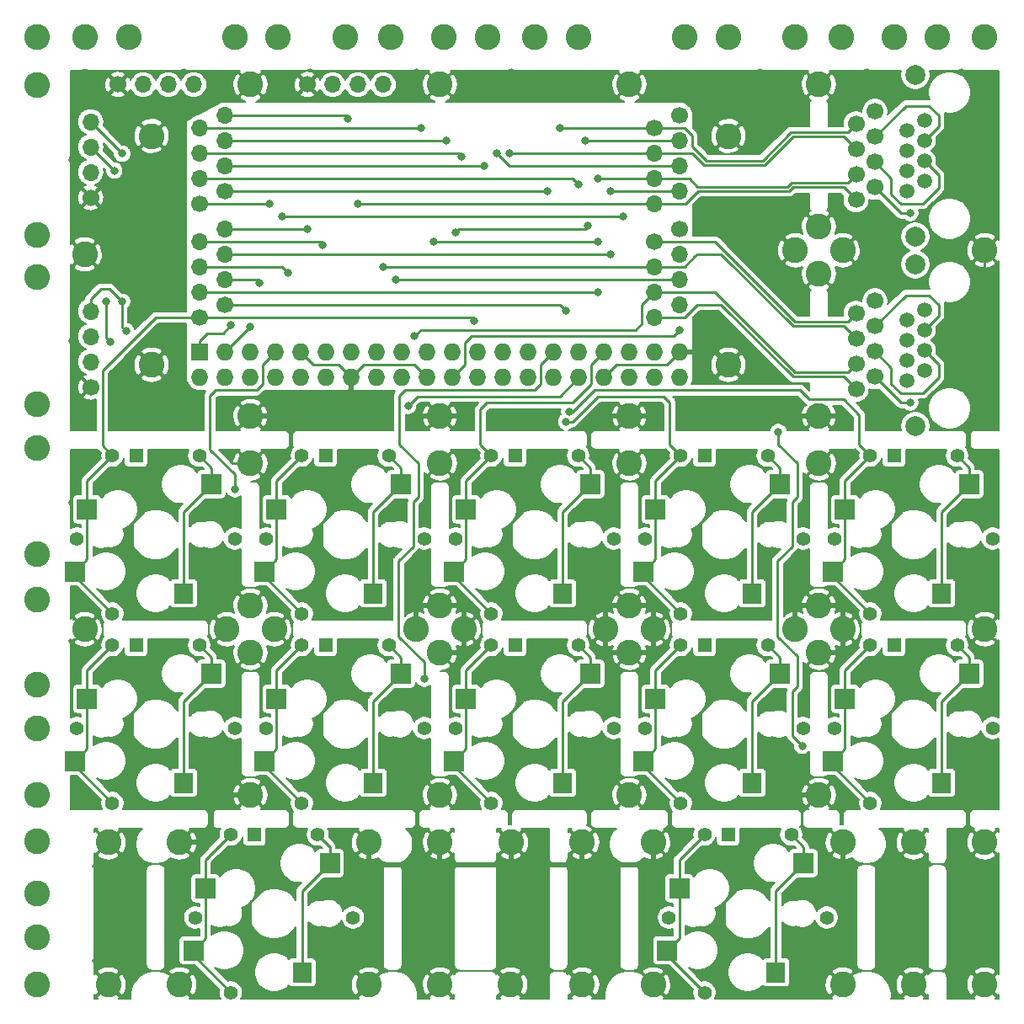
<source format=gbl>
G04 #@! TF.GenerationSoftware,KiCad,Pcbnew,(5.0.2)-1*
G04 #@! TF.CreationDate,2019-04-05T23:19:43+09:00*
G04 #@! TF.ProjectId,su128,73753132-382e-46b6-9963-61645f706362,rev?*
G04 #@! TF.SameCoordinates,PX23f4e34PY3256d7c*
G04 #@! TF.FileFunction,Copper,L2,Bot*
G04 #@! TF.FilePolarity,Positive*
%FSLAX46Y46*%
G04 Gerber Fmt 4.6, Leading zero omitted, Abs format (unit mm)*
G04 Created by KiCad (PCBNEW (5.0.2)-1) date 2019/04/05 23:19:43*
%MOMM*%
%LPD*%
G01*
G04 APERTURE LIST*
G04 #@! TA.AperFunction,ComponentPad*
%ADD10C,1.400000*%
G04 #@! TD*
G04 #@! TA.AperFunction,ComponentPad*
%ADD11R,1.400000X1.400000*%
G04 #@! TD*
G04 #@! TA.AperFunction,ComponentPad*
%ADD12O,1.727200X1.727200*%
G04 #@! TD*
G04 #@! TA.AperFunction,ComponentPad*
%ADD13R,1.727200X1.727200*%
G04 #@! TD*
G04 #@! TA.AperFunction,ComponentPad*
%ADD14C,2.600000*%
G04 #@! TD*
G04 #@! TA.AperFunction,ComponentPad*
%ADD15O,1.700000X1.700000*%
G04 #@! TD*
G04 #@! TA.AperFunction,ComponentPad*
%ADD16C,1.700000*%
G04 #@! TD*
G04 #@! TA.AperFunction,WasherPad*
%ADD17C,2.600000*%
G04 #@! TD*
G04 #@! TA.AperFunction,ComponentPad*
%ADD18C,1.397000*%
G04 #@! TD*
G04 #@! TA.AperFunction,ComponentPad*
%ADD19C,2.000000*%
G04 #@! TD*
G04 #@! TA.AperFunction,ComponentPad*
%ADD20C,1.500000*%
G04 #@! TD*
G04 #@! TA.AperFunction,SMDPad,CuDef*
%ADD21R,2.000000X2.000000*%
G04 #@! TD*
G04 #@! TA.AperFunction,SMDPad,CuDef*
%ADD22R,1.900000X2.000000*%
G04 #@! TD*
G04 #@! TA.AperFunction,ViaPad*
%ADD23C,1.000000*%
G04 #@! TD*
G04 #@! TA.AperFunction,ViaPad*
%ADD24C,0.800000*%
G04 #@! TD*
G04 #@! TA.AperFunction,Conductor*
%ADD25C,0.250000*%
G04 #@! TD*
G04 #@! TA.AperFunction,Conductor*
%ADD26C,0.500000*%
G04 #@! TD*
G04 #@! TA.AperFunction,Conductor*
%ADD27C,0.200000*%
G04 #@! TD*
G04 APERTURE END LIST*
D10*
G04 #@! TO.P,D1,2*
G04 #@! TO.N,Net-(D1-Pad2)*
X18256155Y-44052992D03*
D11*
G04 #@! TO.P,D1,1*
G04 #@! TO.N,Y1*
X11906155Y-44052992D03*
G04 #@! TD*
D10*
G04 #@! TO.P,D2,2*
G04 #@! TO.N,Net-(D2-Pad2)*
X37306155Y-44052992D03*
D11*
G04 #@! TO.P,D2,1*
G04 #@! TO.N,Y1*
X30956155Y-44052992D03*
G04 #@! TD*
D10*
G04 #@! TO.P,D3,2*
G04 #@! TO.N,Net-(D3-Pad2)*
X56356155Y-44052992D03*
D11*
G04 #@! TO.P,D3,1*
G04 #@! TO.N,Y1*
X50006155Y-44052992D03*
G04 #@! TD*
D10*
G04 #@! TO.P,D4,2*
G04 #@! TO.N,Net-(D4-Pad2)*
X75406155Y-44052992D03*
D11*
G04 #@! TO.P,D4,1*
G04 #@! TO.N,Y1*
X69056155Y-44052992D03*
G04 #@! TD*
D10*
G04 #@! TO.P,D5,2*
G04 #@! TO.N,Net-(D5-Pad2)*
X94456155Y-44052992D03*
D11*
G04 #@! TO.P,D5,1*
G04 #@! TO.N,Y1*
X88106155Y-44052992D03*
G04 #@! TD*
D10*
G04 #@! TO.P,D6,2*
G04 #@! TO.N,Net-(D6-Pad2)*
X18256155Y-63102992D03*
D11*
G04 #@! TO.P,D6,1*
G04 #@! TO.N,Y2*
X11906155Y-63102992D03*
G04 #@! TD*
D10*
G04 #@! TO.P,D7,2*
G04 #@! TO.N,Net-(D7-Pad2)*
X37306155Y-63102992D03*
D11*
G04 #@! TO.P,D7,1*
G04 #@! TO.N,Y2*
X30956155Y-63102992D03*
G04 #@! TD*
D10*
G04 #@! TO.P,D8,2*
G04 #@! TO.N,Net-(D8-Pad2)*
X56356155Y-63102992D03*
D11*
G04 #@! TO.P,D8,1*
G04 #@! TO.N,Y2*
X50006155Y-63102992D03*
G04 #@! TD*
D10*
G04 #@! TO.P,D9,2*
G04 #@! TO.N,Net-(D9-Pad2)*
X75406155Y-63102992D03*
D11*
G04 #@! TO.P,D9,1*
G04 #@! TO.N,Y2*
X69056155Y-63102992D03*
G04 #@! TD*
D10*
G04 #@! TO.P,D10,2*
G04 #@! TO.N,Net-(D10-Pad2)*
X94456155Y-63102992D03*
D11*
G04 #@! TO.P,D10,1*
G04 #@! TO.N,Y2*
X88106155Y-63102992D03*
G04 #@! TD*
D10*
G04 #@! TO.P,D11,2*
G04 #@! TO.N,Net-(D11-Pad2)*
X30162405Y-82152992D03*
D11*
G04 #@! TO.P,D11,1*
G04 #@! TO.N,Y3*
X23812405Y-82152992D03*
G04 #@! TD*
D10*
G04 #@! TO.P,D12,2*
G04 #@! TO.N,Net-(D12-Pad2)*
X77787405Y-82152992D03*
D11*
G04 #@! TO.P,D12,1*
G04 #@! TO.N,Y3*
X71437405Y-82152992D03*
G04 #@! TD*
D12*
G04 #@! TO.P,R1,40*
G04 #@! TO.N,X11*
X66575530Y-36185492D03*
G04 #@! TO.P,R1,39*
G04 #@! TO.N,GND*
X66575530Y-33645492D03*
G04 #@! TO.P,R1,38*
G04 #@! TO.N,X10*
X64035530Y-36185492D03*
G04 #@! TO.P,R1,37*
G04 #@! TO.N,X16*
X64035530Y-33645492D03*
G04 #@! TO.P,R1,36*
G04 #@! TO.N,X6*
X61495530Y-36185492D03*
G04 #@! TO.P,R1,35*
G04 #@! TO.N,X9*
X61495530Y-33645492D03*
G04 #@! TO.P,R1,34*
G04 #@! TO.N,GND*
X58955530Y-36185492D03*
G04 #@! TO.P,R1,33*
G04 #@! TO.N,X3*
X58955530Y-33645492D03*
G04 #@! TO.P,R1,32*
G04 #@! TO.N,X2*
X56415530Y-36185492D03*
G04 #@! TO.P,R1,31*
G04 #@! TO.N,Y3*
X56415530Y-33645492D03*
G04 #@! TO.P,R1,30*
G04 #@! TO.N,GND*
X53875530Y-36185492D03*
G04 #@! TO.P,R1,29*
G04 #@! TO.N,Y2*
X53875530Y-33645492D03*
G04 #@! TO.P,R1,28*
G04 #@! TO.N,Net-(R1-Pad28)*
X51335530Y-36185492D03*
G04 #@! TO.P,R1,27*
G04 #@! TO.N,Net-(R1-Pad27)*
X51335530Y-33645492D03*
G04 #@! TO.P,R1,26*
G04 #@! TO.N,Y4*
X48795530Y-36185492D03*
G04 #@! TO.P,R1,25*
G04 #@! TO.N,GND*
X48795530Y-33645492D03*
G04 #@! TO.P,R1,24*
G04 #@! TO.N,Y5*
X46255530Y-36185492D03*
G04 #@! TO.P,R1,23*
G04 #@! TO.N,X1*
X46255530Y-33645492D03*
G04 #@! TO.P,R1,22*
G04 #@! TO.N,X15*
X43715530Y-36185492D03*
G04 #@! TO.P,R1,21*
G04 #@! TO.N,Y6*
X43715530Y-33645492D03*
G04 #@! TO.P,R1,20*
G04 #@! TO.N,GND*
X41175530Y-36185492D03*
G04 #@! TO.P,R1,19*
G04 #@! TO.N,Y7*
X41175530Y-33645492D03*
G04 #@! TO.P,R1,18*
G04 #@! TO.N,X14*
X38635530Y-36185492D03*
G04 #@! TO.P,R1,17*
G04 #@! TO.N,Net-(R1-Pad17)*
X38635530Y-33645492D03*
G04 #@! TO.P,R1,16*
G04 #@! TO.N,X13*
X36095530Y-36185492D03*
G04 #@! TO.P,R1,15*
G04 #@! TO.N,X12*
X36095530Y-33645492D03*
G04 #@! TO.P,R1,14*
G04 #@! TO.N,GND*
X33555530Y-36185492D03*
G04 #@! TO.P,R1,13*
G04 #@! TO.N,Y8*
X33555530Y-33645492D03*
G04 #@! TO.P,R1,12*
G04 #@! TO.N,X8*
X31015530Y-36185492D03*
G04 #@! TO.P,R1,11*
G04 #@! TO.N,X7*
X31015530Y-33645492D03*
G04 #@! TO.P,R1,10*
G04 #@! TO.N,X5*
X28475530Y-36185492D03*
G04 #@! TO.P,R1,9*
G04 #@! TO.N,GND*
X28475530Y-33645492D03*
G04 #@! TO.P,R1,8*
G04 #@! TO.N,X4*
X25935530Y-36185492D03*
G04 #@! TO.P,R1,7*
G04 #@! TO.N,Y1*
X25935530Y-33645492D03*
G04 #@! TO.P,R1,6*
G04 #@! TO.N,GND*
X23395530Y-36185492D03*
G04 #@! TO.P,R1,5*
G04 #@! TO.N,SCL*
X23395530Y-33645492D03*
G04 #@! TO.P,R1,4*
G04 #@! TO.N,Net-(R1-Pad4)*
X20855530Y-36185492D03*
G04 #@! TO.P,R1,3*
G04 #@! TO.N,SDA*
X20855530Y-33645492D03*
G04 #@! TO.P,R1,2*
G04 #@! TO.N,+5V*
X18315530Y-36185492D03*
D13*
G04 #@! TO.P,R1,1*
G04 #@! TO.N,+3V3*
X18315530Y-33645492D03*
D14*
G04 #@! TO.P,R1,6*
G04 #@! TO.N,GND*
X71465530Y-34915492D03*
X71465530Y-11915492D03*
X13465530Y-11915492D03*
X13465530Y-34915492D03*
G04 #@! TD*
D15*
G04 #@! TO.P,J8,4*
G04 #@! TO.N,SDA*
X7342206Y-10477536D03*
G04 #@! TO.P,J8,3*
G04 #@! TO.N,SCL*
X7342206Y-13017536D03*
G04 #@! TO.P,J8,2*
G04 #@! TO.N,+3V3*
X7342206Y-15557536D03*
D16*
G04 #@! TO.P,J8,1*
G04 #@! TO.N,GND*
X7342206Y-18097536D03*
G04 #@! TD*
D15*
G04 #@! TO.P,J7,4*
G04 #@! TO.N,SDA*
X7342206Y-29527584D03*
G04 #@! TO.P,J7,3*
G04 #@! TO.N,SCL*
X7342206Y-32067584D03*
G04 #@! TO.P,J7,2*
G04 #@! TO.N,+3V3*
X7342206Y-34607584D03*
D16*
G04 #@! TO.P,J7,1*
G04 #@! TO.N,GND*
X7342206Y-37147584D03*
G04 #@! TD*
D15*
G04 #@! TO.P,J9,4*
G04 #@! TO.N,SDA*
X17700660Y-6746892D03*
G04 #@! TO.P,J9,3*
G04 #@! TO.N,SCL*
X15160660Y-6746892D03*
G04 #@! TO.P,J9,2*
G04 #@! TO.N,+3V3*
X12620660Y-6746892D03*
D16*
G04 #@! TO.P,J9,1*
G04 #@! TO.N,GND*
X10080660Y-6746892D03*
G04 #@! TD*
D15*
G04 #@! TO.P,J10,4*
G04 #@! TO.N,SDA*
X36750708Y-6746892D03*
G04 #@! TO.P,J10,3*
G04 #@! TO.N,SCL*
X34210708Y-6746892D03*
G04 #@! TO.P,J10,2*
G04 #@! TO.N,+3V3*
X31670708Y-6746892D03*
D16*
G04 #@! TO.P,J10,1*
G04 #@! TO.N,GND*
X29130708Y-6746892D03*
G04 #@! TD*
D17*
G04 #@! TO.P,,*
G04 #@! TO.N,*
X6746780Y-1984242D03*
G04 #@! TD*
G04 #@! TO.P,,*
G04 #@! TO.N,*
X47228030Y-1984242D03*
G04 #@! TD*
G04 #@! TO.P,,*
G04 #@! TO.N,*
X37537768Y-1984242D03*
G04 #@! TD*
G04 #@! TO.P,,*
G04 #@! TO.N,*
X42862405Y-1984242D03*
G04 #@! TD*
G04 #@! TO.P,,*
G04 #@! TO.N,*
X32940530Y-1984242D03*
G04 #@! TD*
G04 #@! TO.P,,*
G04 #@! TO.N,*
X51990530Y-1984242D03*
G04 #@! TD*
G04 #@! TO.P,,*
G04 #@! TO.N,*
X26205338Y-1984242D03*
G04 #@! TD*
G04 #@! TO.P,,*
G04 #@! TO.N,*
X11178756Y-1984242D03*
G04 #@! TD*
G04 #@! TO.P,,*
G04 #@! TO.N,*
X21828030Y-1984242D03*
G04 #@! TD*
G04 #@! TO.P,,*
G04 #@! TO.N,*
X56422506Y-1984242D03*
G04 #@! TD*
G04 #@! TO.P,,*
G04 #@! TO.N,*
X67071780Y-1984242D03*
G04 #@! TD*
G04 #@! TO.P,,*
G04 #@! TO.N,*
X78184280Y-1984242D03*
G04 #@! TD*
G04 #@! TO.P,,*
G04 #@! TO.N,*
X88106155Y-1984242D03*
G04 #@! TD*
G04 #@! TO.P,,*
G04 #@! TO.N,*
X82781518Y-1984242D03*
G04 #@! TD*
G04 #@! TO.P,,*
G04 #@! TO.N,*
X92471780Y-1984242D03*
G04 #@! TD*
G04 #@! TO.P,,*
G04 #@! TO.N,*
X97234280Y-1984242D03*
G04 #@! TD*
G04 #@! TO.P,,*
G04 #@! TO.N,*
X71449088Y-1984242D03*
G04 #@! TD*
G04 #@! TO.P,,*
G04 #@! TO.N,*
X1984280Y-1984242D03*
G04 #@! TD*
G04 #@! TO.P,,*
G04 #@! TO.N,*
X1984280Y-6767645D03*
G04 #@! TD*
G04 #@! TO.P,,*
G04 #@! TO.N,*
X1984280Y-21827992D03*
G04 #@! TD*
G04 #@! TO.P,,*
G04 #@! TO.N,*
X1984280Y-26070193D03*
G04 #@! TD*
G04 #@! TO.P,,*
G04 #@! TO.N,*
X1984280Y-38893617D03*
G04 #@! TD*
G04 #@! TO.P,,*
G04 #@! TO.N,*
X1984280Y-43325593D03*
G04 #@! TD*
G04 #@! TO.P,,*
G04 #@! TO.N,*
X1984280Y-53974867D03*
G04 #@! TD*
G04 #@! TO.P,,*
G04 #@! TO.N,*
X1984280Y-58486023D03*
G04 #@! TD*
G04 #@! TO.P,,*
G04 #@! TO.N,*
X1984280Y-67071742D03*
G04 #@! TD*
G04 #@! TO.P,,*
G04 #@! TO.N,*
X1984280Y-71449050D03*
G04 #@! TD*
G04 #@! TO.P,,*
G04 #@! TO.N,*
X1984280Y-78184242D03*
G04 #@! TD*
G04 #@! TO.P,,*
G04 #@! TO.N,*
X1984280Y-82781480D03*
G04 #@! TD*
G04 #@! TO.P,,*
G04 #@! TO.N,*
X1984280Y-88106117D03*
G04 #@! TD*
G04 #@! TO.P,,*
G04 #@! TO.N,*
X1984280Y-97234242D03*
G04 #@! TD*
D18*
G04 #@! TO.P,H1,1*
G04 #@! TO.N,X1*
X9524905Y-44052992D03*
G04 #@! TD*
G04 #@! TO.P,H6,1*
G04 #@! TO.N,X1*
X9524905Y-59927992D03*
G04 #@! TD*
G04 #@! TO.P,H7,1*
G04 #@! TO.N,X2*
X28574905Y-59927992D03*
G04 #@! TD*
G04 #@! TO.P,H11,1*
G04 #@! TO.N,Y1*
X5953030Y-52387367D03*
G04 #@! TD*
G04 #@! TO.P,H12,1*
G04 #@! TO.N,Y1*
X21828030Y-52387367D03*
G04 #@! TD*
G04 #@! TO.P,H17,1*
G04 #@! TO.N,Y1*
X63103030Y-52387367D03*
G04 #@! TD*
G04 #@! TO.P,H19,1*
G04 #@! TO.N,Y1*
X82153030Y-52387367D03*
G04 #@! TD*
G04 #@! TO.P,H21,1*
G04 #@! TO.N,X1*
X9524905Y-63102992D03*
G04 #@! TD*
G04 #@! TO.P,H26,1*
G04 #@! TO.N,X1*
X9524905Y-78977992D03*
G04 #@! TD*
G04 #@! TO.P,H31,1*
G04 #@! TO.N,Y2*
X5953030Y-71437367D03*
G04 #@! TD*
G04 #@! TO.P,H32,1*
G04 #@! TO.N,Y2*
X21828030Y-71437367D03*
G04 #@! TD*
G04 #@! TO.P,H36,1*
G04 #@! TO.N,Y2*
X59928030Y-71437367D03*
G04 #@! TD*
G04 #@! TO.P,H38,1*
G04 #@! TO.N,Y2*
X78978030Y-71437367D03*
G04 #@! TD*
G04 #@! TO.P,H2,1*
G04 #@! TO.N,X2*
X28574905Y-44052992D03*
G04 #@! TD*
G04 #@! TO.P,H3,1*
G04 #@! TO.N,X3*
X47624905Y-44052992D03*
G04 #@! TD*
G04 #@! TO.P,H4,1*
G04 #@! TO.N,X4*
X66674905Y-44052992D03*
G04 #@! TD*
G04 #@! TO.P,H5,1*
G04 #@! TO.N,X5*
X85724905Y-44052992D03*
G04 #@! TD*
G04 #@! TO.P,H8,1*
G04 #@! TO.N,X3*
X47624905Y-59927992D03*
G04 #@! TD*
G04 #@! TO.P,H9,1*
G04 #@! TO.N,X4*
X66674905Y-59927992D03*
G04 #@! TD*
G04 #@! TO.P,H10,1*
G04 #@! TO.N,X5*
X85724905Y-59927992D03*
G04 #@! TD*
G04 #@! TO.P,H13,1*
G04 #@! TO.N,Y1*
X25003030Y-52387367D03*
G04 #@! TD*
G04 #@! TO.P,H14,1*
G04 #@! TO.N,Y1*
X40878030Y-52387367D03*
G04 #@! TD*
G04 #@! TO.P,H15,1*
G04 #@! TO.N,Y1*
X44053030Y-52387367D03*
G04 #@! TD*
G04 #@! TO.P,H16,1*
G04 #@! TO.N,Y1*
X59928030Y-52387367D03*
G04 #@! TD*
G04 #@! TO.P,H18,1*
G04 #@! TO.N,Y1*
X78978030Y-52387367D03*
G04 #@! TD*
G04 #@! TO.P,H20,1*
G04 #@! TO.N,Y1*
X98028030Y-52387367D03*
G04 #@! TD*
G04 #@! TO.P,H22,1*
G04 #@! TO.N,X2*
X28574905Y-63102992D03*
G04 #@! TD*
G04 #@! TO.P,H23,1*
G04 #@! TO.N,X3*
X47624905Y-63102992D03*
G04 #@! TD*
G04 #@! TO.P,H24,1*
G04 #@! TO.N,X4*
X66674905Y-63102992D03*
G04 #@! TD*
G04 #@! TO.P,H25,1*
G04 #@! TO.N,X5*
X85724905Y-63102992D03*
G04 #@! TD*
G04 #@! TO.P,H27,1*
G04 #@! TO.N,X2*
X28574905Y-78977992D03*
G04 #@! TD*
G04 #@! TO.P,H28,1*
G04 #@! TO.N,X3*
X47624905Y-78977992D03*
G04 #@! TD*
G04 #@! TO.P,H29,1*
G04 #@! TO.N,X4*
X66674905Y-78977992D03*
G04 #@! TD*
G04 #@! TO.P,H30,1*
G04 #@! TO.N,X5*
X85724905Y-78977992D03*
G04 #@! TD*
G04 #@! TO.P,H33,1*
G04 #@! TO.N,Y2*
X25003030Y-71437367D03*
G04 #@! TD*
G04 #@! TO.P,H34,1*
G04 #@! TO.N,Y2*
X40878030Y-71437367D03*
G04 #@! TD*
G04 #@! TO.P,H35,1*
G04 #@! TO.N,Y2*
X44053030Y-71437367D03*
G04 #@! TD*
G04 #@! TO.P,H37,1*
G04 #@! TO.N,Y2*
X63103030Y-71437367D03*
G04 #@! TD*
G04 #@! TO.P,H39,1*
G04 #@! TO.N,Y2*
X82153030Y-71437367D03*
G04 #@! TD*
G04 #@! TO.P,H40,1*
G04 #@! TO.N,Y2*
X98028030Y-71437367D03*
G04 #@! TD*
G04 #@! TO.P,H41,1*
G04 #@! TO.N,X1*
X21431155Y-82152992D03*
G04 #@! TD*
G04 #@! TO.P,H42,1*
G04 #@! TO.N,X4*
X69056155Y-82152992D03*
G04 #@! TD*
G04 #@! TO.P,H43,1*
G04 #@! TO.N,X1*
X21431155Y-98027992D03*
G04 #@! TD*
G04 #@! TO.P,H44,1*
G04 #@! TO.N,X4*
X69056155Y-98027992D03*
G04 #@! TD*
G04 #@! TO.P,H45,1*
G04 #@! TO.N,Y3*
X17859280Y-90487367D03*
G04 #@! TD*
G04 #@! TO.P,H46,1*
G04 #@! TO.N,Y3*
X33734280Y-90487367D03*
G04 #@! TD*
G04 #@! TO.P,H47,1*
G04 #@! TO.N,Y3*
X65484280Y-90487367D03*
G04 #@! TD*
G04 #@! TO.P,H48,1*
G04 #@! TO.N,Y3*
X81359280Y-90487367D03*
G04 #@! TD*
D16*
G04 #@! TO.P,J1,8*
G04 #@! TO.N,Y8*
X84296155Y-18335492D03*
G04 #@! TO.P,J1,6*
G04 #@! TO.N,Y6*
X84296155Y-15795492D03*
G04 #@! TO.P,J1,4*
G04 #@! TO.N,Y4*
X84296155Y-13255492D03*
G04 #@! TO.P,J1,2*
G04 #@! TO.N,Y2*
X84296155Y-10715492D03*
G04 #@! TO.P,J1,7*
G04 #@! TO.N,Y7*
X86201155Y-17065492D03*
G04 #@! TO.P,J1,5*
G04 #@! TO.N,Y5*
X86201155Y-14525492D03*
G04 #@! TO.P,J1,3*
G04 #@! TO.N,Y3*
X86201155Y-11985492D03*
G04 #@! TO.P,J1,1*
G04 #@! TO.N,Y1*
X86201155Y-9445492D03*
D19*
G04 #@! TO.P,J1,SH*
G04 #@! TO.N,N/C*
X90266155Y-5760492D03*
X90266155Y-22020492D03*
D20*
G04 #@! TO.P,J1,8*
G04 #@! TO.N,Y8*
X89376155Y-17470492D03*
G04 #@! TO.P,J1,6*
G04 #@! TO.N,Y6*
X89376155Y-15430492D03*
G04 #@! TO.P,J1,4*
G04 #@! TO.N,Y4*
X89376155Y-13390492D03*
G04 #@! TO.P,J1,2*
G04 #@! TO.N,Y2*
X89376155Y-11350492D03*
G04 #@! TO.P,J1,7*
G04 #@! TO.N,Y7*
X91156155Y-16450492D03*
G04 #@! TO.P,J1,5*
G04 #@! TO.N,Y5*
X91156155Y-14410492D03*
G04 #@! TO.P,J1,3*
G04 #@! TO.N,Y3*
X91156155Y-12370492D03*
G04 #@! TO.P,J1,1*
G04 #@! TO.N,Y1*
X91156155Y-10330492D03*
G04 #@! TD*
D16*
G04 #@! TO.P,J2,8*
G04 #@! TO.N,X16*
X84296155Y-37385492D03*
G04 #@! TO.P,J2,6*
G04 #@! TO.N,X14*
X84296155Y-34845492D03*
G04 #@! TO.P,J2,4*
G04 #@! TO.N,X12*
X84296155Y-32305492D03*
G04 #@! TO.P,J2,2*
G04 #@! TO.N,X10*
X84296155Y-29765492D03*
G04 #@! TO.P,J2,7*
G04 #@! TO.N,X15*
X86201155Y-36115492D03*
G04 #@! TO.P,J2,5*
G04 #@! TO.N,X13*
X86201155Y-33575492D03*
G04 #@! TO.P,J2,3*
G04 #@! TO.N,X11*
X86201155Y-31035492D03*
G04 #@! TO.P,J2,1*
G04 #@! TO.N,X9*
X86201155Y-28495492D03*
D19*
G04 #@! TO.P,J2,SH*
G04 #@! TO.N,N/C*
X90266155Y-24810492D03*
X90266155Y-41070492D03*
D20*
G04 #@! TO.P,J2,8*
G04 #@! TO.N,X16*
X89376155Y-36520492D03*
G04 #@! TO.P,J2,6*
G04 #@! TO.N,X14*
X89376155Y-34480492D03*
G04 #@! TO.P,J2,4*
G04 #@! TO.N,X12*
X89376155Y-32440492D03*
G04 #@! TO.P,J2,2*
G04 #@! TO.N,X10*
X89376155Y-30400492D03*
G04 #@! TO.P,J2,7*
G04 #@! TO.N,X15*
X91156155Y-35500492D03*
G04 #@! TO.P,J2,5*
G04 #@! TO.N,X13*
X91156155Y-33460492D03*
G04 #@! TO.P,J2,3*
G04 #@! TO.N,X11*
X91156155Y-31420492D03*
G04 #@! TO.P,J2,1*
G04 #@! TO.N,X9*
X91156155Y-29380492D03*
G04 #@! TD*
D21*
G04 #@! TO.P,SW12,2*
G04 #@! TO.N,Net-(D12-Pad2)*
X79021780Y-85010492D03*
G04 #@! TO.P,SW12,1*
G04 #@! TO.N,X4*
X66521780Y-87550492D03*
D22*
G04 #@! TO.P,SW12,2*
G04 #@! TO.N,Net-(D12-Pad2)*
X76221780Y-95990492D03*
D21*
G04 #@! TO.P,SW12,1*
G04 #@! TO.N,X4*
X65321780Y-93790492D03*
G04 #@! TD*
G04 #@! TO.P,SW11,2*
G04 #@! TO.N,Net-(D11-Pad2)*
X31396780Y-85010492D03*
G04 #@! TO.P,SW11,1*
G04 #@! TO.N,X1*
X18896780Y-87550492D03*
D22*
G04 #@! TO.P,SW11,2*
G04 #@! TO.N,Net-(D11-Pad2)*
X28596780Y-95990492D03*
D21*
G04 #@! TO.P,SW11,1*
G04 #@! TO.N,X1*
X17696780Y-93790492D03*
G04 #@! TD*
G04 #@! TO.P,SW5,1*
G04 #@! TO.N,X5*
X81990530Y-55690492D03*
D22*
G04 #@! TO.P,SW5,2*
G04 #@! TO.N,Net-(D5-Pad2)*
X92890530Y-57890492D03*
D21*
G04 #@! TO.P,SW5,1*
G04 #@! TO.N,X5*
X83190530Y-49450492D03*
G04 #@! TO.P,SW5,2*
G04 #@! TO.N,Net-(D5-Pad2)*
X95690530Y-46910492D03*
G04 #@! TD*
G04 #@! TO.P,SW2,1*
G04 #@! TO.N,X2*
X24840530Y-55690492D03*
D22*
G04 #@! TO.P,SW2,2*
G04 #@! TO.N,Net-(D2-Pad2)*
X35740530Y-57890492D03*
D21*
G04 #@! TO.P,SW2,1*
G04 #@! TO.N,X2*
X26040530Y-49450492D03*
G04 #@! TO.P,SW2,2*
G04 #@! TO.N,Net-(D2-Pad2)*
X38540530Y-46910492D03*
G04 #@! TD*
G04 #@! TO.P,SW3,1*
G04 #@! TO.N,X3*
X43890530Y-55690492D03*
D22*
G04 #@! TO.P,SW3,2*
G04 #@! TO.N,Net-(D3-Pad2)*
X54790530Y-57890492D03*
D21*
G04 #@! TO.P,SW3,1*
G04 #@! TO.N,X3*
X45090530Y-49450492D03*
G04 #@! TO.P,SW3,2*
G04 #@! TO.N,Net-(D3-Pad2)*
X57590530Y-46910492D03*
G04 #@! TD*
G04 #@! TO.P,SW4,1*
G04 #@! TO.N,X4*
X62940530Y-55690492D03*
D22*
G04 #@! TO.P,SW4,2*
G04 #@! TO.N,Net-(D4-Pad2)*
X73840530Y-57890492D03*
D21*
G04 #@! TO.P,SW4,1*
G04 #@! TO.N,X4*
X64140530Y-49450492D03*
G04 #@! TO.P,SW4,2*
G04 #@! TO.N,Net-(D4-Pad2)*
X76640530Y-46910492D03*
G04 #@! TD*
G04 #@! TO.P,SW7,1*
G04 #@! TO.N,X2*
X24840530Y-74740492D03*
D22*
G04 #@! TO.P,SW7,2*
G04 #@! TO.N,Net-(D7-Pad2)*
X35740530Y-76940492D03*
D21*
G04 #@! TO.P,SW7,1*
G04 #@! TO.N,X2*
X26040530Y-68500492D03*
G04 #@! TO.P,SW7,2*
G04 #@! TO.N,Net-(D7-Pad2)*
X38540530Y-65960492D03*
G04 #@! TD*
G04 #@! TO.P,SW8,1*
G04 #@! TO.N,X3*
X43890530Y-74740492D03*
D22*
G04 #@! TO.P,SW8,2*
G04 #@! TO.N,Net-(D8-Pad2)*
X54790530Y-76940492D03*
D21*
G04 #@! TO.P,SW8,1*
G04 #@! TO.N,X3*
X45090530Y-68500492D03*
G04 #@! TO.P,SW8,2*
G04 #@! TO.N,Net-(D8-Pad2)*
X57590530Y-65960492D03*
G04 #@! TD*
G04 #@! TO.P,SW9,1*
G04 #@! TO.N,X4*
X62940530Y-74740492D03*
D22*
G04 #@! TO.P,SW9,2*
G04 #@! TO.N,Net-(D9-Pad2)*
X73840530Y-76940492D03*
D21*
G04 #@! TO.P,SW9,1*
G04 #@! TO.N,X4*
X64140530Y-68500492D03*
G04 #@! TO.P,SW9,2*
G04 #@! TO.N,Net-(D9-Pad2)*
X76640530Y-65960492D03*
G04 #@! TD*
G04 #@! TO.P,SW10,1*
G04 #@! TO.N,X5*
X81990530Y-74740492D03*
D22*
G04 #@! TO.P,SW10,2*
G04 #@! TO.N,Net-(D10-Pad2)*
X92890530Y-76940492D03*
D21*
G04 #@! TO.P,SW10,1*
G04 #@! TO.N,X5*
X83190530Y-68500492D03*
G04 #@! TO.P,SW10,2*
G04 #@! TO.N,Net-(D10-Pad2)*
X95690530Y-65960492D03*
G04 #@! TD*
G04 #@! TO.P,SW1,1*
G04 #@! TO.N,X1*
X5790530Y-55690492D03*
D22*
G04 #@! TO.P,SW1,2*
G04 #@! TO.N,Net-(D1-Pad2)*
X16690530Y-57890492D03*
D21*
G04 #@! TO.P,SW1,1*
G04 #@! TO.N,X1*
X6990530Y-49450492D03*
G04 #@! TO.P,SW1,2*
G04 #@! TO.N,Net-(D1-Pad2)*
X19490530Y-46910492D03*
G04 #@! TD*
G04 #@! TO.P,SW6,1*
G04 #@! TO.N,X1*
X5790530Y-74740492D03*
D22*
G04 #@! TO.P,SW6,2*
G04 #@! TO.N,Net-(D6-Pad2)*
X16690530Y-76940492D03*
D21*
G04 #@! TO.P,SW6,1*
G04 #@! TO.N,X1*
X6990530Y-68500492D03*
G04 #@! TO.P,SW6,2*
G04 #@! TO.N,Net-(D6-Pad2)*
X19490530Y-65960492D03*
G04 #@! TD*
D16*
G04 #@! TO.P,J3,2*
G04 #@! TO.N,Y2*
X20855530Y-17452992D03*
D15*
G04 #@! TO.P,J3,4*
G04 #@! TO.N,Y4*
X20855530Y-14912992D03*
G04 #@! TO.P,J3,6*
G04 #@! TO.N,Y6*
X20855530Y-12372992D03*
G04 #@! TO.P,J3,8*
G04 #@! TO.N,Y8*
X20855530Y-9832992D03*
D16*
G04 #@! TO.P,J3,1*
G04 #@! TO.N,Y1*
X18315530Y-18722992D03*
D15*
G04 #@! TO.P,J3,3*
G04 #@! TO.N,Y3*
X18315530Y-16182992D03*
G04 #@! TO.P,J3,5*
G04 #@! TO.N,Y5*
X18315530Y-13642992D03*
G04 #@! TO.P,J3,7*
G04 #@! TO.N,Y7*
X18315530Y-11102992D03*
G04 #@! TD*
G04 #@! TO.P,J4,7*
G04 #@! TO.N,Y7*
X66575530Y-17452992D03*
G04 #@! TO.P,J4,5*
G04 #@! TO.N,Y5*
X66575530Y-14912992D03*
G04 #@! TO.P,J4,3*
G04 #@! TO.N,Y3*
X66575530Y-12372992D03*
D16*
G04 #@! TO.P,J4,1*
G04 #@! TO.N,Y1*
X66575530Y-9832992D03*
D15*
G04 #@! TO.P,J4,8*
G04 #@! TO.N,Y8*
X64035530Y-18722992D03*
G04 #@! TO.P,J4,6*
G04 #@! TO.N,Y6*
X64035530Y-16182992D03*
G04 #@! TO.P,J4,4*
G04 #@! TO.N,Y4*
X64035530Y-13642992D03*
D16*
G04 #@! TO.P,J4,2*
G04 #@! TO.N,Y2*
X64035530Y-11102992D03*
G04 #@! TD*
D15*
G04 #@! TO.P,J5,7*
G04 #@! TO.N,X7*
X18315530Y-22532992D03*
G04 #@! TO.P,J5,5*
G04 #@! TO.N,X5*
X18315530Y-25072992D03*
G04 #@! TO.P,J5,3*
G04 #@! TO.N,X3*
X18315530Y-27612992D03*
D16*
G04 #@! TO.P,J5,1*
G04 #@! TO.N,X1*
X18315530Y-30152992D03*
D15*
G04 #@! TO.P,J5,8*
G04 #@! TO.N,X8*
X20855530Y-21262992D03*
G04 #@! TO.P,J5,6*
G04 #@! TO.N,X6*
X20855530Y-23802992D03*
G04 #@! TO.P,J5,4*
G04 #@! TO.N,X4*
X20855530Y-26342992D03*
D16*
G04 #@! TO.P,J5,2*
G04 #@! TO.N,X2*
X20855530Y-28882992D03*
G04 #@! TD*
G04 #@! TO.P,J6,2*
G04 #@! TO.N,X10*
X64035530Y-22532992D03*
D15*
G04 #@! TO.P,J6,4*
G04 #@! TO.N,X12*
X64035530Y-25072992D03*
G04 #@! TO.P,J6,6*
G04 #@! TO.N,X14*
X64035530Y-27612992D03*
G04 #@! TO.P,J6,8*
G04 #@! TO.N,X16*
X64035530Y-30152992D03*
D16*
G04 #@! TO.P,J6,1*
G04 #@! TO.N,X9*
X66575530Y-21262992D03*
D15*
G04 #@! TO.P,J6,3*
G04 #@! TO.N,X11*
X66575530Y-23802992D03*
G04 #@! TO.P,J6,5*
G04 #@! TO.N,X13*
X66575530Y-26342992D03*
G04 #@! TO.P,J6,7*
G04 #@! TO.N,X15*
X66575530Y-28882992D03*
G04 #@! TD*
D14*
G04 #@! TO.P,H49,1*
G04 #@! TO.N,GND*
X6746780Y-23812367D03*
G04 #@! TD*
G04 #@! TO.P,H50,1*
G04 #@! TO.N,GND*
X80565530Y-40084242D03*
G04 #@! TD*
G04 #@! TO.P,H51,1*
G04 #@! TO.N,GND*
X23415530Y-6746742D03*
G04 #@! TD*
G04 #@! TO.P,H52,1*
G04 #@! TO.N,GND*
X61515530Y-44846742D03*
G04 #@! TD*
G04 #@! TO.P,H53,1*
G04 #@! TO.N,GND*
X80565530Y-21034242D03*
G04 #@! TD*
G04 #@! TO.P,H54,1*
G04 #@! TO.N,GND*
X23415530Y-40084242D03*
G04 #@! TD*
G04 #@! TO.P,H55,1*
G04 #@! TO.N,GND*
X42465530Y-59134242D03*
G04 #@! TD*
G04 #@! TO.P,H56,1*
G04 #@! TO.N,GND*
X80565530Y-44846742D03*
G04 #@! TD*
G04 #@! TO.P,H57,1*
G04 #@! TO.N,GND*
X78184280Y-23415492D03*
G04 #@! TD*
G04 #@! TO.P,H58,1*
G04 #@! TO.N,GND*
X42465530Y-6746742D03*
G04 #@! TD*
G04 #@! TO.P,H59,1*
G04 #@! TO.N,GND*
X44846780Y-61515492D03*
G04 #@! TD*
G04 #@! TO.P,H60,1*
G04 #@! TO.N,GND*
X6746780Y-61515492D03*
G04 #@! TD*
G04 #@! TO.P,H61,1*
G04 #@! TO.N,GND*
X82946780Y-23415492D03*
G04 #@! TD*
G04 #@! TO.P,H62,1*
G04 #@! TO.N,GND*
X42465530Y-40084242D03*
G04 #@! TD*
G04 #@! TO.P,H63,1*
G04 #@! TO.N,GND*
X42465530Y-63896742D03*
G04 #@! TD*
G04 #@! TO.P,H64,1*
G04 #@! TO.N,GND*
X23415530Y-59134242D03*
G04 #@! TD*
G04 #@! TO.P,H65,1*
G04 #@! TO.N,GND*
X80565530Y-25796742D03*
G04 #@! TD*
G04 #@! TO.P,H66,1*
G04 #@! TO.N,GND*
X61515530Y-6746742D03*
G04 #@! TD*
G04 #@! TO.P,H67,1*
G04 #@! TO.N,GND*
X59134280Y-61515492D03*
G04 #@! TD*
G04 #@! TO.P,H68,1*
G04 #@! TO.N,GND*
X21034280Y-61515492D03*
G04 #@! TD*
G04 #@! TO.P,H69,1*
G04 #@! TO.N,GND*
X97234280Y-23415492D03*
G04 #@! TD*
G04 #@! TO.P,H70,1*
G04 #@! TO.N,GND*
X61515530Y-40084242D03*
G04 #@! TD*
G04 #@! TO.P,H71,1*
G04 #@! TO.N,GND*
X61515530Y-59134242D03*
G04 #@! TD*
G04 #@! TO.P,H72,1*
G04 #@! TO.N,GND*
X25796780Y-61515492D03*
G04 #@! TD*
G04 #@! TO.P,H73,1*
G04 #@! TO.N,GND*
X23415530Y-44846742D03*
G04 #@! TD*
G04 #@! TO.P,H74,1*
G04 #@! TO.N,GND*
X80565530Y-6746742D03*
G04 #@! TD*
G04 #@! TO.P,H75,1*
G04 #@! TO.N,GND*
X63896780Y-61515492D03*
G04 #@! TD*
G04 #@! TO.P,H76,1*
G04 #@! TO.N,GND*
X23415530Y-63896742D03*
G04 #@! TD*
G04 #@! TO.P,H77,1*
G04 #@! TO.N,GND*
X42465530Y-44846742D03*
G04 #@! TD*
G04 #@! TO.P,H78,1*
G04 #@! TO.N,GND*
X61515530Y-63896742D03*
G04 #@! TD*
G04 #@! TO.P,H79,1*
G04 #@! TO.N,GND*
X40084280Y-61515492D03*
G04 #@! TD*
G04 #@! TO.P,H80,1*
G04 #@! TO.N,GND*
X78184280Y-61515492D03*
G04 #@! TD*
G04 #@! TO.P,H81,1*
G04 #@! TO.N,GND*
X80565530Y-59134242D03*
G04 #@! TD*
G04 #@! TO.P,H82,1*
G04 #@! TO.N,GND*
X80565530Y-78184242D03*
G04 #@! TD*
G04 #@! TO.P,H83,1*
G04 #@! TO.N,GND*
X80565530Y-63896742D03*
G04 #@! TD*
G04 #@! TO.P,H84,1*
G04 #@! TO.N,GND*
X16271780Y-82946742D03*
G04 #@! TD*
G04 #@! TO.P,H85,1*
G04 #@! TO.N,GND*
X9128030Y-82946742D03*
G04 #@! TD*
G04 #@! TO.P,H86,1*
G04 #@! TO.N,GND*
X82946780Y-61515492D03*
G04 #@! TD*
G04 #@! TO.P,H87,1*
G04 #@! TO.N,GND*
X42465530Y-97234242D03*
G04 #@! TD*
G04 #@! TO.P,H88,1*
G04 #@! TO.N,GND*
X82946780Y-82946742D03*
G04 #@! TD*
G04 #@! TO.P,H89,1*
G04 #@! TO.N,GND*
X35321780Y-82946742D03*
G04 #@! TD*
G04 #@! TO.P,H90,1*
G04 #@! TO.N,GND*
X97234280Y-61515492D03*
G04 #@! TD*
G04 #@! TO.P,H91,1*
G04 #@! TO.N,GND*
X49540530Y-97234242D03*
G04 #@! TD*
G04 #@! TO.P,H92,1*
G04 #@! TO.N,GND*
X90090530Y-82946742D03*
G04 #@! TD*
G04 #@! TO.P,H93,1*
G04 #@! TO.N,GND*
X42465530Y-82946742D03*
G04 #@! TD*
G04 #@! TO.P,H94,1*
G04 #@! TO.N,GND*
X23415530Y-78184242D03*
G04 #@! TD*
G04 #@! TO.P,H95,1*
G04 #@! TO.N,GND*
X56753030Y-97234242D03*
G04 #@! TD*
G04 #@! TO.P,H96,1*
G04 #@! TO.N,GND*
X97234280Y-82946742D03*
G04 #@! TD*
G04 #@! TO.P,H97,1*
G04 #@! TO.N,GND*
X49609280Y-82946742D03*
G04 #@! TD*
G04 #@! TO.P,H98,1*
G04 #@! TO.N,GND*
X42465530Y-78184242D03*
G04 #@! TD*
G04 #@! TO.P,H99,1*
G04 #@! TO.N,GND*
X63896780Y-97234242D03*
G04 #@! TD*
G04 #@! TO.P,H100,1*
G04 #@! TO.N,GND*
X9128030Y-97234242D03*
G04 #@! TD*
G04 #@! TO.P,H101,1*
G04 #@! TO.N,GND*
X56753030Y-82946742D03*
G04 #@! TD*
G04 #@! TO.P,H102,1*
G04 #@! TO.N,GND*
X61515530Y-78184242D03*
G04 #@! TD*
G04 #@! TO.P,H103,1*
G04 #@! TO.N,GND*
X82946780Y-97234242D03*
G04 #@! TD*
G04 #@! TO.P,H104,1*
G04 #@! TO.N,GND*
X16271780Y-97234242D03*
G04 #@! TD*
G04 #@! TO.P,H105,1*
G04 #@! TO.N,GND*
X63896780Y-82946742D03*
G04 #@! TD*
G04 #@! TO.P,H106,1*
G04 #@! TO.N,GND*
X90090530Y-97234242D03*
G04 #@! TD*
G04 #@! TO.P,H107,1*
G04 #@! TO.N,GND*
X35321780Y-97234242D03*
G04 #@! TD*
G04 #@! TO.P,H108,1*
G04 #@! TO.N,GND*
X97234280Y-97234242D03*
G04 #@! TD*
D17*
G04 #@! TO.P,,*
G04 #@! TO.N,*
X1984280Y-92471742D03*
G04 #@! TD*
D23*
G04 #@! TO.N,GND*
X30878094Y-40084242D03*
X71655530Y-39995492D03*
X35321780Y-94456117D03*
X76993655Y-78977992D03*
X30559280Y-56752992D03*
X31749905Y-47624867D03*
X11509280Y-56752992D03*
X12699905Y-47624867D03*
X50799905Y-47624867D03*
X49609280Y-56752992D03*
X69849905Y-47624867D03*
X68659280Y-56752992D03*
X87709280Y-56752992D03*
X88899905Y-47624867D03*
X87709280Y-75802992D03*
X88899905Y-66674867D03*
X69849905Y-66674867D03*
X68659280Y-75802992D03*
X50799905Y-66674867D03*
X49609280Y-75802992D03*
X31749905Y-66674867D03*
X30559280Y-75802992D03*
X12699905Y-66674867D03*
X11509280Y-75802992D03*
X72231155Y-85724867D03*
X71040530Y-94852992D03*
X24606155Y-85724867D03*
X23415530Y-94852992D03*
X5953030Y-44052992D03*
X19446780Y-49609242D03*
X38496780Y-49609242D03*
X76596780Y-49609242D03*
X76596780Y-68659242D03*
X38496780Y-68659242D03*
X97631155Y-44052992D03*
X5953030Y-78977992D03*
X50403030Y-40084242D03*
X78978030Y-87312367D03*
D24*
G04 #@! TO.N,Y1*
X26570530Y-19992992D03*
X25300530Y-18722992D03*
X60860530Y-19992992D03*
X21828030Y-47426832D03*
G04 #@! TO.N,Y2*
X53240530Y-17452992D03*
X54510530Y-11102992D03*
X40878228Y-66476730D03*
G04 #@! TO.N,Y3*
X56415530Y-16817992D03*
X57050530Y-12372992D03*
X78879105Y-73223622D03*
X76497849Y-41671980D03*
G04 #@! TO.N,X1*
X45938030Y-30470492D03*
G04 #@! TO.N,X2*
X55145530Y-29517992D03*
X39270530Y-39042992D03*
G04 #@! TO.N,X3*
X58320530Y-27612992D03*
G04 #@! TO.N,X4*
X24348030Y-26660492D03*
X55145530Y-40630492D03*
G04 #@! TO.N,X5*
X27205530Y-25707992D03*
X55463030Y-39677992D03*
G04 #@! TO.N,Y8*
X33238030Y-10150492D03*
X34190530Y-18722992D03*
G04 #@! TO.N,Y7*
X89753030Y-19675492D03*
X40540530Y-11102992D03*
X58320530Y-22532992D03*
X41810530Y-22532992D03*
X59590530Y-17452992D03*
G04 #@! TO.N,Y6*
X43080530Y-12372992D03*
X57368030Y-20945492D03*
X44033030Y-21580492D03*
X58320530Y-16182992D03*
G04 #@! TO.N,Y5*
X44668030Y-13960492D03*
X48160530Y-13642992D03*
G04 #@! TO.N,Y4*
X46890530Y-14912992D03*
X49430530Y-13642992D03*
G04 #@! TO.N,X15*
X89753030Y-38725492D03*
X66575530Y-31422992D03*
G04 #@! TO.N,X14*
X39905530Y-32057992D03*
G04 #@! TO.N,X12*
X36730530Y-25072992D03*
G04 #@! TO.N,X13*
X38000530Y-26342992D03*
G04 #@! TO.N,X8*
X29110530Y-21262992D03*
G04 #@! TO.N,X7*
X30698030Y-22850492D03*
G04 #@! TO.N,X6*
X59590530Y-23802992D03*
G04 #@! TO.N,+3V3*
X21425944Y-30956328D03*
X9359299Y-32590491D03*
X8929710Y-28575072D03*
G04 #@! TO.N,SCL*
X9723462Y-15398792D03*
G04 #@! TO.N,SDA*
X10914090Y-31551642D03*
X23395530Y-31105492D03*
X10517214Y-13692222D03*
X10517214Y-28575072D03*
G04 #@! TD*
D25*
G04 #@! TO.N,Net-(D1-Pad2)*
X16690530Y-49710492D02*
X19490530Y-46910492D01*
X16690530Y-57890492D02*
X16690530Y-49710492D01*
X19490530Y-45287367D02*
X18256155Y-44052992D01*
X19490530Y-46910492D02*
X19490530Y-45287367D01*
G04 #@! TO.N,Net-(D2-Pad2)*
X38540530Y-45287367D02*
X37306155Y-44052992D01*
X38540530Y-46910492D02*
X38540530Y-45287367D01*
X35740530Y-49710492D02*
X38540530Y-46910492D01*
X35740530Y-57890492D02*
X35740530Y-49710492D01*
G04 #@! TO.N,Net-(D3-Pad2)*
X57590530Y-46910492D02*
X57590530Y-45287367D01*
X54790530Y-49710492D02*
X57590530Y-46910492D01*
X57590530Y-45287367D02*
X56356155Y-44052992D01*
X54790530Y-57890492D02*
X54790530Y-49710492D01*
G04 #@! TO.N,Net-(D4-Pad2)*
X73840530Y-49710492D02*
X76640530Y-46910492D01*
X76640530Y-46910492D02*
X76640530Y-45287367D01*
X76640530Y-45287367D02*
X75406155Y-44052992D01*
X73840530Y-57890492D02*
X73840530Y-49710492D01*
G04 #@! TO.N,Net-(D10-Pad2)*
X92890530Y-76940492D02*
X92890530Y-68760492D01*
X92890530Y-68760492D02*
X95690530Y-65960492D01*
X95690530Y-65960492D02*
X95690530Y-64337367D01*
X95690530Y-64337367D02*
X94456155Y-63102992D01*
D26*
G04 #@! TO.N,GND*
X70195530Y-33645492D02*
X71465530Y-34915492D01*
X66575530Y-33645492D02*
X70195530Y-33645492D01*
X25254007Y-40084242D02*
X23415530Y-40084242D01*
X30878094Y-40084242D02*
X30878094Y-40084242D01*
X33555530Y-37406806D02*
X30878094Y-40084242D01*
X33555530Y-36185492D02*
X33555530Y-37406806D01*
X30878094Y-40084242D02*
X25254007Y-40084242D01*
X71744280Y-40084242D02*
X71655530Y-39995492D01*
X80565530Y-40084242D02*
X71744280Y-40084242D01*
D25*
X58955530Y-36185492D02*
X60225530Y-34915492D01*
X65305530Y-34915492D02*
X66575530Y-33645492D01*
X60225530Y-34915492D02*
X65305530Y-34915492D01*
X28475530Y-33645492D02*
X29745530Y-34915492D01*
X32285530Y-34915492D02*
X33555530Y-36185492D01*
X29745530Y-34915492D02*
X32285530Y-34915492D01*
X41175530Y-36185492D02*
X39905530Y-34915492D01*
X34825530Y-34915492D02*
X33555530Y-36185492D01*
X39905530Y-34915492D02*
X34825530Y-34915492D01*
D26*
X21284472Y-78184242D02*
X23415530Y-78184242D01*
X21034280Y-78184242D02*
X21284472Y-78184242D01*
X19446780Y-79771742D02*
X21034280Y-78184242D01*
X19446780Y-81610219D02*
X19446780Y-79771742D01*
X18110257Y-82946742D02*
X19446780Y-81610219D01*
X16271780Y-82946742D02*
X18110257Y-82946742D01*
X41165531Y-84246741D02*
X42465530Y-82946742D01*
X40212066Y-85200206D02*
X41165531Y-84246741D01*
X35736767Y-85200206D02*
X40212066Y-85200206D01*
X35321780Y-84785219D02*
X35736767Y-85200206D01*
X35321780Y-82946742D02*
X35321780Y-84785219D01*
X49194293Y-85200206D02*
X49609280Y-84785219D01*
X42880517Y-85200206D02*
X49194293Y-85200206D01*
X42465530Y-84785219D02*
X42880517Y-85200206D01*
X42465530Y-82946742D02*
X42465530Y-84785219D01*
X56338043Y-85200206D02*
X56753030Y-84785219D01*
X50024267Y-85200206D02*
X56338043Y-85200206D01*
X49609280Y-84785219D02*
X50024267Y-85200206D01*
X49609280Y-82946742D02*
X49609280Y-84785219D01*
X63896780Y-84785219D02*
X63896780Y-82946742D01*
X63481793Y-85200206D02*
X63896780Y-84785219D01*
X57168017Y-85200206D02*
X63481793Y-85200206D01*
X56753030Y-84785219D02*
X57168017Y-85200206D01*
X56753030Y-82946742D02*
X56753030Y-84785219D01*
X35321780Y-82946742D02*
X35321780Y-94456117D01*
X77787405Y-78184242D02*
X80565530Y-78184242D01*
X76993655Y-78977992D02*
X77787405Y-78184242D01*
D25*
X30559280Y-50856740D02*
X30559280Y-56752992D01*
X31749905Y-47624867D02*
X31749905Y-49666115D01*
X31749905Y-49666115D02*
X30559280Y-50856740D01*
X12699905Y-47624867D02*
X12699905Y-49666115D01*
X11509280Y-50856740D02*
X11509280Y-56752992D01*
X12699905Y-49666115D02*
X11509280Y-50856740D01*
X50799905Y-47624867D02*
X50799905Y-49666115D01*
X50799905Y-49666115D02*
X49609280Y-50856740D01*
X49609280Y-50856740D02*
X49609280Y-56752992D01*
X69849905Y-47624867D02*
X69849905Y-49666115D01*
X68659280Y-50856740D02*
X68659280Y-56752992D01*
X69849905Y-49666115D02*
X68659280Y-50856740D01*
X88899905Y-47624867D02*
X88899905Y-49666115D01*
X87709280Y-50856740D02*
X87709280Y-56752992D01*
X88899905Y-49666115D02*
X87709280Y-50856740D01*
X88899905Y-68716115D02*
X87709280Y-69906740D01*
X87709280Y-69906740D02*
X87709280Y-75802992D01*
X88899905Y-66674867D02*
X88899905Y-68716115D01*
X68659280Y-69906740D02*
X68659280Y-75802992D01*
X69849905Y-68716115D02*
X68659280Y-69906740D01*
X69849905Y-66674867D02*
X69849905Y-68716115D01*
X49609280Y-69906740D02*
X49609280Y-75802992D01*
X50799905Y-68716115D02*
X49609280Y-69906740D01*
X50799905Y-66674867D02*
X50799905Y-68716115D01*
X30559280Y-69906740D02*
X30559280Y-75802992D01*
X31749905Y-68716115D02*
X30559280Y-69906740D01*
X31749905Y-66674867D02*
X31749905Y-68716115D01*
X12699905Y-66674867D02*
X12699905Y-68716115D01*
X11509280Y-69906740D02*
X11509280Y-75802992D01*
X12699905Y-68716115D02*
X11509280Y-69906740D01*
X72231155Y-85724867D02*
X72231155Y-87766115D01*
X71040530Y-88956740D02*
X71040530Y-94852992D01*
X72231155Y-87766115D02*
X71040530Y-88956740D01*
X23415530Y-88956740D02*
X23415530Y-94852992D01*
X24606155Y-85724867D02*
X24606155Y-87766115D01*
X24606155Y-87766115D02*
X23415530Y-88956740D01*
X21431155Y-44700844D02*
X21431155Y-44052992D01*
X21577053Y-44846742D02*
X21431155Y-44700844D01*
X23415530Y-44846742D02*
X21577053Y-44846742D01*
X97234280Y-23415492D02*
X97234280Y-40084242D01*
X97234280Y-40084242D02*
X95646780Y-41671742D01*
X95646780Y-41671742D02*
X95646780Y-43259242D01*
X95646780Y-43259242D02*
X96440530Y-44052992D01*
X96440530Y-44052992D02*
X97631155Y-44052992D01*
D26*
X42465530Y-40084242D02*
X44846780Y-40084242D01*
X42465530Y-40084242D02*
X40084280Y-40084242D01*
X61515530Y-40084242D02*
X63499905Y-40084242D01*
X61515530Y-40084242D02*
X59531155Y-40084242D01*
X78184280Y-59677015D02*
X78184280Y-61515492D01*
X78727053Y-59134242D02*
X78184280Y-59677015D01*
X80565530Y-59134242D02*
X78727053Y-59134242D01*
X40627053Y-59134242D02*
X42465530Y-59134242D01*
X40084280Y-59677015D02*
X40627053Y-59134242D01*
X40084280Y-61515492D02*
X40084280Y-59677015D01*
X44846780Y-59677015D02*
X44846780Y-61515492D01*
X44304007Y-59134242D02*
X44846780Y-59677015D01*
X42465530Y-59134242D02*
X44304007Y-59134242D01*
X44304007Y-63896742D02*
X42465530Y-63896742D01*
X44846780Y-63353969D02*
X44304007Y-63896742D01*
X44846780Y-61515492D02*
X44846780Y-63353969D01*
X59677053Y-59134242D02*
X61515530Y-59134242D01*
X59134280Y-59677015D02*
X59677053Y-59134242D01*
X59134280Y-61515492D02*
X59134280Y-59677015D01*
X63896780Y-59677015D02*
X63896780Y-61515492D01*
X63354007Y-59134242D02*
X63896780Y-59677015D01*
X61515530Y-59134242D02*
X63354007Y-59134242D01*
X63354007Y-63896742D02*
X61515530Y-63896742D01*
X63896780Y-63353969D02*
X63354007Y-63896742D01*
X63896780Y-61515492D02*
X63896780Y-63353969D01*
X59677053Y-63896742D02*
X61515530Y-63896742D01*
X59134280Y-63353969D02*
X59677053Y-63896742D01*
X59134280Y-61515492D02*
X59134280Y-63353969D01*
X82946780Y-59677015D02*
X82946780Y-61515492D01*
X82404007Y-59134242D02*
X82946780Y-59677015D01*
X80565530Y-59134242D02*
X82404007Y-59134242D01*
X82404007Y-63896742D02*
X80565530Y-63896742D01*
X82946780Y-63353969D02*
X82404007Y-63896742D01*
X82946780Y-61515492D02*
X82946780Y-63353969D01*
X82946780Y-82946742D02*
X82946780Y-84785219D01*
X82946780Y-84785219D02*
X82946780Y-86518617D01*
X82946780Y-86518617D02*
X82153030Y-87312367D01*
X82153030Y-87312367D02*
X78978030Y-87312367D01*
X80565530Y-40084242D02*
X82549905Y-40084242D01*
D25*
G04 #@! TO.N,Net-(D5-Pad2)*
X95690530Y-46910492D02*
X95690530Y-45287367D01*
X92890530Y-49710492D02*
X95690530Y-46910492D01*
X95690530Y-45287367D02*
X94456155Y-44052992D01*
X92890530Y-57890492D02*
X92890530Y-49710492D01*
G04 #@! TO.N,Net-(D6-Pad2)*
X16690530Y-68760492D02*
X19490530Y-65960492D01*
X19490530Y-65960492D02*
X19490530Y-64337367D01*
X16690530Y-76940492D02*
X16690530Y-68760492D01*
X19490530Y-64337367D02*
X18256155Y-63102992D01*
G04 #@! TO.N,Net-(D7-Pad2)*
X35740530Y-68760492D02*
X38540530Y-65960492D01*
X38540530Y-65960492D02*
X38540530Y-64337367D01*
X35740530Y-76940492D02*
X35740530Y-68760492D01*
X38540530Y-64337367D02*
X37306155Y-63102992D01*
G04 #@! TO.N,Net-(D8-Pad2)*
X57590530Y-64337367D02*
X56356155Y-63102992D01*
X57590530Y-65960492D02*
X57590530Y-64337367D01*
X54790530Y-68760492D02*
X57590530Y-65960492D01*
X54790530Y-76940492D02*
X54790530Y-68760492D01*
G04 #@! TO.N,Net-(D9-Pad2)*
X76640530Y-64337367D02*
X75406155Y-63102992D01*
X76640530Y-65960492D02*
X76640530Y-64337367D01*
X73840530Y-68760492D02*
X76640530Y-65960492D01*
X73840530Y-76940492D02*
X73840530Y-68760492D01*
G04 #@! TO.N,Net-(D11-Pad2)*
X28596780Y-87810492D02*
X31396780Y-85010492D01*
X31396780Y-85010492D02*
X31396780Y-83387367D01*
X31396780Y-83387367D02*
X30162405Y-82152992D01*
X28596780Y-95990492D02*
X28596780Y-87810492D01*
G04 #@! TO.N,Net-(D12-Pad2)*
X76221780Y-95990492D02*
X76221780Y-87810492D01*
X79021780Y-85010492D02*
X79021780Y-83387367D01*
X76221780Y-87810492D02*
X79021780Y-85010492D01*
X79021780Y-83387367D02*
X77787405Y-82152992D01*
G04 #@! TO.N,Y1*
X18315530Y-18722992D02*
X25300530Y-18722992D01*
X25300530Y-18722992D02*
X25300530Y-18722992D01*
X60860530Y-19992992D02*
X26570530Y-19992992D01*
X25935530Y-33645492D02*
X24665530Y-34915492D01*
X21828030Y-47426832D02*
X21828030Y-45938247D01*
X21828030Y-45938247D02*
X19347705Y-43457922D01*
X24665530Y-36820492D02*
X24030530Y-37455492D01*
X24665530Y-34915492D02*
X24665530Y-36820492D01*
X24030530Y-37455492D02*
X19903030Y-37455492D01*
X19347705Y-38010817D02*
X19347705Y-38407992D01*
X19903030Y-37455492D02*
X19347705Y-38010817D01*
X19347705Y-43457922D02*
X19347705Y-38407992D01*
X19347705Y-38407992D02*
X19347705Y-38328317D01*
G04 #@! TO.N,Y2*
X12303030Y-63102992D02*
X11906155Y-63102992D01*
X22057611Y-17452992D02*
X20855530Y-17452992D01*
X53240530Y-17452992D02*
X22057611Y-17452992D01*
X54510530Y-11102992D02*
X64035530Y-11102992D01*
X67044532Y-11102992D02*
X67786155Y-11844615D01*
X64035530Y-11102992D02*
X67044532Y-11102992D01*
X67786155Y-11844615D02*
X67786155Y-12937992D01*
X69056155Y-14206582D02*
X69056155Y-14207992D01*
X67786155Y-12937992D02*
X67787565Y-12937992D01*
X67787565Y-12937992D02*
X69056155Y-14206582D01*
X69056155Y-14207992D02*
X69241145Y-14392982D01*
X69241145Y-14392982D02*
X74902255Y-14392982D01*
X83476165Y-11535482D02*
X84296155Y-10715492D01*
X74923888Y-14371349D02*
X77759755Y-11535482D01*
X77759755Y-11535482D02*
X83476165Y-11535482D01*
X52605530Y-34915492D02*
X53875530Y-33645492D01*
X38953030Y-37455492D02*
X51970530Y-37455492D01*
X38397753Y-38010769D02*
X38953030Y-37455492D01*
X52605530Y-36820492D02*
X52605530Y-34915492D01*
X40282914Y-44846988D02*
X38397753Y-42961827D01*
X40282914Y-48220434D02*
X40282914Y-44846988D01*
X40878228Y-64790007D02*
X38298534Y-62210313D01*
X51970530Y-37455492D02*
X52605530Y-36820492D01*
X40878228Y-66476730D02*
X40878228Y-64790007D01*
X38397753Y-42961827D02*
X38397753Y-38010769D01*
X38298534Y-54669669D02*
X39786819Y-53181384D01*
X38298534Y-62210313D02*
X38298534Y-54669669D01*
X39786819Y-53181384D02*
X39786819Y-48716529D01*
X39786819Y-48716529D02*
X40282914Y-48220434D01*
G04 #@! TO.N,Y3*
X86201155Y-11985492D02*
X89306155Y-8880492D01*
X89306155Y-8880492D02*
X91658030Y-8880492D01*
X91658030Y-8880492D02*
X92610530Y-9832992D01*
X92610530Y-10916117D02*
X91156155Y-12370492D01*
X92610530Y-9832992D02*
X92610530Y-10916117D01*
X55780530Y-16182992D02*
X18315530Y-16182992D01*
X66575530Y-12372992D02*
X57050530Y-12372992D01*
X55780530Y-16182992D02*
X56415530Y-16817992D01*
X77886915Y-72231432D02*
X78879105Y-73223622D01*
X77886915Y-67766577D02*
X77886915Y-72231432D01*
X78383010Y-67270482D02*
X77886915Y-67766577D01*
X78383010Y-64194693D02*
X78383010Y-67270482D01*
X76398630Y-62210313D02*
X78383010Y-64194693D01*
X76398630Y-54669669D02*
X76398630Y-62210313D01*
X78383010Y-44846988D02*
X78383010Y-48220434D01*
X78383010Y-48220434D02*
X77886915Y-48716529D01*
X77886915Y-48716529D02*
X77886915Y-53181384D01*
X77886915Y-53181384D02*
X76398630Y-54669669D01*
X78383010Y-44846988D02*
X76497849Y-42961827D01*
X76497849Y-42961827D02*
X76497849Y-41671980D01*
X76497849Y-41671980D02*
X76497849Y-41671980D01*
G04 #@! TO.N,X1*
X5790530Y-55690492D02*
X5790530Y-56127992D01*
X5790530Y-55690492D02*
X5790530Y-55727992D01*
X5790530Y-55690492D02*
X5790530Y-55796742D01*
X6990530Y-49450492D02*
X6990530Y-50159242D01*
X6990530Y-54490492D02*
X5790530Y-55690492D01*
X6990530Y-49450492D02*
X6990530Y-54490492D01*
X6990530Y-46587367D02*
X9524905Y-44052992D01*
X6990530Y-49450492D02*
X6990530Y-46587367D01*
X5790530Y-56193617D02*
X5790530Y-55690492D01*
X9524905Y-59927992D02*
X5790530Y-56193617D01*
X18315530Y-30152992D02*
X45620530Y-30152992D01*
X45620530Y-30152992D02*
X45938030Y-30470492D01*
X5790530Y-74740492D02*
X5790530Y-75177992D01*
X6990530Y-68500492D02*
X6990530Y-73540492D01*
X6990530Y-73540492D02*
X5790530Y-74740492D01*
X6990530Y-68500492D02*
X6990530Y-65637367D01*
X6990530Y-65637367D02*
X9524905Y-63102992D01*
X9524905Y-78977992D02*
X5790530Y-75243617D01*
X18896780Y-87550492D02*
X18896780Y-92590492D01*
X17696780Y-93790492D02*
X17696780Y-94227992D01*
X18896780Y-84687367D02*
X21431155Y-82152992D01*
X18896780Y-92590492D02*
X17696780Y-93790492D01*
X21431155Y-98027992D02*
X17696780Y-94293617D01*
X18896780Y-87550492D02*
X18896780Y-84687367D01*
X13900244Y-30152992D02*
X18315530Y-30152992D01*
X8532834Y-35520402D02*
X13900244Y-30152992D01*
X9524857Y-44052944D02*
X8532834Y-43060921D01*
X8532834Y-43060921D02*
X8532834Y-35520402D01*
G04 #@! TO.N,X2*
X26040530Y-54490492D02*
X24840530Y-55690492D01*
X26040530Y-49450492D02*
X26040530Y-54490492D01*
X24840530Y-55690492D02*
X24840530Y-56127992D01*
X26040530Y-49450492D02*
X26040530Y-46587367D01*
X26040530Y-46587367D02*
X28574905Y-44052992D01*
X28574905Y-59927992D02*
X24840530Y-56193617D01*
X20855530Y-28882992D02*
X54510530Y-28882992D01*
X54510530Y-28882992D02*
X55145530Y-29517992D01*
X26040530Y-65637367D02*
X28574905Y-63102992D01*
X26040530Y-73540492D02*
X24840530Y-74740492D01*
X26040530Y-68500492D02*
X26040530Y-65637367D01*
X28574905Y-78977992D02*
X24840530Y-75243617D01*
X24840530Y-74740492D02*
X24840530Y-75177992D01*
X26040530Y-68500492D02*
X26040530Y-73540492D01*
X56415530Y-36185492D02*
X54510530Y-38090492D01*
X50065530Y-38090492D02*
X40223030Y-38090492D01*
X40223030Y-38090492D02*
X39270530Y-39042992D01*
X54510530Y-38090492D02*
X50065530Y-38090492D01*
G04 #@! TO.N,X3*
X43890530Y-55690492D02*
X43890530Y-56127992D01*
X45090530Y-49450492D02*
X45090530Y-54490492D01*
X45090530Y-49450492D02*
X45090530Y-46587367D01*
X47624905Y-59927992D02*
X43890530Y-56193617D01*
X45090530Y-54490492D02*
X43890530Y-55690492D01*
X45090530Y-46587367D02*
X47624905Y-44052992D01*
X18315530Y-27612992D02*
X58320530Y-27612992D01*
X45090530Y-68500492D02*
X45090530Y-73540492D01*
X43890530Y-74740492D02*
X43890530Y-75177992D01*
X45090530Y-73540492D02*
X43890530Y-74740492D01*
X45090530Y-68500492D02*
X45090530Y-65637367D01*
X45090530Y-65637367D02*
X47624905Y-63102992D01*
X47624905Y-78977992D02*
X43890530Y-75243617D01*
X46533711Y-42961798D02*
X46533711Y-39399811D01*
X47624905Y-44052992D02*
X46533711Y-42961798D01*
X46533711Y-39399811D02*
X47208030Y-38725492D01*
X57685530Y-34915492D02*
X58955530Y-33645492D01*
X57685530Y-36820492D02*
X55780530Y-38725492D01*
X47208030Y-38725492D02*
X55780530Y-38725492D01*
X57685530Y-36820492D02*
X57685530Y-34915492D01*
G04 #@! TO.N,X4*
X64140530Y-46587367D02*
X66674905Y-44052992D01*
X64140530Y-49450492D02*
X64140530Y-46587367D01*
X62940530Y-55690492D02*
X62940530Y-56127992D01*
X66674905Y-59927992D02*
X62940530Y-56193617D01*
X64140530Y-54490492D02*
X62940530Y-55690492D01*
X64140530Y-49450492D02*
X64140530Y-54490492D01*
X20855530Y-26342992D02*
X24030530Y-26342992D01*
X24030530Y-26342992D02*
X24348030Y-26660492D01*
X62940530Y-74740492D02*
X62940530Y-75177992D01*
X64140530Y-73540492D02*
X62940530Y-74740492D01*
X64140530Y-68500492D02*
X64140530Y-73540492D01*
X64140530Y-65637367D02*
X66674905Y-63102992D01*
X64140530Y-68500492D02*
X64140530Y-65637367D01*
X66674905Y-78977992D02*
X62940530Y-75243617D01*
X66521780Y-87550492D02*
X66521780Y-84687367D01*
X66521780Y-92590492D02*
X65321780Y-93790492D01*
X69056155Y-98027992D02*
X65321780Y-94293617D01*
X65321780Y-93790492D02*
X65321780Y-94227992D01*
X66521780Y-87550492D02*
X66521780Y-92590492D01*
X66521780Y-84687367D02*
X69056155Y-82152992D01*
X55780530Y-40630492D02*
X55145530Y-40630492D01*
X58320530Y-38090492D02*
X55780530Y-40630492D01*
X64988030Y-38090492D02*
X58320530Y-38090492D01*
X65583759Y-38686221D02*
X64988030Y-38090492D01*
X66674905Y-44052992D02*
X65583759Y-42961846D01*
X65583759Y-42961846D02*
X65583759Y-38686221D01*
G04 #@! TO.N,X5*
X83190530Y-49450492D02*
X83190530Y-46587367D01*
X85724905Y-59927992D02*
X81990530Y-56193617D01*
X83190530Y-54490492D02*
X81990530Y-55690492D01*
X83190530Y-46587367D02*
X85724905Y-44052992D01*
X81990530Y-55690492D02*
X81990530Y-56127992D01*
X83190530Y-49450492D02*
X83190530Y-54490492D01*
X18315530Y-25072992D02*
X26570530Y-25072992D01*
X26570530Y-25072992D02*
X27205530Y-25707992D01*
X85724905Y-78977992D02*
X81990530Y-75243617D01*
X81990530Y-74740492D02*
X81990530Y-75177992D01*
X83190530Y-68500492D02*
X83190530Y-73540492D01*
X83190530Y-73540492D02*
X81990530Y-74740492D01*
X83190530Y-65637367D02*
X85724905Y-63102992D01*
X83190530Y-68500492D02*
X83190530Y-65637367D01*
X55780530Y-39677992D02*
X55463030Y-39677992D01*
X84633807Y-42961894D02*
X84633807Y-39956269D01*
X85724905Y-44052992D02*
X84633807Y-42961894D01*
X84633807Y-39956269D02*
X83085530Y-38407992D01*
X83085530Y-38407992D02*
X79593030Y-38407992D01*
X58003030Y-37455492D02*
X55780530Y-39677992D01*
X79593030Y-38407992D02*
X78640530Y-37455492D01*
X78640530Y-37455492D02*
X58003030Y-37455492D01*
G04 #@! TO.N,Y8*
X20855530Y-9832992D02*
X32920530Y-9832992D01*
X64035530Y-18722992D02*
X34190530Y-18722992D01*
X32920530Y-9832992D02*
X33238030Y-10150492D01*
X84296155Y-18335492D02*
X83026155Y-17065492D01*
X83026155Y-17065492D02*
X77946155Y-17065492D01*
X77558655Y-17452992D02*
X77628655Y-17382992D01*
X77946155Y-17065492D02*
X77628655Y-17382992D01*
X67151155Y-18722992D02*
X68421155Y-17452992D01*
X64035530Y-18722992D02*
X67151155Y-18722992D01*
X68421155Y-17452992D02*
X77558655Y-17452992D01*
G04 #@! TO.N,Y7*
X87051154Y-17915491D02*
X87051154Y-17926116D01*
X86201155Y-17065492D02*
X87051154Y-17915491D01*
X87051154Y-17926116D02*
X88800530Y-19675492D01*
X88800530Y-19675492D02*
X89753030Y-19675492D01*
X18315530Y-11102992D02*
X21324532Y-11102992D01*
X21324532Y-11102992D02*
X40540530Y-11102992D01*
X58320530Y-22532992D02*
X41810530Y-22532992D01*
X59590530Y-17452992D02*
X66575530Y-17452992D01*
G04 #@! TO.N,Y6*
X20855530Y-12372992D02*
X22057611Y-12372992D01*
X43080530Y-12372992D02*
X20855530Y-12372992D01*
X44033030Y-21580492D02*
X44350530Y-21262992D01*
X44350530Y-21262992D02*
X57050530Y-21262992D01*
X57050530Y-21262992D02*
X57368030Y-20945492D01*
X64035530Y-16182992D02*
X58320530Y-16182992D01*
X77778747Y-16596490D02*
X83495157Y-16596490D01*
X64035530Y-16182992D02*
X67538655Y-16182992D01*
X67538655Y-16182992D02*
X68358645Y-17002982D01*
X68358645Y-17002982D02*
X77372255Y-17002982D01*
X77372255Y-17002982D02*
X77778747Y-16596490D01*
X83495157Y-16596490D02*
X84296155Y-15795492D01*
G04 #@! TO.N,Y5*
X92610530Y-15864867D02*
X91156155Y-14410492D01*
X86201155Y-14525492D02*
X87848030Y-16172367D01*
X87848030Y-17770492D02*
X88800530Y-18722992D01*
X88800530Y-18722992D02*
X91023030Y-18722992D01*
X87848030Y-16172367D02*
X87848030Y-17770492D01*
X91023030Y-18722992D02*
X92610530Y-17135492D01*
X92610530Y-17135492D02*
X92610530Y-15864867D01*
X18315530Y-13642992D02*
X44350530Y-13642992D01*
X48160530Y-13642992D02*
X48160530Y-13642992D01*
X66575530Y-14912992D02*
X49430530Y-14912992D01*
X49430530Y-14912992D02*
X48160530Y-13642992D01*
X44350530Y-13642992D02*
X44668030Y-13960492D01*
G04 #@! TO.N,Y4*
X20855530Y-14912992D02*
X46890530Y-14912992D01*
X64035530Y-13642992D02*
X49430530Y-13642992D01*
X84296155Y-13255492D02*
X83026155Y-11985492D01*
X67856155Y-13642992D02*
X64035530Y-13642992D01*
X83026155Y-11985492D02*
X77946155Y-11985492D01*
X77946155Y-11985492D02*
X75088655Y-14842992D01*
X75088655Y-14842992D02*
X69045530Y-14842992D01*
X67856155Y-13653617D02*
X69045530Y-14842992D01*
X67856155Y-13642992D02*
X67856155Y-13653617D01*
G04 #@! TO.N,X16*
X67044532Y-30152992D02*
X65881155Y-30152992D01*
X68314532Y-28882992D02*
X67044532Y-30152992D01*
X84296155Y-37385492D02*
X83026155Y-36115492D01*
X83026155Y-36115492D02*
X77946155Y-36115492D01*
X64035530Y-30152992D02*
X65881155Y-30152992D01*
X77946155Y-36115492D02*
X70713655Y-28882992D01*
X70713655Y-28882992D02*
X68314532Y-28882992D01*
G04 #@! TO.N,X15*
X86201155Y-36115492D02*
X87051154Y-36965491D01*
X88800530Y-38725492D02*
X89753030Y-38725492D01*
X87051154Y-36976116D02*
X88800530Y-38725492D01*
X87051154Y-36965491D02*
X87051154Y-36976116D01*
X66575530Y-31422992D02*
X66575530Y-31422992D01*
X65940530Y-32057992D02*
X66575530Y-31422992D01*
X45620530Y-32057992D02*
X65940530Y-32057992D01*
X44985530Y-32692992D02*
X45620530Y-32057992D01*
X43715530Y-36185492D02*
X44985530Y-34915492D01*
X44985530Y-34915492D02*
X44985530Y-32692992D01*
G04 #@! TO.N,X14*
X62765530Y-28882992D02*
X62765530Y-30787992D01*
X62765530Y-30787992D02*
X62130530Y-31422992D01*
X64035530Y-27612992D02*
X62765530Y-28882992D01*
X62130530Y-31422992D02*
X40540530Y-31422992D01*
X40540530Y-31422992D02*
X39905530Y-32057992D01*
X83476165Y-35665482D02*
X84296155Y-34845492D01*
X78132555Y-35665482D02*
X83476165Y-35665482D01*
X64035530Y-27612992D02*
X70080065Y-27612992D01*
X70080065Y-27612992D02*
X78132555Y-35665482D01*
G04 #@! TO.N,X10*
X83476165Y-30585482D02*
X83661155Y-30400492D01*
X78132555Y-30585482D02*
X83476165Y-30585482D01*
X70080065Y-22532992D02*
X78132555Y-30585482D01*
X64035530Y-22532992D02*
X70080065Y-22532992D01*
X84296155Y-29765492D02*
X83661155Y-30400492D01*
G04 #@! TO.N,X11*
X92610530Y-29966117D02*
X91156155Y-31420492D01*
X92610530Y-28882992D02*
X92610530Y-29966117D01*
X91658030Y-27930492D02*
X92610530Y-28882992D01*
X86201155Y-31035492D02*
X89306155Y-27930492D01*
X89306155Y-27930492D02*
X91658030Y-27930492D01*
G04 #@! TO.N,X12*
X64035530Y-25072992D02*
X36730530Y-25072992D01*
X65237611Y-25072992D02*
X64035530Y-25072992D01*
X83026155Y-31035492D02*
X77946155Y-31035492D01*
X84296155Y-32305492D02*
X83026155Y-31035492D01*
X67044532Y-25072992D02*
X65237611Y-25072992D01*
X70713655Y-23802992D02*
X70961155Y-24050492D01*
X70008655Y-23802992D02*
X70713655Y-23802992D01*
X77946155Y-31035492D02*
X70961155Y-24050492D01*
X70643655Y-23802992D02*
X70008655Y-23802992D01*
X68314532Y-23802992D02*
X68103655Y-24013869D01*
X68738655Y-23802992D02*
X68314532Y-23802992D01*
X68103655Y-24013869D02*
X67044532Y-25072992D01*
X68738655Y-23802992D02*
X68384532Y-23802992D01*
X70008655Y-23802992D02*
X68738655Y-23802992D01*
G04 #@! TO.N,X13*
X92610530Y-34914867D02*
X91156155Y-33460492D01*
X86201155Y-33575492D02*
X87848030Y-35222367D01*
X87848030Y-36820492D02*
X88800530Y-37772992D01*
X92610530Y-36185492D02*
X92610530Y-34914867D01*
X91023030Y-37772992D02*
X92610530Y-36185492D01*
X87848030Y-35222367D02*
X87848030Y-36820492D01*
X88800530Y-37772992D02*
X91023030Y-37772992D01*
X66575530Y-26342992D02*
X38000530Y-26342992D01*
G04 #@! TO.N,X8*
X20855530Y-21262992D02*
X29110530Y-21262992D01*
G04 #@! TO.N,X7*
X30380530Y-22532992D02*
X30698030Y-22850492D01*
X18315530Y-22532992D02*
X30380530Y-22532992D01*
G04 #@! TO.N,X6*
X20855530Y-23802992D02*
X59590530Y-23802992D01*
G04 #@! TO.N,+3V3*
X18315530Y-32531892D02*
X18315530Y-33645492D01*
X19097342Y-31750080D02*
X18315530Y-32531892D01*
X20632192Y-31750080D02*
X19097342Y-31750080D01*
X20632192Y-31750080D02*
X21425944Y-30956328D01*
X8929710Y-32160902D02*
X9359299Y-32590491D01*
X8929710Y-28575072D02*
X8929710Y-32160902D01*
G04 #@! TO.N,SCL*
X9723462Y-15398792D02*
X9723462Y-15398792D01*
X7342206Y-13017536D02*
X9723462Y-15398792D01*
G04 #@! TO.N,SDA*
X21719129Y-32781893D02*
X23395530Y-31105492D01*
X20855530Y-33645492D02*
X21719129Y-32781893D01*
X10517214Y-13652544D02*
X10517214Y-13692222D01*
X7342206Y-10477536D02*
X10517214Y-13652544D01*
X10517214Y-31154766D02*
X10914090Y-31551642D01*
X10517214Y-28575072D02*
X10517214Y-31154766D01*
X7342206Y-28325503D02*
X8372217Y-27295492D01*
X7342206Y-29527584D02*
X7342206Y-28325503D01*
X9237634Y-27295492D02*
X10517214Y-28575072D01*
X8372217Y-27295492D02*
X9237634Y-27295492D01*
G04 #@! TD*
D27*
G04 #@! TO.N,GND*
G36*
X17192729Y-62534579D02*
X17102271Y-62752965D01*
X17056155Y-62984802D01*
X17056155Y-63221182D01*
X17102271Y-63453019D01*
X17192729Y-63671405D01*
X17324054Y-63867947D01*
X17491200Y-64035093D01*
X17687742Y-64166418D01*
X17906128Y-64256876D01*
X18137965Y-64302992D01*
X18374345Y-64302992D01*
X18539434Y-64270153D01*
X18727353Y-64458073D01*
X18490530Y-64458073D01*
X18392513Y-64467727D01*
X18298263Y-64496317D01*
X18211401Y-64542746D01*
X18135266Y-64605228D01*
X18072784Y-64681363D01*
X18032091Y-64757493D01*
X17984031Y-64685566D01*
X17705456Y-64406991D01*
X17377885Y-64188115D01*
X17013908Y-64037351D01*
X16627513Y-63960492D01*
X16233547Y-63960492D01*
X15847152Y-64037351D01*
X15483175Y-64188115D01*
X15155604Y-64406991D01*
X14877029Y-64685566D01*
X14658153Y-65013137D01*
X14507389Y-65377114D01*
X14430530Y-65763509D01*
X14430530Y-66157475D01*
X14507389Y-66543870D01*
X14658153Y-66907847D01*
X14877029Y-67235418D01*
X15155604Y-67513993D01*
X15483175Y-67732869D01*
X15847152Y-67883633D01*
X16233547Y-67960492D01*
X16606648Y-67960492D01*
X16270302Y-68296838D01*
X16246451Y-68316412D01*
X16217438Y-68351765D01*
X16168348Y-68411581D01*
X16110312Y-68520158D01*
X16074574Y-68637971D01*
X16062507Y-68760492D01*
X16065531Y-68791196D01*
X16065531Y-69705733D01*
X15871244Y-69414962D01*
X15516060Y-69059778D01*
X15098408Y-68780712D01*
X14634337Y-68588487D01*
X14141683Y-68490492D01*
X13639377Y-68490492D01*
X13146723Y-68588487D01*
X12682652Y-68780712D01*
X12265000Y-69059778D01*
X11909816Y-69414962D01*
X11630750Y-69832614D01*
X11438525Y-70296685D01*
X11340530Y-70789339D01*
X11340530Y-71291645D01*
X11438525Y-71784299D01*
X11630750Y-72248370D01*
X11909816Y-72666022D01*
X12265000Y-73021206D01*
X12682652Y-73300272D01*
X13146723Y-73492497D01*
X13639377Y-73590492D01*
X14141683Y-73590492D01*
X14634337Y-73492497D01*
X15098408Y-73300272D01*
X15516060Y-73021206D01*
X15871244Y-72666022D01*
X16065531Y-72375251D01*
X16065530Y-75438073D01*
X15740530Y-75438073D01*
X15642513Y-75447727D01*
X15548263Y-75476317D01*
X15461401Y-75522746D01*
X15385266Y-75585228D01*
X15375542Y-75597077D01*
X15165456Y-75386991D01*
X14837885Y-75168115D01*
X14473908Y-75017351D01*
X14087513Y-74940492D01*
X13693547Y-74940492D01*
X13307152Y-75017351D01*
X12943175Y-75168115D01*
X12615604Y-75386991D01*
X12337029Y-75665566D01*
X12118153Y-75993137D01*
X11967389Y-76357114D01*
X11890530Y-76743509D01*
X11890530Y-77137475D01*
X11967389Y-77523870D01*
X12118153Y-77887847D01*
X12337029Y-78215418D01*
X12615604Y-78493993D01*
X12943175Y-78712869D01*
X13307152Y-78863633D01*
X13693547Y-78940492D01*
X14087513Y-78940492D01*
X14473908Y-78863633D01*
X14837885Y-78712869D01*
X15165456Y-78493993D01*
X15375542Y-78283907D01*
X15385266Y-78295756D01*
X15461401Y-78358238D01*
X15548263Y-78404667D01*
X15642513Y-78433257D01*
X15740530Y-78442911D01*
X17640530Y-78442911D01*
X17738547Y-78433257D01*
X17832797Y-78404667D01*
X17919659Y-78358238D01*
X17995794Y-78295756D01*
X18058276Y-78219621D01*
X18104705Y-78132759D01*
X18133295Y-78038509D01*
X18142949Y-77940492D01*
X18142949Y-75940492D01*
X18133295Y-75842475D01*
X18104705Y-75748225D01*
X18058276Y-75661363D01*
X17995794Y-75585228D01*
X17919659Y-75522746D01*
X17832797Y-75476317D01*
X17738547Y-75447727D01*
X17640530Y-75438073D01*
X17315530Y-75438073D01*
X17315530Y-71861576D01*
X17341917Y-71901067D01*
X17529955Y-72089105D01*
X17751065Y-72236846D01*
X17996750Y-72338612D01*
X18257567Y-72390492D01*
X18523493Y-72390492D01*
X18680530Y-72359255D01*
X18837567Y-72390492D01*
X18860687Y-72390492D01*
X18967581Y-72434769D01*
X19247717Y-72490492D01*
X19533343Y-72490492D01*
X19813479Y-72434769D01*
X20077363Y-72325465D01*
X20314851Y-72166781D01*
X20516819Y-71964813D01*
X20666428Y-71740907D01*
X20675588Y-71786957D01*
X20765933Y-72005070D01*
X20897094Y-72201366D01*
X21064031Y-72368303D01*
X21260327Y-72499464D01*
X21478440Y-72589809D01*
X21709988Y-72635867D01*
X21946072Y-72635867D01*
X22177620Y-72589809D01*
X22395733Y-72499464D01*
X22443809Y-72467341D01*
X22443809Y-75775060D01*
X22441026Y-75803316D01*
X22452128Y-75916036D01*
X22485007Y-76024424D01*
X22538400Y-76124314D01*
X22610254Y-76211870D01*
X22697810Y-76283724D01*
X22797700Y-76337117D01*
X22906088Y-76369996D01*
X22990562Y-76378316D01*
X23018808Y-76381098D01*
X23047054Y-76378316D01*
X23364289Y-76378316D01*
X23034250Y-76416178D01*
X22696644Y-76524534D01*
X22434926Y-76664426D01*
X22297780Y-76925071D01*
X23415530Y-78042821D01*
X24533280Y-76925071D01*
X24396134Y-76664426D01*
X24080791Y-76502323D01*
X23739881Y-76404854D01*
X23417475Y-76378316D01*
X23784314Y-76378316D01*
X23812560Y-76381098D01*
X23840806Y-76378316D01*
X23925280Y-76369996D01*
X24033668Y-76337117D01*
X24133558Y-76283724D01*
X24183290Y-76242911D01*
X24955942Y-76242911D01*
X27409019Y-78695989D01*
X27376405Y-78859950D01*
X27376405Y-79096034D01*
X27422463Y-79327582D01*
X27512808Y-79545695D01*
X27643969Y-79741991D01*
X27721292Y-79819314D01*
X27697788Y-79847954D01*
X27644395Y-79947844D01*
X27611516Y-80056232D01*
X27600414Y-80168952D01*
X27603196Y-80197198D01*
X27603196Y-80934458D01*
X27600414Y-80962704D01*
X27611516Y-81075424D01*
X27644395Y-81183812D01*
X27697788Y-81283702D01*
X27769642Y-81371258D01*
X27857198Y-81443112D01*
X27957088Y-81496505D01*
X28065476Y-81529384D01*
X28149950Y-81537704D01*
X28178196Y-81540486D01*
X28206442Y-81537704D01*
X29130300Y-81537704D01*
X29098979Y-81584579D01*
X29008521Y-81802965D01*
X28962405Y-82034802D01*
X28962405Y-82271182D01*
X29008521Y-82503019D01*
X29098979Y-82721405D01*
X29230304Y-82917947D01*
X29397450Y-83085093D01*
X29593992Y-83216418D01*
X29812378Y-83306876D01*
X30044215Y-83352992D01*
X30280595Y-83352992D01*
X30445684Y-83320153D01*
X30633603Y-83508073D01*
X30396780Y-83508073D01*
X30298763Y-83517727D01*
X30204513Y-83546317D01*
X30117651Y-83592746D01*
X30041516Y-83655228D01*
X29979034Y-83731363D01*
X29938341Y-83807493D01*
X29890281Y-83735566D01*
X29611706Y-83456991D01*
X29284135Y-83238115D01*
X28920158Y-83087351D01*
X28533763Y-83010492D01*
X28139797Y-83010492D01*
X27753402Y-83087351D01*
X27389425Y-83238115D01*
X27061854Y-83456991D01*
X26783279Y-83735566D01*
X26564403Y-84063137D01*
X26413639Y-84427114D01*
X26336780Y-84813509D01*
X26336780Y-85207475D01*
X26413639Y-85593870D01*
X26564403Y-85957847D01*
X26783279Y-86285418D01*
X27061854Y-86563993D01*
X27389425Y-86782869D01*
X27753402Y-86933633D01*
X28139797Y-87010492D01*
X28512898Y-87010492D01*
X28176552Y-87346838D01*
X28152701Y-87366412D01*
X28133128Y-87390262D01*
X28074598Y-87461581D01*
X28016562Y-87570158D01*
X27980824Y-87687971D01*
X27968757Y-87810492D01*
X27971781Y-87841196D01*
X27971781Y-88755733D01*
X27777494Y-88464962D01*
X27422310Y-88109778D01*
X27004658Y-87830712D01*
X26540587Y-87638487D01*
X26047933Y-87540492D01*
X25545627Y-87540492D01*
X25052973Y-87638487D01*
X24588902Y-87830712D01*
X24171250Y-88109778D01*
X23816066Y-88464962D01*
X23537000Y-88882614D01*
X23344775Y-89346685D01*
X23246780Y-89839339D01*
X23246780Y-90341645D01*
X23344775Y-90834299D01*
X23537000Y-91298370D01*
X23816066Y-91716022D01*
X24171250Y-92071206D01*
X24588902Y-92350272D01*
X25052973Y-92542497D01*
X25545627Y-92640492D01*
X26047933Y-92640492D01*
X26540587Y-92542497D01*
X27004658Y-92350272D01*
X27422310Y-92071206D01*
X27777494Y-91716022D01*
X27971781Y-91425251D01*
X27971780Y-94488073D01*
X27646780Y-94488073D01*
X27548763Y-94497727D01*
X27454513Y-94526317D01*
X27367651Y-94572746D01*
X27291516Y-94635228D01*
X27281792Y-94647077D01*
X27071706Y-94436991D01*
X26744135Y-94218115D01*
X26380158Y-94067351D01*
X25993763Y-93990492D01*
X25599797Y-93990492D01*
X25213402Y-94067351D01*
X24849425Y-94218115D01*
X24521854Y-94436991D01*
X24243279Y-94715566D01*
X24024403Y-95043137D01*
X23873639Y-95407114D01*
X23796780Y-95793509D01*
X23796780Y-96187475D01*
X23873639Y-96573870D01*
X24024403Y-96937847D01*
X24243279Y-97265418D01*
X24521854Y-97543993D01*
X24849425Y-97762869D01*
X25213402Y-97913633D01*
X25599797Y-97990492D01*
X25993763Y-97990492D01*
X26380158Y-97913633D01*
X26744135Y-97762869D01*
X27071706Y-97543993D01*
X27281792Y-97333907D01*
X27291516Y-97345756D01*
X27367651Y-97408238D01*
X27454513Y-97454667D01*
X27548763Y-97483257D01*
X27646780Y-97492911D01*
X29546780Y-97492911D01*
X29644797Y-97483257D01*
X29739047Y-97454667D01*
X29825909Y-97408238D01*
X29902044Y-97345756D01*
X29964526Y-97269621D01*
X29967923Y-97263264D01*
X33513305Y-97263264D01*
X33553716Y-97615522D01*
X33662072Y-97953128D01*
X33801964Y-98214846D01*
X34062609Y-98351992D01*
X35180359Y-97234242D01*
X34062609Y-96116492D01*
X33801964Y-96253638D01*
X33639861Y-96568981D01*
X33542392Y-96909891D01*
X33513305Y-97263264D01*
X29967923Y-97263264D01*
X30010955Y-97182759D01*
X30039545Y-97088509D01*
X30049199Y-96990492D01*
X30049199Y-95975071D01*
X34204030Y-95975071D01*
X35321780Y-97092821D01*
X36439530Y-95975071D01*
X36302384Y-95714426D01*
X35987041Y-95552323D01*
X35646131Y-95454854D01*
X35292758Y-95425767D01*
X34940500Y-95466178D01*
X34602894Y-95574534D01*
X34341176Y-95714426D01*
X34204030Y-95975071D01*
X30049199Y-95975071D01*
X30049199Y-94990492D01*
X30039545Y-94892475D01*
X30010955Y-94798225D01*
X29964526Y-94711363D01*
X29902044Y-94635228D01*
X29825909Y-94572746D01*
X29739047Y-94526317D01*
X29644797Y-94497727D01*
X29546780Y-94488073D01*
X29221780Y-94488073D01*
X29221780Y-90911576D01*
X29248167Y-90951067D01*
X29436205Y-91139105D01*
X29657315Y-91286846D01*
X29903000Y-91388612D01*
X30163817Y-91440492D01*
X30429743Y-91440492D01*
X30586780Y-91409255D01*
X30743817Y-91440492D01*
X30766937Y-91440492D01*
X30873831Y-91484769D01*
X31153967Y-91540492D01*
X31439593Y-91540492D01*
X31719729Y-91484769D01*
X31983613Y-91375465D01*
X32221101Y-91216781D01*
X32423069Y-91014813D01*
X32572678Y-90790907D01*
X32581838Y-90836957D01*
X32672183Y-91055070D01*
X32803344Y-91251366D01*
X32970281Y-91418303D01*
X33166577Y-91549464D01*
X33384690Y-91639809D01*
X33616238Y-91685867D01*
X33852322Y-91685867D01*
X34083870Y-91639809D01*
X34301983Y-91549464D01*
X34498279Y-91418303D01*
X34665216Y-91251366D01*
X34796377Y-91055070D01*
X34886722Y-90836957D01*
X34932780Y-90605409D01*
X34932780Y-90369325D01*
X34886722Y-90137777D01*
X34796377Y-89919664D01*
X34665216Y-89723368D01*
X34498279Y-89556431D01*
X34301983Y-89425270D01*
X34083870Y-89334925D01*
X33852322Y-89288867D01*
X33616238Y-89288867D01*
X33384690Y-89334925D01*
X33166577Y-89425270D01*
X32970281Y-89556431D01*
X32803344Y-89723368D01*
X32725373Y-89840060D01*
X32691057Y-89667543D01*
X32581753Y-89403659D01*
X32423069Y-89166171D01*
X32221101Y-88964203D01*
X31983613Y-88805519D01*
X31719729Y-88696215D01*
X31439593Y-88640492D01*
X31153967Y-88640492D01*
X30873831Y-88696215D01*
X30766937Y-88740492D01*
X30743817Y-88740492D01*
X30586780Y-88771729D01*
X30429743Y-88740492D01*
X30163817Y-88740492D01*
X29903000Y-88792372D01*
X29657315Y-88894138D01*
X29436205Y-89041879D01*
X29248167Y-89229917D01*
X29221780Y-89269408D01*
X29221780Y-88069374D01*
X30778244Y-86512911D01*
X32396780Y-86512911D01*
X32494797Y-86503257D01*
X32589047Y-86474667D01*
X32675909Y-86428238D01*
X32752044Y-86365756D01*
X32814526Y-86289621D01*
X32860955Y-86202759D01*
X32889545Y-86108509D01*
X32899199Y-86010492D01*
X32899199Y-85725216D01*
X36728562Y-85725216D01*
X36731344Y-85753462D01*
X36731345Y-95221984D01*
X36728562Y-95250240D01*
X36739664Y-95362960D01*
X36772543Y-95471348D01*
X36825936Y-95571238D01*
X36897790Y-95658794D01*
X36985346Y-95730648D01*
X37085236Y-95784041D01*
X37193624Y-95816920D01*
X37278098Y-95825240D01*
X37306344Y-95828022D01*
X37334590Y-95825240D01*
X38071850Y-95825240D01*
X38100096Y-95828022D01*
X38128342Y-95825240D01*
X38212816Y-95816920D01*
X38321204Y-95784041D01*
X38421094Y-95730648D01*
X38508650Y-95658794D01*
X38580504Y-95571238D01*
X38633897Y-95471348D01*
X38666776Y-95362960D01*
X38677878Y-95250240D01*
X38675096Y-95221994D01*
X38675096Y-85753462D01*
X38677878Y-85725216D01*
X43872330Y-85725216D01*
X43875112Y-85753462D01*
X43875113Y-95221984D01*
X43872330Y-95250240D01*
X43883432Y-95362960D01*
X43916311Y-95471348D01*
X43969704Y-95571238D01*
X44041558Y-95658794D01*
X44129114Y-95730648D01*
X44229004Y-95784041D01*
X44337392Y-95816920D01*
X44421866Y-95825240D01*
X44450112Y-95828022D01*
X44478358Y-95825240D01*
X47596874Y-95825240D01*
X47625120Y-95828022D01*
X47653366Y-95825240D01*
X47737840Y-95816920D01*
X47846228Y-95784041D01*
X47946118Y-95730648D01*
X48033674Y-95658794D01*
X48105528Y-95571238D01*
X48158921Y-95471348D01*
X48191800Y-95362960D01*
X48202902Y-95250240D01*
X48200120Y-95221994D01*
X48200120Y-85753462D01*
X48202902Y-85725216D01*
X53397354Y-85725216D01*
X53400136Y-85753462D01*
X53400137Y-95221984D01*
X53397354Y-95250240D01*
X53408456Y-95362960D01*
X53441335Y-95471348D01*
X53494728Y-95571238D01*
X53566582Y-95658794D01*
X53654138Y-95730648D01*
X53754028Y-95784041D01*
X53862416Y-95816920D01*
X53946890Y-95825240D01*
X53975136Y-95828022D01*
X54003382Y-95825240D01*
X54740642Y-95825240D01*
X54768888Y-95828022D01*
X54797134Y-95825240D01*
X54881608Y-95816920D01*
X54989996Y-95784041D01*
X55089886Y-95730648D01*
X55177442Y-95658794D01*
X55249296Y-95571238D01*
X55302689Y-95471348D01*
X55335568Y-95362960D01*
X55346670Y-95250240D01*
X55343888Y-95221994D01*
X55343888Y-85753462D01*
X55346670Y-85725216D01*
X60541122Y-85725216D01*
X60543904Y-85753462D01*
X60543905Y-95221984D01*
X60541122Y-95250240D01*
X60552224Y-95362960D01*
X60585103Y-95471348D01*
X60638496Y-95571238D01*
X60710350Y-95658794D01*
X60797906Y-95730648D01*
X60897796Y-95784041D01*
X61006184Y-95816920D01*
X61090658Y-95825240D01*
X61118904Y-95828022D01*
X61147150Y-95825240D01*
X61884410Y-95825240D01*
X61912656Y-95828022D01*
X61940902Y-95825240D01*
X62025376Y-95816920D01*
X62133764Y-95784041D01*
X62233654Y-95730648D01*
X62321210Y-95658794D01*
X62393064Y-95571238D01*
X62446457Y-95471348D01*
X62479336Y-95362960D01*
X62490438Y-95250240D01*
X62487656Y-95221994D01*
X62487656Y-85753462D01*
X62490438Y-85725216D01*
X62479336Y-85612496D01*
X62446457Y-85504108D01*
X62393064Y-85404218D01*
X62321210Y-85316662D01*
X62233654Y-85244808D01*
X62133764Y-85191415D01*
X62025376Y-85158536D01*
X61940902Y-85150216D01*
X61912656Y-85147434D01*
X61884410Y-85150216D01*
X61147150Y-85150216D01*
X61118904Y-85147434D01*
X61090658Y-85150216D01*
X61006184Y-85158536D01*
X60897796Y-85191415D01*
X60797906Y-85244808D01*
X60710350Y-85316662D01*
X60638496Y-85404218D01*
X60585103Y-85504108D01*
X60552224Y-85612496D01*
X60541122Y-85725216D01*
X55346670Y-85725216D01*
X55335568Y-85612496D01*
X55302689Y-85504108D01*
X55249296Y-85404218D01*
X55177442Y-85316662D01*
X55089886Y-85244808D01*
X54989996Y-85191415D01*
X54881608Y-85158536D01*
X54797134Y-85150216D01*
X54768888Y-85147434D01*
X54740642Y-85150216D01*
X54003382Y-85150216D01*
X53975136Y-85147434D01*
X53946890Y-85150216D01*
X53862416Y-85158536D01*
X53754028Y-85191415D01*
X53654138Y-85244808D01*
X53566582Y-85316662D01*
X53494728Y-85404218D01*
X53441335Y-85504108D01*
X53408456Y-85612496D01*
X53397354Y-85725216D01*
X48202902Y-85725216D01*
X48191800Y-85612496D01*
X48158921Y-85504108D01*
X48105528Y-85404218D01*
X48033674Y-85316662D01*
X47946118Y-85244808D01*
X47846228Y-85191415D01*
X47737840Y-85158536D01*
X47653366Y-85150216D01*
X47625120Y-85147434D01*
X47596874Y-85150216D01*
X44478358Y-85150216D01*
X44450112Y-85147434D01*
X44421866Y-85150216D01*
X44337392Y-85158536D01*
X44229004Y-85191415D01*
X44129114Y-85244808D01*
X44041558Y-85316662D01*
X43969704Y-85404218D01*
X43916311Y-85504108D01*
X43883432Y-85612496D01*
X43872330Y-85725216D01*
X38677878Y-85725216D01*
X38666776Y-85612496D01*
X38633897Y-85504108D01*
X38580504Y-85404218D01*
X38508650Y-85316662D01*
X38421094Y-85244808D01*
X38321204Y-85191415D01*
X38212816Y-85158536D01*
X38128342Y-85150216D01*
X38100096Y-85147434D01*
X38071850Y-85150216D01*
X37334590Y-85150216D01*
X37306344Y-85147434D01*
X37278098Y-85150216D01*
X37193624Y-85158536D01*
X37085236Y-85191415D01*
X36985346Y-85244808D01*
X36897790Y-85316662D01*
X36825936Y-85404218D01*
X36772543Y-85504108D01*
X36739664Y-85612496D01*
X36728562Y-85725216D01*
X32899199Y-85725216D01*
X32899199Y-84010492D01*
X32889545Y-83912475D01*
X32860955Y-83818225D01*
X32814526Y-83731363D01*
X32752044Y-83655228D01*
X32675909Y-83592746D01*
X32589047Y-83546317D01*
X32494797Y-83517727D01*
X32396780Y-83508073D01*
X32021780Y-83508073D01*
X32021780Y-83418068D01*
X32024804Y-83387367D01*
X32021780Y-83356663D01*
X32012737Y-83264846D01*
X31976999Y-83147033D01*
X31918963Y-83038456D01*
X31867514Y-82975764D01*
X33513305Y-82975764D01*
X33553716Y-83328022D01*
X33662072Y-83665628D01*
X33801964Y-83927346D01*
X34062609Y-84064492D01*
X35180359Y-82946742D01*
X34062609Y-81828992D01*
X33801964Y-81966138D01*
X33639861Y-82281481D01*
X33542392Y-82622391D01*
X33513305Y-82975764D01*
X31867514Y-82975764D01*
X31840860Y-82943287D01*
X31817009Y-82923713D01*
X31329566Y-82436271D01*
X31362405Y-82271182D01*
X31362405Y-82034802D01*
X31316289Y-81802965D01*
X31225831Y-81584579D01*
X31194510Y-81537704D01*
X34282887Y-81537704D01*
X34204030Y-81687571D01*
X35321780Y-82805321D01*
X35335923Y-82791179D01*
X35477344Y-82932600D01*
X35463201Y-82946742D01*
X35477344Y-82960885D01*
X35335923Y-83102306D01*
X35321780Y-83088163D01*
X34204030Y-84205913D01*
X34341176Y-84466558D01*
X34656519Y-84628661D01*
X34997429Y-84726130D01*
X35350802Y-84755217D01*
X35703060Y-84714806D01*
X36040666Y-84606450D01*
X36257480Y-84490560D01*
X36444555Y-84677635D01*
X36776057Y-84899137D01*
X37144401Y-85051711D01*
X37535433Y-85129492D01*
X37934127Y-85129492D01*
X38325159Y-85051711D01*
X38693503Y-84899137D01*
X39025005Y-84677635D01*
X39306923Y-84395717D01*
X39433745Y-84205913D01*
X41347780Y-84205913D01*
X41484926Y-84466558D01*
X41800269Y-84628661D01*
X42141179Y-84726130D01*
X42494552Y-84755217D01*
X42846810Y-84714806D01*
X43184416Y-84606450D01*
X43446134Y-84466558D01*
X43583280Y-84205913D01*
X42465530Y-83088163D01*
X41347780Y-84205913D01*
X39433745Y-84205913D01*
X39528425Y-84064215D01*
X39680999Y-83695871D01*
X39758780Y-83304839D01*
X39758780Y-82975764D01*
X40657055Y-82975764D01*
X40697466Y-83328022D01*
X40805822Y-83665628D01*
X40945714Y-83927346D01*
X41206359Y-84064492D01*
X42324109Y-82946742D01*
X41206359Y-81828992D01*
X40945714Y-81966138D01*
X40783611Y-82281481D01*
X40686142Y-82622391D01*
X40657055Y-82975764D01*
X39758780Y-82975764D01*
X39758780Y-82906145D01*
X39680999Y-82515113D01*
X39528425Y-82146769D01*
X39306923Y-81815267D01*
X39029360Y-81537704D01*
X39460916Y-81537704D01*
X39489162Y-81540486D01*
X39601882Y-81529384D01*
X39710270Y-81496505D01*
X39810160Y-81443112D01*
X39897716Y-81371258D01*
X39969570Y-81283702D01*
X40022963Y-81183812D01*
X40055842Y-81075424D01*
X40064162Y-80990950D01*
X40064162Y-80990949D01*
X40066944Y-80962704D01*
X40064162Y-80934458D01*
X40064162Y-80197198D01*
X40066944Y-80168952D01*
X40055842Y-80056232D01*
X40022963Y-79947844D01*
X39969570Y-79847954D01*
X39897716Y-79760398D01*
X39810160Y-79688544D01*
X39710270Y-79635151D01*
X39601882Y-79602272D01*
X39517408Y-79593952D01*
X39489162Y-79591170D01*
X39460916Y-79593952D01*
X29604758Y-79593952D01*
X29637002Y-79545695D01*
X29727347Y-79327582D01*
X29773405Y-79096034D01*
X29773405Y-78859950D01*
X29727347Y-78628402D01*
X29637002Y-78410289D01*
X29505841Y-78213993D01*
X29338904Y-78047056D01*
X29142608Y-77915895D01*
X28924495Y-77825550D01*
X28692947Y-77779492D01*
X28456863Y-77779492D01*
X28292902Y-77812106D01*
X26994011Y-76513215D01*
X27357152Y-76663633D01*
X27743547Y-76740492D01*
X28137513Y-76740492D01*
X28523908Y-76663633D01*
X28887885Y-76512869D01*
X29215456Y-76293993D01*
X29494031Y-76015418D01*
X29712907Y-75687847D01*
X29863671Y-75323870D01*
X29940530Y-74937475D01*
X29940530Y-74543509D01*
X29863671Y-74157114D01*
X29712907Y-73793137D01*
X29494031Y-73465566D01*
X29215456Y-73186991D01*
X28887885Y-72968115D01*
X28523908Y-72817351D01*
X28137513Y-72740492D01*
X27743547Y-72740492D01*
X27357152Y-72817351D01*
X26993175Y-72968115D01*
X26665604Y-73186991D01*
X26665530Y-73187065D01*
X26665530Y-72266554D01*
X26753697Y-72325465D01*
X27017581Y-72434769D01*
X27297717Y-72490492D01*
X27583343Y-72490492D01*
X27863479Y-72434769D01*
X27970373Y-72390492D01*
X27993493Y-72390492D01*
X28150530Y-72359255D01*
X28307567Y-72390492D01*
X28573493Y-72390492D01*
X28834310Y-72338612D01*
X29079995Y-72236846D01*
X29301105Y-72089105D01*
X29489143Y-71901067D01*
X29636884Y-71679957D01*
X29738650Y-71434272D01*
X29790530Y-71173455D01*
X29790530Y-70907529D01*
X29738650Y-70646712D01*
X29651398Y-70436067D01*
X29713908Y-70423633D01*
X30077885Y-70272869D01*
X30405456Y-70053993D01*
X30684031Y-69775418D01*
X30902907Y-69447847D01*
X31053671Y-69083870D01*
X31130530Y-68697475D01*
X31130530Y-68303509D01*
X31053671Y-67917114D01*
X30902907Y-67553137D01*
X30684031Y-67225566D01*
X30405456Y-66946991D01*
X30077885Y-66728115D01*
X29713908Y-66577351D01*
X29327513Y-66500492D01*
X28933547Y-66500492D01*
X28547152Y-66577351D01*
X28183175Y-66728115D01*
X27855604Y-66946991D01*
X27577029Y-67225566D01*
X27510042Y-67325819D01*
X27504705Y-67308225D01*
X27458276Y-67221363D01*
X27395794Y-67145228D01*
X27319659Y-67082746D01*
X27232797Y-67036317D01*
X27138547Y-67007727D01*
X27040530Y-66998073D01*
X26665530Y-66998073D01*
X26665530Y-65896249D01*
X28292902Y-64268878D01*
X28456863Y-64301492D01*
X28692947Y-64301492D01*
X28924495Y-64255434D01*
X29142608Y-64165089D01*
X29338904Y-64033928D01*
X29505841Y-63866991D01*
X29637002Y-63670695D01*
X29727347Y-63452582D01*
X29753736Y-63319916D01*
X29753736Y-63802992D01*
X29763390Y-63901009D01*
X29791980Y-63995259D01*
X29838409Y-64082121D01*
X29900891Y-64158256D01*
X29977026Y-64220738D01*
X30063888Y-64267167D01*
X30158138Y-64295757D01*
X30256155Y-64305411D01*
X31656155Y-64305411D01*
X31754172Y-64295757D01*
X31848422Y-64267167D01*
X31935284Y-64220738D01*
X32011419Y-64158256D01*
X32073901Y-64082121D01*
X32120330Y-63995259D01*
X32148920Y-63901009D01*
X32158574Y-63802992D01*
X32158574Y-62487656D01*
X36274082Y-62487656D01*
X36242729Y-62534579D01*
X36152271Y-62752965D01*
X36106155Y-62984802D01*
X36106155Y-63221182D01*
X36152271Y-63453019D01*
X36242729Y-63671405D01*
X36374054Y-63867947D01*
X36541200Y-64035093D01*
X36737742Y-64166418D01*
X36956128Y-64256876D01*
X37187965Y-64302992D01*
X37424345Y-64302992D01*
X37589434Y-64270153D01*
X37777353Y-64458073D01*
X37540530Y-64458073D01*
X37442513Y-64467727D01*
X37348263Y-64496317D01*
X37261401Y-64542746D01*
X37185266Y-64605228D01*
X37122784Y-64681363D01*
X37082091Y-64757493D01*
X37034031Y-64685566D01*
X36755456Y-64406991D01*
X36427885Y-64188115D01*
X36063908Y-64037351D01*
X35677513Y-63960492D01*
X35283547Y-63960492D01*
X34897152Y-64037351D01*
X34533175Y-64188115D01*
X34205604Y-64406991D01*
X33927029Y-64685566D01*
X33708153Y-65013137D01*
X33557389Y-65377114D01*
X33480530Y-65763509D01*
X33480530Y-66157475D01*
X33557389Y-66543870D01*
X33708153Y-66907847D01*
X33927029Y-67235418D01*
X34205604Y-67513993D01*
X34533175Y-67732869D01*
X34897152Y-67883633D01*
X35283547Y-67960492D01*
X35656648Y-67960492D01*
X35320302Y-68296838D01*
X35296451Y-68316412D01*
X35267438Y-68351765D01*
X35218348Y-68411581D01*
X35160312Y-68520158D01*
X35124574Y-68637971D01*
X35112507Y-68760492D01*
X35115531Y-68791196D01*
X35115531Y-69705733D01*
X34921244Y-69414962D01*
X34566060Y-69059778D01*
X34148408Y-68780712D01*
X33684337Y-68588487D01*
X33191683Y-68490492D01*
X32689377Y-68490492D01*
X32196723Y-68588487D01*
X31732652Y-68780712D01*
X31315000Y-69059778D01*
X30959816Y-69414962D01*
X30680750Y-69832614D01*
X30488525Y-70296685D01*
X30390530Y-70789339D01*
X30390530Y-71291645D01*
X30488525Y-71784299D01*
X30680750Y-72248370D01*
X30959816Y-72666022D01*
X31315000Y-73021206D01*
X31732652Y-73300272D01*
X32196723Y-73492497D01*
X32689377Y-73590492D01*
X33191683Y-73590492D01*
X33684337Y-73492497D01*
X34148408Y-73300272D01*
X34566060Y-73021206D01*
X34921244Y-72666022D01*
X35115531Y-72375251D01*
X35115530Y-75438073D01*
X34790530Y-75438073D01*
X34692513Y-75447727D01*
X34598263Y-75476317D01*
X34511401Y-75522746D01*
X34435266Y-75585228D01*
X34425542Y-75597077D01*
X34215456Y-75386991D01*
X33887885Y-75168115D01*
X33523908Y-75017351D01*
X33137513Y-74940492D01*
X32743547Y-74940492D01*
X32357152Y-75017351D01*
X31993175Y-75168115D01*
X31665604Y-75386991D01*
X31387029Y-75665566D01*
X31168153Y-75993137D01*
X31017389Y-76357114D01*
X30940530Y-76743509D01*
X30940530Y-77137475D01*
X31017389Y-77523870D01*
X31168153Y-77887847D01*
X31387029Y-78215418D01*
X31665604Y-78493993D01*
X31993175Y-78712869D01*
X32357152Y-78863633D01*
X32743547Y-78940492D01*
X33137513Y-78940492D01*
X33523908Y-78863633D01*
X33887885Y-78712869D01*
X34215456Y-78493993D01*
X34425542Y-78283907D01*
X34435266Y-78295756D01*
X34511401Y-78358238D01*
X34598263Y-78404667D01*
X34692513Y-78433257D01*
X34790530Y-78442911D01*
X36690530Y-78442911D01*
X36788547Y-78433257D01*
X36882797Y-78404667D01*
X36969659Y-78358238D01*
X37045794Y-78295756D01*
X37108276Y-78219621D01*
X37154705Y-78132759D01*
X37183295Y-78038509D01*
X37192949Y-77940492D01*
X37192949Y-75940492D01*
X37183295Y-75842475D01*
X37154705Y-75748225D01*
X37108276Y-75661363D01*
X37045794Y-75585228D01*
X36969659Y-75522746D01*
X36882797Y-75476317D01*
X36788547Y-75447727D01*
X36690530Y-75438073D01*
X36365530Y-75438073D01*
X36365530Y-71861576D01*
X36391917Y-71901067D01*
X36579955Y-72089105D01*
X36801065Y-72236846D01*
X37046750Y-72338612D01*
X37307567Y-72390492D01*
X37573493Y-72390492D01*
X37730530Y-72359255D01*
X37887567Y-72390492D01*
X37910687Y-72390492D01*
X38017581Y-72434769D01*
X38297717Y-72490492D01*
X38583343Y-72490492D01*
X38863479Y-72434769D01*
X39127363Y-72325465D01*
X39364851Y-72166781D01*
X39566819Y-71964813D01*
X39716428Y-71740907D01*
X39725588Y-71786957D01*
X39815933Y-72005070D01*
X39947094Y-72201366D01*
X40114031Y-72368303D01*
X40310327Y-72499464D01*
X40528440Y-72589809D01*
X40759988Y-72635867D01*
X40996072Y-72635867D01*
X41227620Y-72589809D01*
X41445733Y-72499464D01*
X41493857Y-72467309D01*
X41493857Y-75775060D01*
X41491074Y-75803316D01*
X41502176Y-75916036D01*
X41535055Y-76024424D01*
X41588448Y-76124314D01*
X41660302Y-76211870D01*
X41747858Y-76283724D01*
X41847748Y-76337117D01*
X41956136Y-76369996D01*
X42040610Y-76378316D01*
X42068856Y-76381098D01*
X42097102Y-76378316D01*
X42414289Y-76378316D01*
X42084250Y-76416178D01*
X41746644Y-76524534D01*
X41484926Y-76664426D01*
X41347780Y-76925071D01*
X42465530Y-78042821D01*
X43583280Y-76925071D01*
X43446134Y-76664426D01*
X43130791Y-76502323D01*
X42789881Y-76404854D01*
X42467475Y-76378316D01*
X42834362Y-76378316D01*
X42862608Y-76381098D01*
X42890854Y-76378316D01*
X42975328Y-76369996D01*
X43083716Y-76337117D01*
X43183606Y-76283724D01*
X43233338Y-76242911D01*
X44005942Y-76242911D01*
X46459019Y-78695989D01*
X46426405Y-78859950D01*
X46426405Y-79096034D01*
X46472463Y-79327582D01*
X46562808Y-79545695D01*
X46595052Y-79593952D01*
X43504069Y-79593952D01*
X43583280Y-79443413D01*
X43437608Y-79297741D01*
X43437608Y-79014899D01*
X43724701Y-79301992D01*
X43985346Y-79164846D01*
X44147449Y-78849503D01*
X44244918Y-78508593D01*
X44274005Y-78155220D01*
X44233594Y-77802962D01*
X44125238Y-77465356D01*
X43985346Y-77203638D01*
X43724701Y-77066492D01*
X42606951Y-78184242D01*
X42826033Y-78403324D01*
X42543191Y-78403324D01*
X42465530Y-78325663D01*
X42387869Y-78403324D01*
X42105027Y-78403324D01*
X42324109Y-78184242D01*
X41206359Y-77066492D01*
X40945714Y-77203638D01*
X40783611Y-77518981D01*
X40686142Y-77859891D01*
X40657055Y-78213264D01*
X40697466Y-78565522D01*
X40805822Y-78903128D01*
X40945714Y-79164846D01*
X41206359Y-79301992D01*
X41493856Y-79014495D01*
X41493856Y-79297337D01*
X41347780Y-79443413D01*
X41426991Y-79593952D01*
X40906474Y-79593952D01*
X40878228Y-79591170D01*
X40849982Y-79593952D01*
X40765508Y-79602272D01*
X40657120Y-79635151D01*
X40557230Y-79688544D01*
X40469674Y-79760398D01*
X40397820Y-79847954D01*
X40344427Y-79947844D01*
X40311548Y-80056232D01*
X40300446Y-80168952D01*
X40303228Y-80197198D01*
X40303228Y-80934458D01*
X40300446Y-80962704D01*
X40311548Y-81075424D01*
X40344427Y-81183812D01*
X40397820Y-81283702D01*
X40458938Y-81358176D01*
X40469674Y-81371258D01*
X40557230Y-81443112D01*
X40657120Y-81496505D01*
X40765508Y-81529384D01*
X40878228Y-81540486D01*
X40906474Y-81537704D01*
X41426637Y-81537704D01*
X41347780Y-81687571D01*
X42465530Y-82805321D01*
X43583280Y-81687571D01*
X43504423Y-81537704D01*
X43875113Y-81537704D01*
X43875113Y-81908136D01*
X43724701Y-81828992D01*
X42606951Y-82946742D01*
X43724701Y-84064492D01*
X43875112Y-83985349D01*
X43875112Y-84506342D01*
X43872330Y-84534588D01*
X43883432Y-84647308D01*
X43916311Y-84755696D01*
X43969704Y-84855586D01*
X44005445Y-84899137D01*
X44041558Y-84943142D01*
X44129114Y-85014996D01*
X44229004Y-85068389D01*
X44337392Y-85101268D01*
X44450112Y-85112370D01*
X44478358Y-85109588D01*
X47596874Y-85109588D01*
X47625120Y-85112370D01*
X47737840Y-85101268D01*
X47846228Y-85068389D01*
X47946118Y-85014996D01*
X48033674Y-84943142D01*
X48105528Y-84855586D01*
X48158921Y-84755696D01*
X48191800Y-84647308D01*
X48200120Y-84562834D01*
X48200120Y-84562833D01*
X48202902Y-84534588D01*
X48200120Y-84506342D01*
X48200120Y-84205913D01*
X48491530Y-84205913D01*
X48628676Y-84466558D01*
X48944019Y-84628661D01*
X49284929Y-84726130D01*
X49638302Y-84755217D01*
X49990560Y-84714806D01*
X50328166Y-84606450D01*
X50589884Y-84466558D01*
X50727030Y-84205913D01*
X49609280Y-83088163D01*
X48491530Y-84205913D01*
X48200120Y-84205913D01*
X48200120Y-83985571D01*
X48350109Y-84064492D01*
X49467859Y-82946742D01*
X49750701Y-82946742D01*
X50868451Y-84064492D01*
X51129096Y-83927346D01*
X51291199Y-83612003D01*
X51388668Y-83271093D01*
X51417755Y-82917720D01*
X51377344Y-82565462D01*
X51268988Y-82227856D01*
X51129096Y-81966138D01*
X50868451Y-81828992D01*
X49750701Y-82946742D01*
X49467859Y-82946742D01*
X48350109Y-81828992D01*
X48200120Y-81907913D01*
X48200120Y-81537704D01*
X48570387Y-81537704D01*
X48491530Y-81687571D01*
X49609280Y-82805321D01*
X50727030Y-81687571D01*
X50648173Y-81537704D01*
X53400137Y-81537704D01*
X53400136Y-84506342D01*
X53397354Y-84534588D01*
X53408456Y-84647308D01*
X53441335Y-84755696D01*
X53494728Y-84855586D01*
X53530469Y-84899137D01*
X53566582Y-84943142D01*
X53654138Y-85014996D01*
X53754028Y-85068389D01*
X53862416Y-85101268D01*
X53975136Y-85112370D01*
X54003382Y-85109588D01*
X54740642Y-85109588D01*
X54768888Y-85112370D01*
X54881608Y-85101268D01*
X54989996Y-85068389D01*
X55089886Y-85014996D01*
X55177442Y-84943142D01*
X55249296Y-84855586D01*
X55302689Y-84755696D01*
X55335568Y-84647308D01*
X55343888Y-84562834D01*
X55343888Y-84562833D01*
X55346670Y-84534588D01*
X55343888Y-84506342D01*
X55343888Y-84205913D01*
X55635280Y-84205913D01*
X55772426Y-84466558D01*
X56087769Y-84628661D01*
X56428679Y-84726130D01*
X56782052Y-84755217D01*
X57134310Y-84714806D01*
X57471916Y-84606450D01*
X57733634Y-84466558D01*
X57870780Y-84205913D01*
X56753030Y-83088163D01*
X55635280Y-84205913D01*
X55343888Y-84205913D01*
X55343888Y-83985580D01*
X55493859Y-84064492D01*
X56611609Y-82946742D01*
X56894451Y-82946742D01*
X58012201Y-84064492D01*
X58272846Y-83927346D01*
X58434949Y-83612003D01*
X58532418Y-83271093D01*
X58561505Y-82917720D01*
X58521094Y-82565462D01*
X58412738Y-82227856D01*
X58272846Y-81966138D01*
X58012201Y-81828992D01*
X56894451Y-82946742D01*
X56611609Y-82946742D01*
X55493859Y-81828992D01*
X55343888Y-81907904D01*
X55343888Y-81537704D01*
X55714137Y-81537704D01*
X55635280Y-81687571D01*
X56753030Y-82805321D01*
X57870780Y-81687571D01*
X57733634Y-81426926D01*
X57418291Y-81264823D01*
X57266903Y-81221540D01*
X57287069Y-81183812D01*
X57319948Y-81075424D01*
X57328268Y-80990950D01*
X57328268Y-80990949D01*
X57331050Y-80962704D01*
X57328268Y-80934458D01*
X57328268Y-80197198D01*
X57331050Y-80168952D01*
X57564552Y-80168952D01*
X57567334Y-80197198D01*
X57567334Y-80934458D01*
X57564552Y-80962704D01*
X57575654Y-81075424D01*
X57608533Y-81183812D01*
X57661926Y-81283702D01*
X57723044Y-81358176D01*
X57733780Y-81371258D01*
X57821336Y-81443112D01*
X57921226Y-81496505D01*
X58029614Y-81529384D01*
X58142334Y-81540486D01*
X58170580Y-81537704D01*
X60189200Y-81537704D01*
X59911637Y-81815267D01*
X59690135Y-82146769D01*
X59537561Y-82515113D01*
X59459780Y-82906145D01*
X59459780Y-83304839D01*
X59537561Y-83695871D01*
X59690135Y-84064215D01*
X59911637Y-84395717D01*
X60193555Y-84677635D01*
X60525057Y-84899137D01*
X60893401Y-85051711D01*
X61284433Y-85129492D01*
X61683127Y-85129492D01*
X62074159Y-85051711D01*
X62442503Y-84899137D01*
X62774005Y-84677635D01*
X62961687Y-84489953D01*
X63231519Y-84628661D01*
X63572429Y-84726130D01*
X63925802Y-84755217D01*
X64278060Y-84714806D01*
X64615666Y-84606450D01*
X64877384Y-84466558D01*
X65014530Y-84205913D01*
X63896780Y-83088163D01*
X63882638Y-83102306D01*
X63741217Y-82960885D01*
X63755359Y-82946742D01*
X64038201Y-82946742D01*
X65155951Y-84064492D01*
X65416596Y-83927346D01*
X65578699Y-83612003D01*
X65676168Y-83271093D01*
X65705255Y-82917720D01*
X65664844Y-82565462D01*
X65556488Y-82227856D01*
X65416596Y-81966138D01*
X65155951Y-81828992D01*
X64038201Y-82946742D01*
X63755359Y-82946742D01*
X63741217Y-82932600D01*
X63882638Y-82791179D01*
X63896780Y-82805321D01*
X65014530Y-81687571D01*
X64934776Y-81536000D01*
X65001946Y-81529384D01*
X65110334Y-81496505D01*
X65210224Y-81443112D01*
X65297780Y-81371258D01*
X65369634Y-81283702D01*
X65423027Y-81183812D01*
X65455906Y-81075424D01*
X65464226Y-80990950D01*
X65464226Y-80990949D01*
X65467008Y-80962704D01*
X65464226Y-80934458D01*
X65464226Y-80197198D01*
X65467008Y-80168952D01*
X65455906Y-80056232D01*
X65423027Y-79947844D01*
X65369634Y-79847954D01*
X65297780Y-79760398D01*
X65210224Y-79688544D01*
X65110334Y-79635151D01*
X65001946Y-79602272D01*
X64917472Y-79593952D01*
X64889226Y-79591170D01*
X64860980Y-79593952D01*
X62554069Y-79593952D01*
X62633280Y-79443413D01*
X62487656Y-79297789D01*
X62487656Y-79014947D01*
X62774701Y-79301992D01*
X63035346Y-79164846D01*
X63197449Y-78849503D01*
X63294918Y-78508593D01*
X63324005Y-78155220D01*
X63283594Y-77802962D01*
X63175238Y-77465356D01*
X63035346Y-77203638D01*
X62774701Y-77066492D01*
X61656951Y-78184242D01*
X61876033Y-78403324D01*
X61593191Y-78403324D01*
X61515530Y-78325663D01*
X61437869Y-78403324D01*
X61155027Y-78403324D01*
X61374109Y-78184242D01*
X60256359Y-77066492D01*
X59995714Y-77203638D01*
X59833611Y-77518981D01*
X59736142Y-77859891D01*
X59707055Y-78213264D01*
X59747466Y-78565522D01*
X59855822Y-78903128D01*
X59995714Y-79164846D01*
X60256359Y-79301992D01*
X60543904Y-79014447D01*
X60543904Y-79297289D01*
X60397780Y-79443413D01*
X60476991Y-79593952D01*
X58170580Y-79593952D01*
X58142334Y-79591170D01*
X58114088Y-79593952D01*
X58029614Y-79602272D01*
X57921226Y-79635151D01*
X57821336Y-79688544D01*
X57733780Y-79760398D01*
X57661926Y-79847954D01*
X57608533Y-79947844D01*
X57575654Y-80056232D01*
X57564552Y-80168952D01*
X57331050Y-80168952D01*
X57319948Y-80056232D01*
X57287069Y-79947844D01*
X57233676Y-79847954D01*
X57161822Y-79760398D01*
X57074266Y-79688544D01*
X56974376Y-79635151D01*
X56865988Y-79602272D01*
X56781514Y-79593952D01*
X56753268Y-79591170D01*
X56725022Y-79593952D01*
X50233060Y-79593952D01*
X50204814Y-79591170D01*
X50176568Y-79593952D01*
X50092094Y-79602272D01*
X49983706Y-79635151D01*
X49883816Y-79688544D01*
X49796260Y-79760398D01*
X49724406Y-79847954D01*
X49671013Y-79947844D01*
X49638134Y-80056232D01*
X49627032Y-80168952D01*
X49629814Y-80197198D01*
X49629814Y-80934458D01*
X49627032Y-80962704D01*
X49638134Y-81075424D01*
X49659167Y-81144762D01*
X49580258Y-81138267D01*
X49355545Y-81164046D01*
X49382428Y-81075424D01*
X49390748Y-80990950D01*
X49390748Y-80990949D01*
X49393530Y-80962704D01*
X49390748Y-80934458D01*
X49390748Y-80197198D01*
X49393530Y-80168952D01*
X49382428Y-80056232D01*
X49349549Y-79947844D01*
X49296156Y-79847954D01*
X49224302Y-79760398D01*
X49136746Y-79688544D01*
X49036856Y-79635151D01*
X48928468Y-79602272D01*
X48843994Y-79593952D01*
X48815748Y-79591170D01*
X48787502Y-79593952D01*
X48654758Y-79593952D01*
X48687002Y-79545695D01*
X48777347Y-79327582D01*
X48823405Y-79096034D01*
X48823405Y-78859950D01*
X48777347Y-78628402D01*
X48687002Y-78410289D01*
X48555841Y-78213993D01*
X48388904Y-78047056D01*
X48192608Y-77915895D01*
X47974495Y-77825550D01*
X47742947Y-77779492D01*
X47506863Y-77779492D01*
X47342902Y-77812106D01*
X46044011Y-76513215D01*
X46407152Y-76663633D01*
X46793547Y-76740492D01*
X47187513Y-76740492D01*
X47573908Y-76663633D01*
X47937885Y-76512869D01*
X48265456Y-76293993D01*
X48544031Y-76015418D01*
X48762907Y-75687847D01*
X48913671Y-75323870D01*
X48990530Y-74937475D01*
X48990530Y-74543509D01*
X48913671Y-74157114D01*
X48762907Y-73793137D01*
X48544031Y-73465566D01*
X48265456Y-73186991D01*
X47937885Y-72968115D01*
X47573908Y-72817351D01*
X47187513Y-72740492D01*
X46793547Y-72740492D01*
X46407152Y-72817351D01*
X46043175Y-72968115D01*
X45715604Y-73186991D01*
X45715530Y-73187065D01*
X45715530Y-72266554D01*
X45803697Y-72325465D01*
X46067581Y-72434769D01*
X46347717Y-72490492D01*
X46633343Y-72490492D01*
X46913479Y-72434769D01*
X47020373Y-72390492D01*
X47043493Y-72390492D01*
X47200530Y-72359255D01*
X47357567Y-72390492D01*
X47623493Y-72390492D01*
X47884310Y-72338612D01*
X48129995Y-72236846D01*
X48351105Y-72089105D01*
X48539143Y-71901067D01*
X48686884Y-71679957D01*
X48788650Y-71434272D01*
X48840530Y-71173455D01*
X48840530Y-70907529D01*
X48788650Y-70646712D01*
X48701398Y-70436067D01*
X48763908Y-70423633D01*
X49127885Y-70272869D01*
X49455456Y-70053993D01*
X49734031Y-69775418D01*
X49952907Y-69447847D01*
X50103671Y-69083870D01*
X50180530Y-68697475D01*
X50180530Y-68303509D01*
X50103671Y-67917114D01*
X49952907Y-67553137D01*
X49734031Y-67225566D01*
X49455456Y-66946991D01*
X49127885Y-66728115D01*
X48763908Y-66577351D01*
X48377513Y-66500492D01*
X47983547Y-66500492D01*
X47597152Y-66577351D01*
X47233175Y-66728115D01*
X46905604Y-66946991D01*
X46627029Y-67225566D01*
X46560042Y-67325819D01*
X46554705Y-67308225D01*
X46508276Y-67221363D01*
X46445794Y-67145228D01*
X46369659Y-67082746D01*
X46282797Y-67036317D01*
X46188547Y-67007727D01*
X46090530Y-66998073D01*
X45715530Y-66998073D01*
X45715530Y-65896249D01*
X47342902Y-64268878D01*
X47506863Y-64301492D01*
X47742947Y-64301492D01*
X47974495Y-64255434D01*
X48192608Y-64165089D01*
X48388904Y-64033928D01*
X48555841Y-63866991D01*
X48687002Y-63670695D01*
X48777347Y-63452582D01*
X48803736Y-63319916D01*
X48803736Y-63802992D01*
X48813390Y-63901009D01*
X48841980Y-63995259D01*
X48888409Y-64082121D01*
X48950891Y-64158256D01*
X49027026Y-64220738D01*
X49113888Y-64267167D01*
X49208138Y-64295757D01*
X49306155Y-64305411D01*
X50706155Y-64305411D01*
X50804172Y-64295757D01*
X50898422Y-64267167D01*
X50985284Y-64220738D01*
X51061419Y-64158256D01*
X51123901Y-64082121D01*
X51170330Y-63995259D01*
X51198920Y-63901009D01*
X51208574Y-63802992D01*
X51208574Y-62487656D01*
X55324082Y-62487656D01*
X55292729Y-62534579D01*
X55202271Y-62752965D01*
X55156155Y-62984802D01*
X55156155Y-63221182D01*
X55202271Y-63453019D01*
X55292729Y-63671405D01*
X55424054Y-63867947D01*
X55591200Y-64035093D01*
X55787742Y-64166418D01*
X56006128Y-64256876D01*
X56237965Y-64302992D01*
X56474345Y-64302992D01*
X56639434Y-64270153D01*
X56827353Y-64458073D01*
X56590530Y-64458073D01*
X56492513Y-64467727D01*
X56398263Y-64496317D01*
X56311401Y-64542746D01*
X56235266Y-64605228D01*
X56172784Y-64681363D01*
X56132091Y-64757493D01*
X56084031Y-64685566D01*
X55805456Y-64406991D01*
X55477885Y-64188115D01*
X55113908Y-64037351D01*
X54727513Y-63960492D01*
X54333547Y-63960492D01*
X53947152Y-64037351D01*
X53583175Y-64188115D01*
X53255604Y-64406991D01*
X52977029Y-64685566D01*
X52758153Y-65013137D01*
X52607389Y-65377114D01*
X52530530Y-65763509D01*
X52530530Y-66157475D01*
X52607389Y-66543870D01*
X52758153Y-66907847D01*
X52977029Y-67235418D01*
X53255604Y-67513993D01*
X53583175Y-67732869D01*
X53947152Y-67883633D01*
X54333547Y-67960492D01*
X54706648Y-67960492D01*
X54370302Y-68296838D01*
X54346451Y-68316412D01*
X54317438Y-68351765D01*
X54268348Y-68411581D01*
X54210312Y-68520158D01*
X54174574Y-68637971D01*
X54162507Y-68760492D01*
X54165531Y-68791196D01*
X54165531Y-69705733D01*
X53971244Y-69414962D01*
X53616060Y-69059778D01*
X53198408Y-68780712D01*
X52734337Y-68588487D01*
X52241683Y-68490492D01*
X51739377Y-68490492D01*
X51246723Y-68588487D01*
X50782652Y-68780712D01*
X50365000Y-69059778D01*
X50009816Y-69414962D01*
X49730750Y-69832614D01*
X49538525Y-70296685D01*
X49440530Y-70789339D01*
X49440530Y-71291645D01*
X49538525Y-71784299D01*
X49730750Y-72248370D01*
X50009816Y-72666022D01*
X50365000Y-73021206D01*
X50782652Y-73300272D01*
X51246723Y-73492497D01*
X51739377Y-73590492D01*
X52241683Y-73590492D01*
X52734337Y-73492497D01*
X53198408Y-73300272D01*
X53616060Y-73021206D01*
X53971244Y-72666022D01*
X54165531Y-72375251D01*
X54165530Y-75438073D01*
X53840530Y-75438073D01*
X53742513Y-75447727D01*
X53648263Y-75476317D01*
X53561401Y-75522746D01*
X53485266Y-75585228D01*
X53475542Y-75597077D01*
X53265456Y-75386991D01*
X52937885Y-75168115D01*
X52573908Y-75017351D01*
X52187513Y-74940492D01*
X51793547Y-74940492D01*
X51407152Y-75017351D01*
X51043175Y-75168115D01*
X50715604Y-75386991D01*
X50437029Y-75665566D01*
X50218153Y-75993137D01*
X50067389Y-76357114D01*
X49990530Y-76743509D01*
X49990530Y-77137475D01*
X50067389Y-77523870D01*
X50218153Y-77887847D01*
X50437029Y-78215418D01*
X50715604Y-78493993D01*
X51043175Y-78712869D01*
X51407152Y-78863633D01*
X51793547Y-78940492D01*
X52187513Y-78940492D01*
X52573908Y-78863633D01*
X52937885Y-78712869D01*
X53265456Y-78493993D01*
X53475542Y-78283907D01*
X53485266Y-78295756D01*
X53561401Y-78358238D01*
X53648263Y-78404667D01*
X53742513Y-78433257D01*
X53840530Y-78442911D01*
X55740530Y-78442911D01*
X55838547Y-78433257D01*
X55932797Y-78404667D01*
X56019659Y-78358238D01*
X56095794Y-78295756D01*
X56158276Y-78219621D01*
X56204705Y-78132759D01*
X56233295Y-78038509D01*
X56242949Y-77940492D01*
X56242949Y-75940492D01*
X56233295Y-75842475D01*
X56204705Y-75748225D01*
X56158276Y-75661363D01*
X56095794Y-75585228D01*
X56019659Y-75522746D01*
X55932797Y-75476317D01*
X55838547Y-75447727D01*
X55740530Y-75438073D01*
X55415530Y-75438073D01*
X55415530Y-71861576D01*
X55441917Y-71901067D01*
X55629955Y-72089105D01*
X55851065Y-72236846D01*
X56096750Y-72338612D01*
X56357567Y-72390492D01*
X56623493Y-72390492D01*
X56780530Y-72359255D01*
X56937567Y-72390492D01*
X56960687Y-72390492D01*
X57067581Y-72434769D01*
X57347717Y-72490492D01*
X57633343Y-72490492D01*
X57913479Y-72434769D01*
X58177363Y-72325465D01*
X58414851Y-72166781D01*
X58616819Y-71964813D01*
X58766428Y-71740907D01*
X58775588Y-71786957D01*
X58865933Y-72005070D01*
X58997094Y-72201366D01*
X59164031Y-72368303D01*
X59360327Y-72499464D01*
X59578440Y-72589809D01*
X59809988Y-72635867D01*
X60046072Y-72635867D01*
X60277620Y-72589809D01*
X60495733Y-72499464D01*
X60543905Y-72467277D01*
X60543905Y-75775060D01*
X60541122Y-75803316D01*
X60552224Y-75916036D01*
X60585103Y-76024424D01*
X60638496Y-76124314D01*
X60710350Y-76211870D01*
X60797906Y-76283724D01*
X60897796Y-76337117D01*
X61006184Y-76369996D01*
X61090658Y-76378316D01*
X61118904Y-76381098D01*
X61147150Y-76378316D01*
X61464289Y-76378316D01*
X61134250Y-76416178D01*
X60796644Y-76524534D01*
X60534926Y-76664426D01*
X60397780Y-76925071D01*
X61515530Y-78042821D01*
X62633280Y-76925071D01*
X62496134Y-76664426D01*
X62180791Y-76502323D01*
X61839881Y-76404854D01*
X61517475Y-76378316D01*
X61884410Y-76378316D01*
X61912656Y-76381098D01*
X61940902Y-76378316D01*
X62025376Y-76369996D01*
X62133764Y-76337117D01*
X62233654Y-76283724D01*
X62283386Y-76242911D01*
X63055942Y-76242911D01*
X65509019Y-78695989D01*
X65476405Y-78859950D01*
X65476405Y-79096034D01*
X65522463Y-79327582D01*
X65612808Y-79545695D01*
X65743969Y-79741991D01*
X65821345Y-79819367D01*
X65797884Y-79847954D01*
X65744491Y-79947844D01*
X65711612Y-80056232D01*
X65700510Y-80168952D01*
X65703292Y-80197198D01*
X65703292Y-80934458D01*
X65700510Y-80962704D01*
X65711612Y-81075424D01*
X65744491Y-81183812D01*
X65797884Y-81283702D01*
X65869738Y-81371258D01*
X65957294Y-81443112D01*
X66057184Y-81496505D01*
X66165572Y-81529384D01*
X66250046Y-81537704D01*
X66278292Y-81540486D01*
X66306538Y-81537704D01*
X68025853Y-81537704D01*
X67994058Y-81585289D01*
X67903713Y-81803402D01*
X67857655Y-82034950D01*
X67857655Y-82271034D01*
X67890269Y-82434995D01*
X66101552Y-84223713D01*
X66077701Y-84243287D01*
X66058128Y-84267137D01*
X65999598Y-84338456D01*
X65941562Y-84447033D01*
X65905824Y-84564846D01*
X65893757Y-84687367D01*
X65896781Y-84718071D01*
X65896781Y-86048073D01*
X65521780Y-86048073D01*
X65423763Y-86057727D01*
X65329513Y-86086317D01*
X65242651Y-86132746D01*
X65166516Y-86195228D01*
X65104034Y-86271363D01*
X65057605Y-86358225D01*
X65029015Y-86452475D01*
X65019361Y-86550492D01*
X65019361Y-88550492D01*
X65029015Y-88648509D01*
X65057605Y-88742759D01*
X65104034Y-88829621D01*
X65166516Y-88905756D01*
X65242651Y-88968238D01*
X65329513Y-89014667D01*
X65423763Y-89043257D01*
X65521780Y-89052911D01*
X65896780Y-89052911D01*
X65896780Y-89360983D01*
X65833870Y-89334925D01*
X65602322Y-89288867D01*
X65366238Y-89288867D01*
X65134690Y-89334925D01*
X64916577Y-89425270D01*
X64720281Y-89556431D01*
X64553344Y-89723368D01*
X64422183Y-89919664D01*
X64331838Y-90137777D01*
X64285780Y-90369325D01*
X64285780Y-90605409D01*
X64331838Y-90836957D01*
X64422183Y-91055070D01*
X64553344Y-91251366D01*
X64720281Y-91418303D01*
X64916577Y-91549464D01*
X65134690Y-91639809D01*
X65366238Y-91685867D01*
X65602322Y-91685867D01*
X65833870Y-91639809D01*
X65896781Y-91613751D01*
X65896781Y-92288073D01*
X64321780Y-92288073D01*
X64223763Y-92297727D01*
X64129513Y-92326317D01*
X64042651Y-92372746D01*
X63966516Y-92435228D01*
X63904034Y-92511363D01*
X63857605Y-92598225D01*
X63829015Y-92692475D01*
X63819361Y-92790492D01*
X63819361Y-94790492D01*
X63829015Y-94888509D01*
X63857605Y-94982759D01*
X63904034Y-95069621D01*
X63966516Y-95145756D01*
X64042651Y-95208238D01*
X64129513Y-95254667D01*
X64223763Y-95283257D01*
X64321780Y-95292911D01*
X65437192Y-95292911D01*
X67890269Y-97745989D01*
X67857655Y-97909950D01*
X67857655Y-98146034D01*
X67903713Y-98377582D01*
X67994058Y-98595695D01*
X68026079Y-98643617D01*
X64935496Y-98643617D01*
X65014530Y-98493413D01*
X63896780Y-97375663D01*
X63882638Y-97389806D01*
X63741217Y-97248385D01*
X63755359Y-97234242D01*
X64038201Y-97234242D01*
X65155951Y-98351992D01*
X65416596Y-98214846D01*
X65578699Y-97899503D01*
X65676168Y-97558593D01*
X65705255Y-97205220D01*
X65664844Y-96852962D01*
X65556488Y-96515356D01*
X65416596Y-96253638D01*
X65155951Y-96116492D01*
X64038201Y-97234242D01*
X63755359Y-97234242D01*
X63699886Y-97178769D01*
X63693846Y-97164187D01*
X63420919Y-96755723D01*
X63073549Y-96408353D01*
X62665085Y-96135426D01*
X62650503Y-96129386D01*
X62637609Y-96116492D01*
X62629577Y-96120718D01*
X62277954Y-95975071D01*
X62779030Y-95975071D01*
X63896780Y-97092821D01*
X65014530Y-95975071D01*
X64877384Y-95714426D01*
X64562041Y-95552323D01*
X64221131Y-95454854D01*
X63867758Y-95425767D01*
X63515500Y-95466178D01*
X63177894Y-95574534D01*
X62916176Y-95714426D01*
X62779030Y-95975071D01*
X62277954Y-95975071D01*
X62211224Y-95947431D01*
X61729408Y-95851592D01*
X61238152Y-95851592D01*
X60756336Y-95947431D01*
X60302475Y-96135426D01*
X59894011Y-96408353D01*
X59546641Y-96755723D01*
X59273714Y-97164187D01*
X59085719Y-97618048D01*
X58989880Y-98099864D01*
X58989880Y-98591120D01*
X59000322Y-98643617D01*
X57791746Y-98643617D01*
X57870780Y-98493413D01*
X56753030Y-97375663D01*
X55635280Y-98493413D01*
X55714314Y-98643617D01*
X55343888Y-98643617D01*
X55343888Y-98273080D01*
X55493859Y-98351992D01*
X56611609Y-97234242D01*
X56894451Y-97234242D01*
X58012201Y-98351992D01*
X58272846Y-98214846D01*
X58434949Y-97899503D01*
X58532418Y-97558593D01*
X58561505Y-97205220D01*
X58521094Y-96852962D01*
X58412738Y-96515356D01*
X58272846Y-96253638D01*
X58012201Y-96116492D01*
X56894451Y-97234242D01*
X56611609Y-97234242D01*
X55493859Y-96116492D01*
X55301572Y-96217670D01*
X55249296Y-96119870D01*
X55177442Y-96032314D01*
X55107690Y-95975071D01*
X55635280Y-95975071D01*
X56753030Y-97092821D01*
X57870780Y-95975071D01*
X57733634Y-95714426D01*
X57418291Y-95552323D01*
X57077381Y-95454854D01*
X56724008Y-95425767D01*
X56371750Y-95466178D01*
X56034144Y-95574534D01*
X55772426Y-95714426D01*
X55635280Y-95975071D01*
X55107690Y-95975071D01*
X55089886Y-95960460D01*
X54989996Y-95907067D01*
X54881608Y-95874188D01*
X54797134Y-95865868D01*
X54768888Y-95863086D01*
X54740642Y-95865868D01*
X54003382Y-95865868D01*
X53975136Y-95863086D01*
X53946890Y-95865868D01*
X53862416Y-95874188D01*
X53754028Y-95907067D01*
X53654138Y-95960460D01*
X53566582Y-96032314D01*
X53494728Y-96119870D01*
X53441335Y-96219760D01*
X53408456Y-96328148D01*
X53397354Y-96440868D01*
X53400137Y-96469124D01*
X53400136Y-98643617D01*
X50579246Y-98643617D01*
X50658280Y-98493413D01*
X49540530Y-97375663D01*
X48422780Y-98493413D01*
X48501814Y-98643617D01*
X48200120Y-98643617D01*
X48200120Y-98309246D01*
X48281359Y-98351992D01*
X49399109Y-97234242D01*
X49681951Y-97234242D01*
X50799701Y-98351992D01*
X51060346Y-98214846D01*
X51222449Y-97899503D01*
X51319918Y-97558593D01*
X51349005Y-97205220D01*
X51308594Y-96852962D01*
X51200238Y-96515356D01*
X51060346Y-96253638D01*
X50799701Y-96116492D01*
X49681951Y-97234242D01*
X49399109Y-97234242D01*
X48281359Y-96116492D01*
X48142716Y-96189443D01*
X48105528Y-96119870D01*
X48033674Y-96032314D01*
X47963922Y-95975071D01*
X48422780Y-95975071D01*
X49540530Y-97092821D01*
X50658280Y-95975071D01*
X50521134Y-95714426D01*
X50205791Y-95552323D01*
X49864881Y-95454854D01*
X49511508Y-95425767D01*
X49159250Y-95466178D01*
X48821644Y-95574534D01*
X48559926Y-95714426D01*
X48422780Y-95975071D01*
X47963922Y-95975071D01*
X47946118Y-95960460D01*
X47846228Y-95907067D01*
X47737840Y-95874188D01*
X47653366Y-95865868D01*
X47625120Y-95863086D01*
X47596874Y-95865868D01*
X44478358Y-95865868D01*
X44450112Y-95863086D01*
X44421866Y-95865868D01*
X44337392Y-95874188D01*
X44229004Y-95907067D01*
X44129114Y-95960460D01*
X44041558Y-96032314D01*
X43969704Y-96119870D01*
X43917332Y-96217850D01*
X43724701Y-96116492D01*
X42606951Y-97234242D01*
X43724701Y-98351992D01*
X43875112Y-98272849D01*
X43875112Y-98643619D01*
X43504243Y-98643623D01*
X43583280Y-98493413D01*
X42465530Y-97375663D01*
X41347780Y-98493413D01*
X41426829Y-98643645D01*
X40218230Y-98643658D01*
X40228680Y-98591120D01*
X40228680Y-98099864D01*
X40132841Y-97618048D01*
X39985885Y-97263264D01*
X40657055Y-97263264D01*
X40697466Y-97615522D01*
X40805822Y-97953128D01*
X40945714Y-98214846D01*
X41206359Y-98351992D01*
X42324109Y-97234242D01*
X41206359Y-96116492D01*
X40945714Y-96253638D01*
X40783611Y-96568981D01*
X40686142Y-96909891D01*
X40657055Y-97263264D01*
X39985885Y-97263264D01*
X39944846Y-97164187D01*
X39671919Y-96755723D01*
X39324549Y-96408353D01*
X38916085Y-96135426D01*
X38528953Y-95975071D01*
X41347780Y-95975071D01*
X42465530Y-97092821D01*
X43583280Y-95975071D01*
X43446134Y-95714426D01*
X43130791Y-95552323D01*
X42789881Y-95454854D01*
X42436508Y-95425767D01*
X42084250Y-95466178D01*
X41746644Y-95574534D01*
X41484926Y-95714426D01*
X41347780Y-95975071D01*
X38528953Y-95975071D01*
X38462224Y-95947431D01*
X37980408Y-95851592D01*
X37489152Y-95851592D01*
X37007336Y-95947431D01*
X36588983Y-96120718D01*
X36580951Y-96116492D01*
X36568057Y-96129386D01*
X36553475Y-96135426D01*
X36145011Y-96408353D01*
X35797641Y-96755723D01*
X35524714Y-97164187D01*
X35518674Y-97178769D01*
X35463201Y-97234242D01*
X35477344Y-97248385D01*
X35335923Y-97389806D01*
X35321780Y-97375663D01*
X34204030Y-98493413D01*
X34283118Y-98643720D01*
X22461080Y-98643844D01*
X22493252Y-98595695D01*
X22583597Y-98377582D01*
X22629655Y-98146034D01*
X22629655Y-97909950D01*
X22583597Y-97678402D01*
X22493252Y-97460289D01*
X22362091Y-97263993D01*
X22195154Y-97097056D01*
X21998858Y-96965895D01*
X21780745Y-96875550D01*
X21549197Y-96829492D01*
X21313113Y-96829492D01*
X21149152Y-96862106D01*
X19850261Y-95563215D01*
X20213402Y-95713633D01*
X20599797Y-95790492D01*
X20993763Y-95790492D01*
X21380158Y-95713633D01*
X21744135Y-95562869D01*
X22071706Y-95343993D01*
X22350281Y-95065418D01*
X22569157Y-94737847D01*
X22719921Y-94373870D01*
X22796780Y-93987475D01*
X22796780Y-93593509D01*
X22719921Y-93207114D01*
X22569157Y-92843137D01*
X22350281Y-92515566D01*
X22071706Y-92236991D01*
X21744135Y-92018115D01*
X21380158Y-91867351D01*
X20993763Y-91790492D01*
X20599797Y-91790492D01*
X20213402Y-91867351D01*
X19849425Y-92018115D01*
X19521854Y-92236991D01*
X19521780Y-92237065D01*
X19521780Y-91316554D01*
X19609947Y-91375465D01*
X19873831Y-91484769D01*
X20153967Y-91540492D01*
X20439593Y-91540492D01*
X20719729Y-91484769D01*
X20826623Y-91440492D01*
X20849743Y-91440492D01*
X21006780Y-91409255D01*
X21163817Y-91440492D01*
X21429743Y-91440492D01*
X21690560Y-91388612D01*
X21936245Y-91286846D01*
X22157355Y-91139105D01*
X22345393Y-90951067D01*
X22493134Y-90729957D01*
X22594900Y-90484272D01*
X22646780Y-90223455D01*
X22646780Y-89957529D01*
X22594900Y-89696712D01*
X22507648Y-89486067D01*
X22570158Y-89473633D01*
X22934135Y-89322869D01*
X23261706Y-89103993D01*
X23540281Y-88825418D01*
X23759157Y-88497847D01*
X23909921Y-88133870D01*
X23986780Y-87747475D01*
X23986780Y-87353509D01*
X23909921Y-86967114D01*
X23759157Y-86603137D01*
X23540281Y-86275566D01*
X23261706Y-85996991D01*
X22934135Y-85778115D01*
X22570158Y-85627351D01*
X22183763Y-85550492D01*
X21789797Y-85550492D01*
X21403402Y-85627351D01*
X21039425Y-85778115D01*
X20711854Y-85996991D01*
X20433279Y-86275566D01*
X20366292Y-86375819D01*
X20360955Y-86358225D01*
X20314526Y-86271363D01*
X20252044Y-86195228D01*
X20175909Y-86132746D01*
X20089047Y-86086317D01*
X19994797Y-86057727D01*
X19896780Y-86048073D01*
X19521780Y-86048073D01*
X19521780Y-84946249D01*
X21149152Y-83318878D01*
X21313113Y-83351492D01*
X21549197Y-83351492D01*
X21780745Y-83305434D01*
X21998858Y-83215089D01*
X22195154Y-83083928D01*
X22362091Y-82916991D01*
X22493252Y-82720695D01*
X22583597Y-82502582D01*
X22609986Y-82369916D01*
X22609986Y-82852992D01*
X22619640Y-82951009D01*
X22648230Y-83045259D01*
X22694659Y-83132121D01*
X22757141Y-83208256D01*
X22833276Y-83270738D01*
X22920138Y-83317167D01*
X23014388Y-83345757D01*
X23112405Y-83355411D01*
X24512405Y-83355411D01*
X24610422Y-83345757D01*
X24704672Y-83317167D01*
X24791534Y-83270738D01*
X24867669Y-83208256D01*
X24930151Y-83132121D01*
X24976580Y-83045259D01*
X25005170Y-82951009D01*
X25014824Y-82852992D01*
X25014824Y-81537704D01*
X26760884Y-81537704D01*
X26789130Y-81540486D01*
X26901850Y-81529384D01*
X27010238Y-81496505D01*
X27110128Y-81443112D01*
X27197684Y-81371258D01*
X27269538Y-81283702D01*
X27322931Y-81183812D01*
X27355810Y-81075424D01*
X27364130Y-80990950D01*
X27364130Y-80990949D01*
X27366912Y-80962704D01*
X27364130Y-80934458D01*
X27364130Y-80197198D01*
X27366912Y-80168952D01*
X27355810Y-80056232D01*
X27322931Y-79947844D01*
X27269538Y-79847954D01*
X27197684Y-79760398D01*
X27110128Y-79688544D01*
X27010238Y-79635151D01*
X26901850Y-79602272D01*
X26817376Y-79593952D01*
X26789130Y-79591170D01*
X26760884Y-79593952D01*
X24454069Y-79593952D01*
X24533280Y-79443413D01*
X24387560Y-79297693D01*
X24387560Y-79014851D01*
X24674701Y-79301992D01*
X24935346Y-79164846D01*
X25097449Y-78849503D01*
X25194918Y-78508593D01*
X25224005Y-78155220D01*
X25183594Y-77802962D01*
X25075238Y-77465356D01*
X24935346Y-77203638D01*
X24674701Y-77066492D01*
X23556951Y-78184242D01*
X23776033Y-78403324D01*
X23493191Y-78403324D01*
X23415530Y-78325663D01*
X23337869Y-78403324D01*
X23055027Y-78403324D01*
X23274109Y-78184242D01*
X22156359Y-77066492D01*
X21895714Y-77203638D01*
X21733611Y-77518981D01*
X21636142Y-77859891D01*
X21607055Y-78213264D01*
X21647466Y-78565522D01*
X21755822Y-78903128D01*
X21895714Y-79164846D01*
X22156359Y-79301992D01*
X22443808Y-79014543D01*
X22443808Y-79297385D01*
X22297780Y-79443413D01*
X22376991Y-79593952D01*
X20070484Y-79593952D01*
X20042238Y-79591170D01*
X20013992Y-79593952D01*
X19929518Y-79602272D01*
X19821130Y-79635151D01*
X19721240Y-79688544D01*
X19633684Y-79760398D01*
X19561830Y-79847954D01*
X19508437Y-79947844D01*
X19475558Y-80056232D01*
X19464456Y-80168952D01*
X19467238Y-80197198D01*
X19467238Y-80934458D01*
X19464456Y-80962704D01*
X19475558Y-81075424D01*
X19508437Y-81183812D01*
X19561830Y-81283702D01*
X19622948Y-81358176D01*
X19633684Y-81371258D01*
X19721240Y-81443112D01*
X19821130Y-81496505D01*
X19929518Y-81529384D01*
X20042238Y-81540486D01*
X20070484Y-81537704D01*
X20400853Y-81537704D01*
X20369058Y-81585289D01*
X20278713Y-81803402D01*
X20232655Y-82034950D01*
X20232655Y-82271034D01*
X20265269Y-82434995D01*
X18476552Y-84223713D01*
X18452701Y-84243287D01*
X18433128Y-84267137D01*
X18374598Y-84338456D01*
X18316562Y-84447033D01*
X18280824Y-84564846D01*
X18268757Y-84687367D01*
X18271781Y-84718071D01*
X18271781Y-86048073D01*
X17896780Y-86048073D01*
X17798763Y-86057727D01*
X17704513Y-86086317D01*
X17617651Y-86132746D01*
X17541516Y-86195228D01*
X17479034Y-86271363D01*
X17432605Y-86358225D01*
X17404015Y-86452475D01*
X17394361Y-86550492D01*
X17394361Y-88550492D01*
X17404015Y-88648509D01*
X17432605Y-88742759D01*
X17479034Y-88829621D01*
X17541516Y-88905756D01*
X17617651Y-88968238D01*
X17704513Y-89014667D01*
X17798763Y-89043257D01*
X17896780Y-89052911D01*
X18271780Y-89052911D01*
X18271780Y-89360983D01*
X18208870Y-89334925D01*
X17977322Y-89288867D01*
X17741238Y-89288867D01*
X17509690Y-89334925D01*
X17291577Y-89425270D01*
X17095281Y-89556431D01*
X16928344Y-89723368D01*
X16797183Y-89919664D01*
X16706838Y-90137777D01*
X16660780Y-90369325D01*
X16660780Y-90605409D01*
X16706838Y-90836957D01*
X16797183Y-91055070D01*
X16928344Y-91251366D01*
X17095281Y-91418303D01*
X17291577Y-91549464D01*
X17509690Y-91639809D01*
X17741238Y-91685867D01*
X17977322Y-91685867D01*
X18208870Y-91639809D01*
X18271781Y-91613751D01*
X18271781Y-92288073D01*
X16696780Y-92288073D01*
X16598763Y-92297727D01*
X16504513Y-92326317D01*
X16417651Y-92372746D01*
X16341516Y-92435228D01*
X16279034Y-92511363D01*
X16232605Y-92598225D01*
X16204015Y-92692475D01*
X16194361Y-92790492D01*
X16194361Y-94790492D01*
X16204015Y-94888509D01*
X16232605Y-94982759D01*
X16279034Y-95069621D01*
X16341516Y-95145756D01*
X16417651Y-95208238D01*
X16504513Y-95254667D01*
X16598763Y-95283257D01*
X16696780Y-95292911D01*
X17812192Y-95292911D01*
X20265269Y-97745989D01*
X20232655Y-97909950D01*
X20232655Y-98146034D01*
X20278713Y-98377582D01*
X20369058Y-98595695D01*
X20401245Y-98643866D01*
X17310348Y-98643898D01*
X17389530Y-98493413D01*
X16271780Y-97375663D01*
X16257638Y-97389806D01*
X16116217Y-97248385D01*
X16130359Y-97234242D01*
X16413201Y-97234242D01*
X17530951Y-98351992D01*
X17791596Y-98214846D01*
X17953699Y-97899503D01*
X18051168Y-97558593D01*
X18080255Y-97205220D01*
X18039844Y-96852962D01*
X17931488Y-96515356D01*
X17791596Y-96253638D01*
X17530951Y-96116492D01*
X16413201Y-97234242D01*
X16130359Y-97234242D01*
X16074886Y-97178769D01*
X16068846Y-97164187D01*
X15795919Y-96755723D01*
X15448549Y-96408353D01*
X15040085Y-96135426D01*
X15025503Y-96129386D01*
X15012609Y-96116492D01*
X15004577Y-96120718D01*
X14652954Y-95975071D01*
X15154030Y-95975071D01*
X16271780Y-97092821D01*
X17389530Y-95975071D01*
X17252384Y-95714426D01*
X16937041Y-95552323D01*
X16596131Y-95454854D01*
X16242758Y-95425767D01*
X15890500Y-95466178D01*
X15552894Y-95574534D01*
X15291176Y-95714426D01*
X15154030Y-95975071D01*
X14652954Y-95975071D01*
X14586224Y-95947431D01*
X14104408Y-95851592D01*
X13613152Y-95851592D01*
X13131336Y-95947431D01*
X12677475Y-96135426D01*
X12269011Y-96408353D01*
X11921641Y-96755723D01*
X11648714Y-97164187D01*
X11460719Y-97618048D01*
X11364880Y-98099864D01*
X11364880Y-98591120D01*
X11375391Y-98643960D01*
X10166558Y-98643973D01*
X10245780Y-98493413D01*
X9128030Y-97375663D01*
X8010280Y-98493413D01*
X8089513Y-98643995D01*
X7718655Y-98643999D01*
X7718655Y-98272958D01*
X7868859Y-98351992D01*
X8986609Y-97234242D01*
X9269451Y-97234242D01*
X10387201Y-98351992D01*
X10647846Y-98214846D01*
X10809949Y-97899503D01*
X10907418Y-97558593D01*
X10936505Y-97205220D01*
X10896094Y-96852962D01*
X10787738Y-96515356D01*
X10647846Y-96253638D01*
X10387201Y-96116492D01*
X9269451Y-97234242D01*
X8986609Y-97234242D01*
X7868859Y-96116492D01*
X7718655Y-96195526D01*
X7718655Y-95975071D01*
X8010280Y-95975071D01*
X9128030Y-97092821D01*
X10245780Y-95975071D01*
X10108634Y-95714426D01*
X9793291Y-95552323D01*
X9452381Y-95454854D01*
X9099008Y-95425767D01*
X8746750Y-95466178D01*
X8409144Y-95574534D01*
X8147426Y-95714426D01*
X8010280Y-95975071D01*
X7718655Y-95975071D01*
X7718655Y-95279260D01*
X7721550Y-95249867D01*
X7710448Y-95137147D01*
X7677569Y-95028759D01*
X7624176Y-94928869D01*
X7561907Y-94852992D01*
X7624176Y-94777115D01*
X7677569Y-94677225D01*
X7710448Y-94568837D01*
X7721550Y-94456117D01*
X7718655Y-94426724D01*
X7718655Y-85754609D01*
X7721550Y-85725216D01*
X12916002Y-85725216D01*
X12918784Y-85753462D01*
X12918785Y-95221984D01*
X12916002Y-95250240D01*
X12927104Y-95362960D01*
X12959983Y-95471348D01*
X13013376Y-95571238D01*
X13085230Y-95658794D01*
X13172786Y-95730648D01*
X13272676Y-95784041D01*
X13381064Y-95816920D01*
X13465538Y-95825240D01*
X13493784Y-95828022D01*
X13522030Y-95825240D01*
X14259290Y-95825240D01*
X14287536Y-95828022D01*
X14315782Y-95825240D01*
X14400256Y-95816920D01*
X14508644Y-95784041D01*
X14608534Y-95730648D01*
X14696090Y-95658794D01*
X14767944Y-95571238D01*
X14821337Y-95471348D01*
X14854216Y-95362960D01*
X14865318Y-95250240D01*
X14862536Y-95221994D01*
X14862536Y-85753462D01*
X14865318Y-85725216D01*
X14854216Y-85612496D01*
X14821337Y-85504108D01*
X14767944Y-85404218D01*
X14696090Y-85316662D01*
X14608534Y-85244808D01*
X14508644Y-85191415D01*
X14400256Y-85158536D01*
X14315782Y-85150216D01*
X14287536Y-85147434D01*
X14259290Y-85150216D01*
X13522030Y-85150216D01*
X13493784Y-85147434D01*
X13465538Y-85150216D01*
X13381064Y-85158536D01*
X13272676Y-85191415D01*
X13172786Y-85244808D01*
X13085230Y-85316662D01*
X13013376Y-85404218D01*
X12959983Y-85504108D01*
X12927104Y-85612496D01*
X12916002Y-85725216D01*
X7721550Y-85725216D01*
X7710448Y-85612496D01*
X7677569Y-85504108D01*
X7677553Y-85504077D01*
X7677456Y-85503759D01*
X7624063Y-85403869D01*
X7561794Y-85327992D01*
X7624063Y-85252115D01*
X7677456Y-85152225D01*
X7710335Y-85043837D01*
X7718655Y-84959363D01*
X7718655Y-84959362D01*
X7721437Y-84931117D01*
X7718655Y-84902871D01*
X7718655Y-84205913D01*
X8010280Y-84205913D01*
X8147426Y-84466558D01*
X8462769Y-84628661D01*
X8803679Y-84726130D01*
X9157052Y-84755217D01*
X9509310Y-84714806D01*
X9846916Y-84606450D01*
X10108634Y-84466558D01*
X10245780Y-84205913D01*
X9128030Y-83088163D01*
X8010280Y-84205913D01*
X7718655Y-84205913D01*
X7718655Y-83985458D01*
X7868859Y-84064492D01*
X8986609Y-82946742D01*
X9269451Y-82946742D01*
X10387201Y-84064492D01*
X10647846Y-83927346D01*
X10809949Y-83612003D01*
X10907418Y-83271093D01*
X10936505Y-82917720D01*
X10896094Y-82565462D01*
X10787738Y-82227856D01*
X10647846Y-81966138D01*
X10387201Y-81828992D01*
X9269451Y-82946742D01*
X8986609Y-82946742D01*
X7868859Y-81828992D01*
X7718655Y-81908026D01*
X7718655Y-81537704D01*
X8089137Y-81537704D01*
X8010280Y-81687571D01*
X9128030Y-82805321D01*
X10245780Y-81687571D01*
X10166923Y-81537704D01*
X12564200Y-81537704D01*
X12286637Y-81815267D01*
X12065135Y-82146769D01*
X11912561Y-82515113D01*
X11834780Y-82906145D01*
X11834780Y-83304839D01*
X11912561Y-83695871D01*
X12065135Y-84064215D01*
X12286637Y-84395717D01*
X12568555Y-84677635D01*
X12900057Y-84899137D01*
X13268401Y-85051711D01*
X13659433Y-85129492D01*
X14058127Y-85129492D01*
X14449159Y-85051711D01*
X14817503Y-84899137D01*
X15149005Y-84677635D01*
X15336687Y-84489953D01*
X15606519Y-84628661D01*
X15947429Y-84726130D01*
X16300802Y-84755217D01*
X16653060Y-84714806D01*
X16990666Y-84606450D01*
X17252384Y-84466558D01*
X17389530Y-84205913D01*
X16271780Y-83088163D01*
X16257638Y-83102306D01*
X16116217Y-82960885D01*
X16130359Y-82946742D01*
X16413201Y-82946742D01*
X17530951Y-84064492D01*
X17791596Y-83927346D01*
X17953699Y-83612003D01*
X18051168Y-83271093D01*
X18080255Y-82917720D01*
X18039844Y-82565462D01*
X17931488Y-82227856D01*
X17791596Y-81966138D01*
X17530951Y-81828992D01*
X16413201Y-82946742D01*
X16130359Y-82946742D01*
X16116217Y-82932600D01*
X16257638Y-82791179D01*
X16271780Y-82805321D01*
X17389530Y-81687571D01*
X17310673Y-81537704D01*
X18624926Y-81537704D01*
X18653172Y-81540486D01*
X18765892Y-81529384D01*
X18874280Y-81496505D01*
X18974170Y-81443112D01*
X19061726Y-81371258D01*
X19133580Y-81283702D01*
X19186973Y-81183812D01*
X19219852Y-81075424D01*
X19228172Y-80990950D01*
X19228172Y-80990949D01*
X19230954Y-80962704D01*
X19228172Y-80934458D01*
X19228172Y-80197198D01*
X19230954Y-80168952D01*
X19219852Y-80056232D01*
X19186973Y-79947844D01*
X19133580Y-79847954D01*
X19061726Y-79760398D01*
X18974170Y-79688544D01*
X18874280Y-79635151D01*
X18765892Y-79602272D01*
X18681418Y-79593952D01*
X18653172Y-79591170D01*
X18624926Y-79593952D01*
X10554758Y-79593952D01*
X10587002Y-79545695D01*
X10677347Y-79327582D01*
X10723405Y-79096034D01*
X10723405Y-78859950D01*
X10677347Y-78628402D01*
X10587002Y-78410289D01*
X10455841Y-78213993D01*
X10288904Y-78047056D01*
X10092608Y-77915895D01*
X9874495Y-77825550D01*
X9642947Y-77779492D01*
X9406863Y-77779492D01*
X9242902Y-77812106D01*
X7944011Y-76513215D01*
X8307152Y-76663633D01*
X8693547Y-76740492D01*
X9087513Y-76740492D01*
X9473908Y-76663633D01*
X9837885Y-76512869D01*
X10165456Y-76293993D01*
X10444031Y-76015418D01*
X10662907Y-75687847D01*
X10813671Y-75323870D01*
X10890530Y-74937475D01*
X10890530Y-74543509D01*
X10813671Y-74157114D01*
X10662907Y-73793137D01*
X10444031Y-73465566D01*
X10165456Y-73186991D01*
X9837885Y-72968115D01*
X9473908Y-72817351D01*
X9087513Y-72740492D01*
X8693547Y-72740492D01*
X8307152Y-72817351D01*
X7943175Y-72968115D01*
X7615604Y-73186991D01*
X7615530Y-73187065D01*
X7615530Y-72266554D01*
X7703697Y-72325465D01*
X7967581Y-72434769D01*
X8247717Y-72490492D01*
X8533343Y-72490492D01*
X8813479Y-72434769D01*
X8920373Y-72390492D01*
X8943493Y-72390492D01*
X9100530Y-72359255D01*
X9257567Y-72390492D01*
X9523493Y-72390492D01*
X9784310Y-72338612D01*
X10029995Y-72236846D01*
X10251105Y-72089105D01*
X10439143Y-71901067D01*
X10586884Y-71679957D01*
X10688650Y-71434272D01*
X10740530Y-71173455D01*
X10740530Y-70907529D01*
X10688650Y-70646712D01*
X10601398Y-70436067D01*
X10663908Y-70423633D01*
X11027885Y-70272869D01*
X11355456Y-70053993D01*
X11634031Y-69775418D01*
X11852907Y-69447847D01*
X12003671Y-69083870D01*
X12080530Y-68697475D01*
X12080530Y-68303509D01*
X12003671Y-67917114D01*
X11852907Y-67553137D01*
X11634031Y-67225566D01*
X11355456Y-66946991D01*
X11027885Y-66728115D01*
X10663908Y-66577351D01*
X10277513Y-66500492D01*
X9883547Y-66500492D01*
X9497152Y-66577351D01*
X9133175Y-66728115D01*
X8805604Y-66946991D01*
X8527029Y-67225566D01*
X8460042Y-67325819D01*
X8454705Y-67308225D01*
X8408276Y-67221363D01*
X8345794Y-67145228D01*
X8269659Y-67082746D01*
X8182797Y-67036317D01*
X8088547Y-67007727D01*
X7990530Y-66998073D01*
X7615530Y-66998073D01*
X7615530Y-65896249D01*
X9242902Y-64268878D01*
X9406863Y-64301492D01*
X9642947Y-64301492D01*
X9874495Y-64255434D01*
X10092608Y-64165089D01*
X10288904Y-64033928D01*
X10455841Y-63866991D01*
X10587002Y-63670695D01*
X10677347Y-63452582D01*
X10703736Y-63319916D01*
X10703736Y-63802992D01*
X10713390Y-63901009D01*
X10741980Y-63995259D01*
X10788409Y-64082121D01*
X10850891Y-64158256D01*
X10927026Y-64220738D01*
X11013888Y-64267167D01*
X11108138Y-64295757D01*
X11206155Y-64305411D01*
X12606155Y-64305411D01*
X12704172Y-64295757D01*
X12798422Y-64267167D01*
X12885284Y-64220738D01*
X12961419Y-64158256D01*
X13023901Y-64082121D01*
X13070330Y-63995259D01*
X13098920Y-63901009D01*
X13108574Y-63802992D01*
X13108574Y-62487656D01*
X17224082Y-62487656D01*
X17192729Y-62534579D01*
X17192729Y-62534579D01*
G37*
X17192729Y-62534579D02*
X17102271Y-62752965D01*
X17056155Y-62984802D01*
X17056155Y-63221182D01*
X17102271Y-63453019D01*
X17192729Y-63671405D01*
X17324054Y-63867947D01*
X17491200Y-64035093D01*
X17687742Y-64166418D01*
X17906128Y-64256876D01*
X18137965Y-64302992D01*
X18374345Y-64302992D01*
X18539434Y-64270153D01*
X18727353Y-64458073D01*
X18490530Y-64458073D01*
X18392513Y-64467727D01*
X18298263Y-64496317D01*
X18211401Y-64542746D01*
X18135266Y-64605228D01*
X18072784Y-64681363D01*
X18032091Y-64757493D01*
X17984031Y-64685566D01*
X17705456Y-64406991D01*
X17377885Y-64188115D01*
X17013908Y-64037351D01*
X16627513Y-63960492D01*
X16233547Y-63960492D01*
X15847152Y-64037351D01*
X15483175Y-64188115D01*
X15155604Y-64406991D01*
X14877029Y-64685566D01*
X14658153Y-65013137D01*
X14507389Y-65377114D01*
X14430530Y-65763509D01*
X14430530Y-66157475D01*
X14507389Y-66543870D01*
X14658153Y-66907847D01*
X14877029Y-67235418D01*
X15155604Y-67513993D01*
X15483175Y-67732869D01*
X15847152Y-67883633D01*
X16233547Y-67960492D01*
X16606648Y-67960492D01*
X16270302Y-68296838D01*
X16246451Y-68316412D01*
X16217438Y-68351765D01*
X16168348Y-68411581D01*
X16110312Y-68520158D01*
X16074574Y-68637971D01*
X16062507Y-68760492D01*
X16065531Y-68791196D01*
X16065531Y-69705733D01*
X15871244Y-69414962D01*
X15516060Y-69059778D01*
X15098408Y-68780712D01*
X14634337Y-68588487D01*
X14141683Y-68490492D01*
X13639377Y-68490492D01*
X13146723Y-68588487D01*
X12682652Y-68780712D01*
X12265000Y-69059778D01*
X11909816Y-69414962D01*
X11630750Y-69832614D01*
X11438525Y-70296685D01*
X11340530Y-70789339D01*
X11340530Y-71291645D01*
X11438525Y-71784299D01*
X11630750Y-72248370D01*
X11909816Y-72666022D01*
X12265000Y-73021206D01*
X12682652Y-73300272D01*
X13146723Y-73492497D01*
X13639377Y-73590492D01*
X14141683Y-73590492D01*
X14634337Y-73492497D01*
X15098408Y-73300272D01*
X15516060Y-73021206D01*
X15871244Y-72666022D01*
X16065531Y-72375251D01*
X16065530Y-75438073D01*
X15740530Y-75438073D01*
X15642513Y-75447727D01*
X15548263Y-75476317D01*
X15461401Y-75522746D01*
X15385266Y-75585228D01*
X15375542Y-75597077D01*
X15165456Y-75386991D01*
X14837885Y-75168115D01*
X14473908Y-75017351D01*
X14087513Y-74940492D01*
X13693547Y-74940492D01*
X13307152Y-75017351D01*
X12943175Y-75168115D01*
X12615604Y-75386991D01*
X12337029Y-75665566D01*
X12118153Y-75993137D01*
X11967389Y-76357114D01*
X11890530Y-76743509D01*
X11890530Y-77137475D01*
X11967389Y-77523870D01*
X12118153Y-77887847D01*
X12337029Y-78215418D01*
X12615604Y-78493993D01*
X12943175Y-78712869D01*
X13307152Y-78863633D01*
X13693547Y-78940492D01*
X14087513Y-78940492D01*
X14473908Y-78863633D01*
X14837885Y-78712869D01*
X15165456Y-78493993D01*
X15375542Y-78283907D01*
X15385266Y-78295756D01*
X15461401Y-78358238D01*
X15548263Y-78404667D01*
X15642513Y-78433257D01*
X15740530Y-78442911D01*
X17640530Y-78442911D01*
X17738547Y-78433257D01*
X17832797Y-78404667D01*
X17919659Y-78358238D01*
X17995794Y-78295756D01*
X18058276Y-78219621D01*
X18104705Y-78132759D01*
X18133295Y-78038509D01*
X18142949Y-77940492D01*
X18142949Y-75940492D01*
X18133295Y-75842475D01*
X18104705Y-75748225D01*
X18058276Y-75661363D01*
X17995794Y-75585228D01*
X17919659Y-75522746D01*
X17832797Y-75476317D01*
X17738547Y-75447727D01*
X17640530Y-75438073D01*
X17315530Y-75438073D01*
X17315530Y-71861576D01*
X17341917Y-71901067D01*
X17529955Y-72089105D01*
X17751065Y-72236846D01*
X17996750Y-72338612D01*
X18257567Y-72390492D01*
X18523493Y-72390492D01*
X18680530Y-72359255D01*
X18837567Y-72390492D01*
X18860687Y-72390492D01*
X18967581Y-72434769D01*
X19247717Y-72490492D01*
X19533343Y-72490492D01*
X19813479Y-72434769D01*
X20077363Y-72325465D01*
X20314851Y-72166781D01*
X20516819Y-71964813D01*
X20666428Y-71740907D01*
X20675588Y-71786957D01*
X20765933Y-72005070D01*
X20897094Y-72201366D01*
X21064031Y-72368303D01*
X21260327Y-72499464D01*
X21478440Y-72589809D01*
X21709988Y-72635867D01*
X21946072Y-72635867D01*
X22177620Y-72589809D01*
X22395733Y-72499464D01*
X22443809Y-72467341D01*
X22443809Y-75775060D01*
X22441026Y-75803316D01*
X22452128Y-75916036D01*
X22485007Y-76024424D01*
X22538400Y-76124314D01*
X22610254Y-76211870D01*
X22697810Y-76283724D01*
X22797700Y-76337117D01*
X22906088Y-76369996D01*
X22990562Y-76378316D01*
X23018808Y-76381098D01*
X23047054Y-76378316D01*
X23364289Y-76378316D01*
X23034250Y-76416178D01*
X22696644Y-76524534D01*
X22434926Y-76664426D01*
X22297780Y-76925071D01*
X23415530Y-78042821D01*
X24533280Y-76925071D01*
X24396134Y-76664426D01*
X24080791Y-76502323D01*
X23739881Y-76404854D01*
X23417475Y-76378316D01*
X23784314Y-76378316D01*
X23812560Y-76381098D01*
X23840806Y-76378316D01*
X23925280Y-76369996D01*
X24033668Y-76337117D01*
X24133558Y-76283724D01*
X24183290Y-76242911D01*
X24955942Y-76242911D01*
X27409019Y-78695989D01*
X27376405Y-78859950D01*
X27376405Y-79096034D01*
X27422463Y-79327582D01*
X27512808Y-79545695D01*
X27643969Y-79741991D01*
X27721292Y-79819314D01*
X27697788Y-79847954D01*
X27644395Y-79947844D01*
X27611516Y-80056232D01*
X27600414Y-80168952D01*
X27603196Y-80197198D01*
X27603196Y-80934458D01*
X27600414Y-80962704D01*
X27611516Y-81075424D01*
X27644395Y-81183812D01*
X27697788Y-81283702D01*
X27769642Y-81371258D01*
X27857198Y-81443112D01*
X27957088Y-81496505D01*
X28065476Y-81529384D01*
X28149950Y-81537704D01*
X28178196Y-81540486D01*
X28206442Y-81537704D01*
X29130300Y-81537704D01*
X29098979Y-81584579D01*
X29008521Y-81802965D01*
X28962405Y-82034802D01*
X28962405Y-82271182D01*
X29008521Y-82503019D01*
X29098979Y-82721405D01*
X29230304Y-82917947D01*
X29397450Y-83085093D01*
X29593992Y-83216418D01*
X29812378Y-83306876D01*
X30044215Y-83352992D01*
X30280595Y-83352992D01*
X30445684Y-83320153D01*
X30633603Y-83508073D01*
X30396780Y-83508073D01*
X30298763Y-83517727D01*
X30204513Y-83546317D01*
X30117651Y-83592746D01*
X30041516Y-83655228D01*
X29979034Y-83731363D01*
X29938341Y-83807493D01*
X29890281Y-83735566D01*
X29611706Y-83456991D01*
X29284135Y-83238115D01*
X28920158Y-83087351D01*
X28533763Y-83010492D01*
X28139797Y-83010492D01*
X27753402Y-83087351D01*
X27389425Y-83238115D01*
X27061854Y-83456991D01*
X26783279Y-83735566D01*
X26564403Y-84063137D01*
X26413639Y-84427114D01*
X26336780Y-84813509D01*
X26336780Y-85207475D01*
X26413639Y-85593870D01*
X26564403Y-85957847D01*
X26783279Y-86285418D01*
X27061854Y-86563993D01*
X27389425Y-86782869D01*
X27753402Y-86933633D01*
X28139797Y-87010492D01*
X28512898Y-87010492D01*
X28176552Y-87346838D01*
X28152701Y-87366412D01*
X28133128Y-87390262D01*
X28074598Y-87461581D01*
X28016562Y-87570158D01*
X27980824Y-87687971D01*
X27968757Y-87810492D01*
X27971781Y-87841196D01*
X27971781Y-88755733D01*
X27777494Y-88464962D01*
X27422310Y-88109778D01*
X27004658Y-87830712D01*
X26540587Y-87638487D01*
X26047933Y-87540492D01*
X25545627Y-87540492D01*
X25052973Y-87638487D01*
X24588902Y-87830712D01*
X24171250Y-88109778D01*
X23816066Y-88464962D01*
X23537000Y-88882614D01*
X23344775Y-89346685D01*
X23246780Y-89839339D01*
X23246780Y-90341645D01*
X23344775Y-90834299D01*
X23537000Y-91298370D01*
X23816066Y-91716022D01*
X24171250Y-92071206D01*
X24588902Y-92350272D01*
X25052973Y-92542497D01*
X25545627Y-92640492D01*
X26047933Y-92640492D01*
X26540587Y-92542497D01*
X27004658Y-92350272D01*
X27422310Y-92071206D01*
X27777494Y-91716022D01*
X27971781Y-91425251D01*
X27971780Y-94488073D01*
X27646780Y-94488073D01*
X27548763Y-94497727D01*
X27454513Y-94526317D01*
X27367651Y-94572746D01*
X27291516Y-94635228D01*
X27281792Y-94647077D01*
X27071706Y-94436991D01*
X26744135Y-94218115D01*
X26380158Y-94067351D01*
X25993763Y-93990492D01*
X25599797Y-93990492D01*
X25213402Y-94067351D01*
X24849425Y-94218115D01*
X24521854Y-94436991D01*
X24243279Y-94715566D01*
X24024403Y-95043137D01*
X23873639Y-95407114D01*
X23796780Y-95793509D01*
X23796780Y-96187475D01*
X23873639Y-96573870D01*
X24024403Y-96937847D01*
X24243279Y-97265418D01*
X24521854Y-97543993D01*
X24849425Y-97762869D01*
X25213402Y-97913633D01*
X25599797Y-97990492D01*
X25993763Y-97990492D01*
X26380158Y-97913633D01*
X26744135Y-97762869D01*
X27071706Y-97543993D01*
X27281792Y-97333907D01*
X27291516Y-97345756D01*
X27367651Y-97408238D01*
X27454513Y-97454667D01*
X27548763Y-97483257D01*
X27646780Y-97492911D01*
X29546780Y-97492911D01*
X29644797Y-97483257D01*
X29739047Y-97454667D01*
X29825909Y-97408238D01*
X29902044Y-97345756D01*
X29964526Y-97269621D01*
X29967923Y-97263264D01*
X33513305Y-97263264D01*
X33553716Y-97615522D01*
X33662072Y-97953128D01*
X33801964Y-98214846D01*
X34062609Y-98351992D01*
X35180359Y-97234242D01*
X34062609Y-96116492D01*
X33801964Y-96253638D01*
X33639861Y-96568981D01*
X33542392Y-96909891D01*
X33513305Y-97263264D01*
X29967923Y-97263264D01*
X30010955Y-97182759D01*
X30039545Y-97088509D01*
X30049199Y-96990492D01*
X30049199Y-95975071D01*
X34204030Y-95975071D01*
X35321780Y-97092821D01*
X36439530Y-95975071D01*
X36302384Y-95714426D01*
X35987041Y-95552323D01*
X35646131Y-95454854D01*
X35292758Y-95425767D01*
X34940500Y-95466178D01*
X34602894Y-95574534D01*
X34341176Y-95714426D01*
X34204030Y-95975071D01*
X30049199Y-95975071D01*
X30049199Y-94990492D01*
X30039545Y-94892475D01*
X30010955Y-94798225D01*
X29964526Y-94711363D01*
X29902044Y-94635228D01*
X29825909Y-94572746D01*
X29739047Y-94526317D01*
X29644797Y-94497727D01*
X29546780Y-94488073D01*
X29221780Y-94488073D01*
X29221780Y-90911576D01*
X29248167Y-90951067D01*
X29436205Y-91139105D01*
X29657315Y-91286846D01*
X29903000Y-91388612D01*
X30163817Y-91440492D01*
X30429743Y-91440492D01*
X30586780Y-91409255D01*
X30743817Y-91440492D01*
X30766937Y-91440492D01*
X30873831Y-91484769D01*
X31153967Y-91540492D01*
X31439593Y-91540492D01*
X31719729Y-91484769D01*
X31983613Y-91375465D01*
X32221101Y-91216781D01*
X32423069Y-91014813D01*
X32572678Y-90790907D01*
X32581838Y-90836957D01*
X32672183Y-91055070D01*
X32803344Y-91251366D01*
X32970281Y-91418303D01*
X33166577Y-91549464D01*
X33384690Y-91639809D01*
X33616238Y-91685867D01*
X33852322Y-91685867D01*
X34083870Y-91639809D01*
X34301983Y-91549464D01*
X34498279Y-91418303D01*
X34665216Y-91251366D01*
X34796377Y-91055070D01*
X34886722Y-90836957D01*
X34932780Y-90605409D01*
X34932780Y-90369325D01*
X34886722Y-90137777D01*
X34796377Y-89919664D01*
X34665216Y-89723368D01*
X34498279Y-89556431D01*
X34301983Y-89425270D01*
X34083870Y-89334925D01*
X33852322Y-89288867D01*
X33616238Y-89288867D01*
X33384690Y-89334925D01*
X33166577Y-89425270D01*
X32970281Y-89556431D01*
X32803344Y-89723368D01*
X32725373Y-89840060D01*
X32691057Y-89667543D01*
X32581753Y-89403659D01*
X32423069Y-89166171D01*
X32221101Y-88964203D01*
X31983613Y-88805519D01*
X31719729Y-88696215D01*
X31439593Y-88640492D01*
X31153967Y-88640492D01*
X30873831Y-88696215D01*
X30766937Y-88740492D01*
X30743817Y-88740492D01*
X30586780Y-88771729D01*
X30429743Y-88740492D01*
X30163817Y-88740492D01*
X29903000Y-88792372D01*
X29657315Y-88894138D01*
X29436205Y-89041879D01*
X29248167Y-89229917D01*
X29221780Y-89269408D01*
X29221780Y-88069374D01*
X30778244Y-86512911D01*
X32396780Y-86512911D01*
X32494797Y-86503257D01*
X32589047Y-86474667D01*
X32675909Y-86428238D01*
X32752044Y-86365756D01*
X32814526Y-86289621D01*
X32860955Y-86202759D01*
X32889545Y-86108509D01*
X32899199Y-86010492D01*
X32899199Y-85725216D01*
X36728562Y-85725216D01*
X36731344Y-85753462D01*
X36731345Y-95221984D01*
X36728562Y-95250240D01*
X36739664Y-95362960D01*
X36772543Y-95471348D01*
X36825936Y-95571238D01*
X36897790Y-95658794D01*
X36985346Y-95730648D01*
X37085236Y-95784041D01*
X37193624Y-95816920D01*
X37278098Y-95825240D01*
X37306344Y-95828022D01*
X37334590Y-95825240D01*
X38071850Y-95825240D01*
X38100096Y-95828022D01*
X38128342Y-95825240D01*
X38212816Y-95816920D01*
X38321204Y-95784041D01*
X38421094Y-95730648D01*
X38508650Y-95658794D01*
X38580504Y-95571238D01*
X38633897Y-95471348D01*
X38666776Y-95362960D01*
X38677878Y-95250240D01*
X38675096Y-95221994D01*
X38675096Y-85753462D01*
X38677878Y-85725216D01*
X43872330Y-85725216D01*
X43875112Y-85753462D01*
X43875113Y-95221984D01*
X43872330Y-95250240D01*
X43883432Y-95362960D01*
X43916311Y-95471348D01*
X43969704Y-95571238D01*
X44041558Y-95658794D01*
X44129114Y-95730648D01*
X44229004Y-95784041D01*
X44337392Y-95816920D01*
X44421866Y-95825240D01*
X44450112Y-95828022D01*
X44478358Y-95825240D01*
X47596874Y-95825240D01*
X47625120Y-95828022D01*
X47653366Y-95825240D01*
X47737840Y-95816920D01*
X47846228Y-95784041D01*
X47946118Y-95730648D01*
X48033674Y-95658794D01*
X48105528Y-95571238D01*
X48158921Y-95471348D01*
X48191800Y-95362960D01*
X48202902Y-95250240D01*
X48200120Y-95221994D01*
X48200120Y-85753462D01*
X48202902Y-85725216D01*
X53397354Y-85725216D01*
X53400136Y-85753462D01*
X53400137Y-95221984D01*
X53397354Y-95250240D01*
X53408456Y-95362960D01*
X53441335Y-95471348D01*
X53494728Y-95571238D01*
X53566582Y-95658794D01*
X53654138Y-95730648D01*
X53754028Y-95784041D01*
X53862416Y-95816920D01*
X53946890Y-95825240D01*
X53975136Y-95828022D01*
X54003382Y-95825240D01*
X54740642Y-95825240D01*
X54768888Y-95828022D01*
X54797134Y-95825240D01*
X54881608Y-95816920D01*
X54989996Y-95784041D01*
X55089886Y-95730648D01*
X55177442Y-95658794D01*
X55249296Y-95571238D01*
X55302689Y-95471348D01*
X55335568Y-95362960D01*
X55346670Y-95250240D01*
X55343888Y-95221994D01*
X55343888Y-85753462D01*
X55346670Y-85725216D01*
X60541122Y-85725216D01*
X60543904Y-85753462D01*
X60543905Y-95221984D01*
X60541122Y-95250240D01*
X60552224Y-95362960D01*
X60585103Y-95471348D01*
X60638496Y-95571238D01*
X60710350Y-95658794D01*
X60797906Y-95730648D01*
X60897796Y-95784041D01*
X61006184Y-95816920D01*
X61090658Y-95825240D01*
X61118904Y-95828022D01*
X61147150Y-95825240D01*
X61884410Y-95825240D01*
X61912656Y-95828022D01*
X61940902Y-95825240D01*
X62025376Y-95816920D01*
X62133764Y-95784041D01*
X62233654Y-95730648D01*
X62321210Y-95658794D01*
X62393064Y-95571238D01*
X62446457Y-95471348D01*
X62479336Y-95362960D01*
X62490438Y-95250240D01*
X62487656Y-95221994D01*
X62487656Y-85753462D01*
X62490438Y-85725216D01*
X62479336Y-85612496D01*
X62446457Y-85504108D01*
X62393064Y-85404218D01*
X62321210Y-85316662D01*
X62233654Y-85244808D01*
X62133764Y-85191415D01*
X62025376Y-85158536D01*
X61940902Y-85150216D01*
X61912656Y-85147434D01*
X61884410Y-85150216D01*
X61147150Y-85150216D01*
X61118904Y-85147434D01*
X61090658Y-85150216D01*
X61006184Y-85158536D01*
X60897796Y-85191415D01*
X60797906Y-85244808D01*
X60710350Y-85316662D01*
X60638496Y-85404218D01*
X60585103Y-85504108D01*
X60552224Y-85612496D01*
X60541122Y-85725216D01*
X55346670Y-85725216D01*
X55335568Y-85612496D01*
X55302689Y-85504108D01*
X55249296Y-85404218D01*
X55177442Y-85316662D01*
X55089886Y-85244808D01*
X54989996Y-85191415D01*
X54881608Y-85158536D01*
X54797134Y-85150216D01*
X54768888Y-85147434D01*
X54740642Y-85150216D01*
X54003382Y-85150216D01*
X53975136Y-85147434D01*
X53946890Y-85150216D01*
X53862416Y-85158536D01*
X53754028Y-85191415D01*
X53654138Y-85244808D01*
X53566582Y-85316662D01*
X53494728Y-85404218D01*
X53441335Y-85504108D01*
X53408456Y-85612496D01*
X53397354Y-85725216D01*
X48202902Y-85725216D01*
X48191800Y-85612496D01*
X48158921Y-85504108D01*
X48105528Y-85404218D01*
X48033674Y-85316662D01*
X47946118Y-85244808D01*
X47846228Y-85191415D01*
X47737840Y-85158536D01*
X47653366Y-85150216D01*
X47625120Y-85147434D01*
X47596874Y-85150216D01*
X44478358Y-85150216D01*
X44450112Y-85147434D01*
X44421866Y-85150216D01*
X44337392Y-85158536D01*
X44229004Y-85191415D01*
X44129114Y-85244808D01*
X44041558Y-85316662D01*
X43969704Y-85404218D01*
X43916311Y-85504108D01*
X43883432Y-85612496D01*
X43872330Y-85725216D01*
X38677878Y-85725216D01*
X38666776Y-85612496D01*
X38633897Y-85504108D01*
X38580504Y-85404218D01*
X38508650Y-85316662D01*
X38421094Y-85244808D01*
X38321204Y-85191415D01*
X38212816Y-85158536D01*
X38128342Y-85150216D01*
X38100096Y-85147434D01*
X38071850Y-85150216D01*
X37334590Y-85150216D01*
X37306344Y-85147434D01*
X37278098Y-85150216D01*
X37193624Y-85158536D01*
X37085236Y-85191415D01*
X36985346Y-85244808D01*
X36897790Y-85316662D01*
X36825936Y-85404218D01*
X36772543Y-85504108D01*
X36739664Y-85612496D01*
X36728562Y-85725216D01*
X32899199Y-85725216D01*
X32899199Y-84010492D01*
X32889545Y-83912475D01*
X32860955Y-83818225D01*
X32814526Y-83731363D01*
X32752044Y-83655228D01*
X32675909Y-83592746D01*
X32589047Y-83546317D01*
X32494797Y-83517727D01*
X32396780Y-83508073D01*
X32021780Y-83508073D01*
X32021780Y-83418068D01*
X32024804Y-83387367D01*
X32021780Y-83356663D01*
X32012737Y-83264846D01*
X31976999Y-83147033D01*
X31918963Y-83038456D01*
X31867514Y-82975764D01*
X33513305Y-82975764D01*
X33553716Y-83328022D01*
X33662072Y-83665628D01*
X33801964Y-83927346D01*
X34062609Y-84064492D01*
X35180359Y-82946742D01*
X34062609Y-81828992D01*
X33801964Y-81966138D01*
X33639861Y-82281481D01*
X33542392Y-82622391D01*
X33513305Y-82975764D01*
X31867514Y-82975764D01*
X31840860Y-82943287D01*
X31817009Y-82923713D01*
X31329566Y-82436271D01*
X31362405Y-82271182D01*
X31362405Y-82034802D01*
X31316289Y-81802965D01*
X31225831Y-81584579D01*
X31194510Y-81537704D01*
X34282887Y-81537704D01*
X34204030Y-81687571D01*
X35321780Y-82805321D01*
X35335923Y-82791179D01*
X35477344Y-82932600D01*
X35463201Y-82946742D01*
X35477344Y-82960885D01*
X35335923Y-83102306D01*
X35321780Y-83088163D01*
X34204030Y-84205913D01*
X34341176Y-84466558D01*
X34656519Y-84628661D01*
X34997429Y-84726130D01*
X35350802Y-84755217D01*
X35703060Y-84714806D01*
X36040666Y-84606450D01*
X36257480Y-84490560D01*
X36444555Y-84677635D01*
X36776057Y-84899137D01*
X37144401Y-85051711D01*
X37535433Y-85129492D01*
X37934127Y-85129492D01*
X38325159Y-85051711D01*
X38693503Y-84899137D01*
X39025005Y-84677635D01*
X39306923Y-84395717D01*
X39433745Y-84205913D01*
X41347780Y-84205913D01*
X41484926Y-84466558D01*
X41800269Y-84628661D01*
X42141179Y-84726130D01*
X42494552Y-84755217D01*
X42846810Y-84714806D01*
X43184416Y-84606450D01*
X43446134Y-84466558D01*
X43583280Y-84205913D01*
X42465530Y-83088163D01*
X41347780Y-84205913D01*
X39433745Y-84205913D01*
X39528425Y-84064215D01*
X39680999Y-83695871D01*
X39758780Y-83304839D01*
X39758780Y-82975764D01*
X40657055Y-82975764D01*
X40697466Y-83328022D01*
X40805822Y-83665628D01*
X40945714Y-83927346D01*
X41206359Y-84064492D01*
X42324109Y-82946742D01*
X41206359Y-81828992D01*
X40945714Y-81966138D01*
X40783611Y-82281481D01*
X40686142Y-82622391D01*
X40657055Y-82975764D01*
X39758780Y-82975764D01*
X39758780Y-82906145D01*
X39680999Y-82515113D01*
X39528425Y-82146769D01*
X39306923Y-81815267D01*
X39029360Y-81537704D01*
X39460916Y-81537704D01*
X39489162Y-81540486D01*
X39601882Y-81529384D01*
X39710270Y-81496505D01*
X39810160Y-81443112D01*
X39897716Y-81371258D01*
X39969570Y-81283702D01*
X40022963Y-81183812D01*
X40055842Y-81075424D01*
X40064162Y-80990950D01*
X40064162Y-80990949D01*
X40066944Y-80962704D01*
X40064162Y-80934458D01*
X40064162Y-80197198D01*
X40066944Y-80168952D01*
X40055842Y-80056232D01*
X40022963Y-79947844D01*
X39969570Y-79847954D01*
X39897716Y-79760398D01*
X39810160Y-79688544D01*
X39710270Y-79635151D01*
X39601882Y-79602272D01*
X39517408Y-79593952D01*
X39489162Y-79591170D01*
X39460916Y-79593952D01*
X29604758Y-79593952D01*
X29637002Y-79545695D01*
X29727347Y-79327582D01*
X29773405Y-79096034D01*
X29773405Y-78859950D01*
X29727347Y-78628402D01*
X29637002Y-78410289D01*
X29505841Y-78213993D01*
X29338904Y-78047056D01*
X29142608Y-77915895D01*
X28924495Y-77825550D01*
X28692947Y-77779492D01*
X28456863Y-77779492D01*
X28292902Y-77812106D01*
X26994011Y-76513215D01*
X27357152Y-76663633D01*
X27743547Y-76740492D01*
X28137513Y-76740492D01*
X28523908Y-76663633D01*
X28887885Y-76512869D01*
X29215456Y-76293993D01*
X29494031Y-76015418D01*
X29712907Y-75687847D01*
X29863671Y-75323870D01*
X29940530Y-74937475D01*
X29940530Y-74543509D01*
X29863671Y-74157114D01*
X29712907Y-73793137D01*
X29494031Y-73465566D01*
X29215456Y-73186991D01*
X28887885Y-72968115D01*
X28523908Y-72817351D01*
X28137513Y-72740492D01*
X27743547Y-72740492D01*
X27357152Y-72817351D01*
X26993175Y-72968115D01*
X26665604Y-73186991D01*
X26665530Y-73187065D01*
X26665530Y-72266554D01*
X26753697Y-72325465D01*
X27017581Y-72434769D01*
X27297717Y-72490492D01*
X27583343Y-72490492D01*
X27863479Y-72434769D01*
X27970373Y-72390492D01*
X27993493Y-72390492D01*
X28150530Y-72359255D01*
X28307567Y-72390492D01*
X28573493Y-72390492D01*
X28834310Y-72338612D01*
X29079995Y-72236846D01*
X29301105Y-72089105D01*
X29489143Y-71901067D01*
X29636884Y-71679957D01*
X29738650Y-71434272D01*
X29790530Y-71173455D01*
X29790530Y-70907529D01*
X29738650Y-70646712D01*
X29651398Y-70436067D01*
X29713908Y-70423633D01*
X30077885Y-70272869D01*
X30405456Y-70053993D01*
X30684031Y-69775418D01*
X30902907Y-69447847D01*
X31053671Y-69083870D01*
X31130530Y-68697475D01*
X31130530Y-68303509D01*
X31053671Y-67917114D01*
X30902907Y-67553137D01*
X30684031Y-67225566D01*
X30405456Y-66946991D01*
X30077885Y-66728115D01*
X29713908Y-66577351D01*
X29327513Y-66500492D01*
X28933547Y-66500492D01*
X28547152Y-66577351D01*
X28183175Y-66728115D01*
X27855604Y-66946991D01*
X27577029Y-67225566D01*
X27510042Y-67325819D01*
X27504705Y-67308225D01*
X27458276Y-67221363D01*
X27395794Y-67145228D01*
X27319659Y-67082746D01*
X27232797Y-67036317D01*
X27138547Y-67007727D01*
X27040530Y-66998073D01*
X26665530Y-66998073D01*
X26665530Y-65896249D01*
X28292902Y-64268878D01*
X28456863Y-64301492D01*
X28692947Y-64301492D01*
X28924495Y-64255434D01*
X29142608Y-64165089D01*
X29338904Y-64033928D01*
X29505841Y-63866991D01*
X29637002Y-63670695D01*
X29727347Y-63452582D01*
X29753736Y-63319916D01*
X29753736Y-63802992D01*
X29763390Y-63901009D01*
X29791980Y-63995259D01*
X29838409Y-64082121D01*
X29900891Y-64158256D01*
X29977026Y-64220738D01*
X30063888Y-64267167D01*
X30158138Y-64295757D01*
X30256155Y-64305411D01*
X31656155Y-64305411D01*
X31754172Y-64295757D01*
X31848422Y-64267167D01*
X31935284Y-64220738D01*
X32011419Y-64158256D01*
X32073901Y-64082121D01*
X32120330Y-63995259D01*
X32148920Y-63901009D01*
X32158574Y-63802992D01*
X32158574Y-62487656D01*
X36274082Y-62487656D01*
X36242729Y-62534579D01*
X36152271Y-62752965D01*
X36106155Y-62984802D01*
X36106155Y-63221182D01*
X36152271Y-63453019D01*
X36242729Y-63671405D01*
X36374054Y-63867947D01*
X36541200Y-64035093D01*
X36737742Y-64166418D01*
X36956128Y-64256876D01*
X37187965Y-64302992D01*
X37424345Y-64302992D01*
X37589434Y-64270153D01*
X37777353Y-64458073D01*
X37540530Y-64458073D01*
X37442513Y-64467727D01*
X37348263Y-64496317D01*
X37261401Y-64542746D01*
X37185266Y-64605228D01*
X37122784Y-64681363D01*
X37082091Y-64757493D01*
X37034031Y-64685566D01*
X36755456Y-64406991D01*
X36427885Y-64188115D01*
X36063908Y-64037351D01*
X35677513Y-63960492D01*
X35283547Y-63960492D01*
X34897152Y-64037351D01*
X34533175Y-64188115D01*
X34205604Y-64406991D01*
X33927029Y-64685566D01*
X33708153Y-65013137D01*
X33557389Y-65377114D01*
X33480530Y-65763509D01*
X33480530Y-66157475D01*
X33557389Y-66543870D01*
X33708153Y-66907847D01*
X33927029Y-67235418D01*
X34205604Y-67513993D01*
X34533175Y-67732869D01*
X34897152Y-67883633D01*
X35283547Y-67960492D01*
X35656648Y-67960492D01*
X35320302Y-68296838D01*
X35296451Y-68316412D01*
X35267438Y-68351765D01*
X35218348Y-68411581D01*
X35160312Y-68520158D01*
X35124574Y-68637971D01*
X35112507Y-68760492D01*
X35115531Y-68791196D01*
X35115531Y-69705733D01*
X34921244Y-69414962D01*
X34566060Y-69059778D01*
X34148408Y-68780712D01*
X33684337Y-68588487D01*
X33191683Y-68490492D01*
X32689377Y-68490492D01*
X32196723Y-68588487D01*
X31732652Y-68780712D01*
X31315000Y-69059778D01*
X30959816Y-69414962D01*
X30680750Y-69832614D01*
X30488525Y-70296685D01*
X30390530Y-70789339D01*
X30390530Y-71291645D01*
X30488525Y-71784299D01*
X30680750Y-72248370D01*
X30959816Y-72666022D01*
X31315000Y-73021206D01*
X31732652Y-73300272D01*
X32196723Y-73492497D01*
X32689377Y-73590492D01*
X33191683Y-73590492D01*
X33684337Y-73492497D01*
X34148408Y-73300272D01*
X34566060Y-73021206D01*
X34921244Y-72666022D01*
X35115531Y-72375251D01*
X35115530Y-75438073D01*
X34790530Y-75438073D01*
X34692513Y-75447727D01*
X34598263Y-75476317D01*
X34511401Y-75522746D01*
X34435266Y-75585228D01*
X34425542Y-75597077D01*
X34215456Y-75386991D01*
X33887885Y-75168115D01*
X33523908Y-75017351D01*
X33137513Y-74940492D01*
X32743547Y-74940492D01*
X32357152Y-75017351D01*
X31993175Y-75168115D01*
X31665604Y-75386991D01*
X31387029Y-75665566D01*
X31168153Y-75993137D01*
X31017389Y-76357114D01*
X30940530Y-76743509D01*
X30940530Y-77137475D01*
X31017389Y-77523870D01*
X31168153Y-77887847D01*
X31387029Y-78215418D01*
X31665604Y-78493993D01*
X31993175Y-78712869D01*
X32357152Y-78863633D01*
X32743547Y-78940492D01*
X33137513Y-78940492D01*
X33523908Y-78863633D01*
X33887885Y-78712869D01*
X34215456Y-78493993D01*
X34425542Y-78283907D01*
X34435266Y-78295756D01*
X34511401Y-78358238D01*
X34598263Y-78404667D01*
X34692513Y-78433257D01*
X34790530Y-78442911D01*
X36690530Y-78442911D01*
X36788547Y-78433257D01*
X36882797Y-78404667D01*
X36969659Y-78358238D01*
X37045794Y-78295756D01*
X37108276Y-78219621D01*
X37154705Y-78132759D01*
X37183295Y-78038509D01*
X37192949Y-77940492D01*
X37192949Y-75940492D01*
X37183295Y-75842475D01*
X37154705Y-75748225D01*
X37108276Y-75661363D01*
X37045794Y-75585228D01*
X36969659Y-75522746D01*
X36882797Y-75476317D01*
X36788547Y-75447727D01*
X36690530Y-75438073D01*
X36365530Y-75438073D01*
X36365530Y-71861576D01*
X36391917Y-71901067D01*
X36579955Y-72089105D01*
X36801065Y-72236846D01*
X37046750Y-72338612D01*
X37307567Y-72390492D01*
X37573493Y-72390492D01*
X37730530Y-72359255D01*
X37887567Y-72390492D01*
X37910687Y-72390492D01*
X38017581Y-72434769D01*
X38297717Y-72490492D01*
X38583343Y-72490492D01*
X38863479Y-72434769D01*
X39127363Y-72325465D01*
X39364851Y-72166781D01*
X39566819Y-71964813D01*
X39716428Y-71740907D01*
X39725588Y-71786957D01*
X39815933Y-72005070D01*
X39947094Y-72201366D01*
X40114031Y-72368303D01*
X40310327Y-72499464D01*
X40528440Y-72589809D01*
X40759988Y-72635867D01*
X40996072Y-72635867D01*
X41227620Y-72589809D01*
X41445733Y-72499464D01*
X41493857Y-72467309D01*
X41493857Y-75775060D01*
X41491074Y-75803316D01*
X41502176Y-75916036D01*
X41535055Y-76024424D01*
X41588448Y-76124314D01*
X41660302Y-76211870D01*
X41747858Y-76283724D01*
X41847748Y-76337117D01*
X41956136Y-76369996D01*
X42040610Y-76378316D01*
X42068856Y-76381098D01*
X42097102Y-76378316D01*
X42414289Y-76378316D01*
X42084250Y-76416178D01*
X41746644Y-76524534D01*
X41484926Y-76664426D01*
X41347780Y-76925071D01*
X42465530Y-78042821D01*
X43583280Y-76925071D01*
X43446134Y-76664426D01*
X43130791Y-76502323D01*
X42789881Y-76404854D01*
X42467475Y-76378316D01*
X42834362Y-76378316D01*
X42862608Y-76381098D01*
X42890854Y-76378316D01*
X42975328Y-76369996D01*
X43083716Y-76337117D01*
X43183606Y-76283724D01*
X43233338Y-76242911D01*
X44005942Y-76242911D01*
X46459019Y-78695989D01*
X46426405Y-78859950D01*
X46426405Y-79096034D01*
X46472463Y-79327582D01*
X46562808Y-79545695D01*
X46595052Y-79593952D01*
X43504069Y-79593952D01*
X43583280Y-79443413D01*
X43437608Y-79297741D01*
X43437608Y-79014899D01*
X43724701Y-79301992D01*
X43985346Y-79164846D01*
X44147449Y-78849503D01*
X44244918Y-78508593D01*
X44274005Y-78155220D01*
X44233594Y-77802962D01*
X44125238Y-77465356D01*
X43985346Y-77203638D01*
X43724701Y-77066492D01*
X42606951Y-78184242D01*
X42826033Y-78403324D01*
X42543191Y-78403324D01*
X42465530Y-78325663D01*
X42387869Y-78403324D01*
X42105027Y-78403324D01*
X42324109Y-78184242D01*
X41206359Y-77066492D01*
X40945714Y-77203638D01*
X40783611Y-77518981D01*
X40686142Y-77859891D01*
X40657055Y-78213264D01*
X40697466Y-78565522D01*
X40805822Y-78903128D01*
X40945714Y-79164846D01*
X41206359Y-79301992D01*
X41493856Y-79014495D01*
X41493856Y-79297337D01*
X41347780Y-79443413D01*
X41426991Y-79593952D01*
X40906474Y-79593952D01*
X40878228Y-79591170D01*
X40849982Y-79593952D01*
X40765508Y-79602272D01*
X40657120Y-79635151D01*
X40557230Y-79688544D01*
X40469674Y-79760398D01*
X40397820Y-79847954D01*
X40344427Y-79947844D01*
X40311548Y-80056232D01*
X40300446Y-80168952D01*
X40303228Y-80197198D01*
X40303228Y-80934458D01*
X40300446Y-80962704D01*
X40311548Y-81075424D01*
X40344427Y-81183812D01*
X40397820Y-81283702D01*
X40458938Y-81358176D01*
X40469674Y-81371258D01*
X40557230Y-81443112D01*
X40657120Y-81496505D01*
X40765508Y-81529384D01*
X40878228Y-81540486D01*
X40906474Y-81537704D01*
X41426637Y-81537704D01*
X41347780Y-81687571D01*
X42465530Y-82805321D01*
X43583280Y-81687571D01*
X43504423Y-81537704D01*
X43875113Y-81537704D01*
X43875113Y-81908136D01*
X43724701Y-81828992D01*
X42606951Y-82946742D01*
X43724701Y-84064492D01*
X43875112Y-83985349D01*
X43875112Y-84506342D01*
X43872330Y-84534588D01*
X43883432Y-84647308D01*
X43916311Y-84755696D01*
X43969704Y-84855586D01*
X44005445Y-84899137D01*
X44041558Y-84943142D01*
X44129114Y-85014996D01*
X44229004Y-85068389D01*
X44337392Y-85101268D01*
X44450112Y-85112370D01*
X44478358Y-85109588D01*
X47596874Y-85109588D01*
X47625120Y-85112370D01*
X47737840Y-85101268D01*
X47846228Y-85068389D01*
X47946118Y-85014996D01*
X48033674Y-84943142D01*
X48105528Y-84855586D01*
X48158921Y-84755696D01*
X48191800Y-84647308D01*
X48200120Y-84562834D01*
X48200120Y-84562833D01*
X48202902Y-84534588D01*
X48200120Y-84506342D01*
X48200120Y-84205913D01*
X48491530Y-84205913D01*
X48628676Y-84466558D01*
X48944019Y-84628661D01*
X49284929Y-84726130D01*
X49638302Y-84755217D01*
X49990560Y-84714806D01*
X50328166Y-84606450D01*
X50589884Y-84466558D01*
X50727030Y-84205913D01*
X49609280Y-83088163D01*
X48491530Y-84205913D01*
X48200120Y-84205913D01*
X48200120Y-83985571D01*
X48350109Y-84064492D01*
X49467859Y-82946742D01*
X49750701Y-82946742D01*
X50868451Y-84064492D01*
X51129096Y-83927346D01*
X51291199Y-83612003D01*
X51388668Y-83271093D01*
X51417755Y-82917720D01*
X51377344Y-82565462D01*
X51268988Y-82227856D01*
X51129096Y-81966138D01*
X50868451Y-81828992D01*
X49750701Y-82946742D01*
X49467859Y-82946742D01*
X48350109Y-81828992D01*
X48200120Y-81907913D01*
X48200120Y-81537704D01*
X48570387Y-81537704D01*
X48491530Y-81687571D01*
X49609280Y-82805321D01*
X50727030Y-81687571D01*
X50648173Y-81537704D01*
X53400137Y-81537704D01*
X53400136Y-84506342D01*
X53397354Y-84534588D01*
X53408456Y-84647308D01*
X53441335Y-84755696D01*
X53494728Y-84855586D01*
X53530469Y-84899137D01*
X53566582Y-84943142D01*
X53654138Y-85014996D01*
X53754028Y-85068389D01*
X53862416Y-85101268D01*
X53975136Y-85112370D01*
X54003382Y-85109588D01*
X54740642Y-85109588D01*
X54768888Y-85112370D01*
X54881608Y-85101268D01*
X54989996Y-85068389D01*
X55089886Y-85014996D01*
X55177442Y-84943142D01*
X55249296Y-84855586D01*
X55302689Y-84755696D01*
X55335568Y-84647308D01*
X55343888Y-84562834D01*
X55343888Y-84562833D01*
X55346670Y-84534588D01*
X55343888Y-84506342D01*
X55343888Y-84205913D01*
X55635280Y-84205913D01*
X55772426Y-84466558D01*
X56087769Y-84628661D01*
X56428679Y-84726130D01*
X56782052Y-84755217D01*
X57134310Y-84714806D01*
X57471916Y-84606450D01*
X57733634Y-84466558D01*
X57870780Y-84205913D01*
X56753030Y-83088163D01*
X55635280Y-84205913D01*
X55343888Y-84205913D01*
X55343888Y-83985580D01*
X55493859Y-84064492D01*
X56611609Y-82946742D01*
X56894451Y-82946742D01*
X58012201Y-84064492D01*
X58272846Y-83927346D01*
X58434949Y-83612003D01*
X58532418Y-83271093D01*
X58561505Y-82917720D01*
X58521094Y-82565462D01*
X58412738Y-82227856D01*
X58272846Y-81966138D01*
X58012201Y-81828992D01*
X56894451Y-82946742D01*
X56611609Y-82946742D01*
X55493859Y-81828992D01*
X55343888Y-81907904D01*
X55343888Y-81537704D01*
X55714137Y-81537704D01*
X55635280Y-81687571D01*
X56753030Y-82805321D01*
X57870780Y-81687571D01*
X57733634Y-81426926D01*
X57418291Y-81264823D01*
X57266903Y-81221540D01*
X57287069Y-81183812D01*
X57319948Y-81075424D01*
X57328268Y-80990950D01*
X57328268Y-80990949D01*
X57331050Y-80962704D01*
X57328268Y-80934458D01*
X57328268Y-80197198D01*
X57331050Y-80168952D01*
X57564552Y-80168952D01*
X57567334Y-80197198D01*
X57567334Y-80934458D01*
X57564552Y-80962704D01*
X57575654Y-81075424D01*
X57608533Y-81183812D01*
X57661926Y-81283702D01*
X57723044Y-81358176D01*
X57733780Y-81371258D01*
X57821336Y-81443112D01*
X57921226Y-81496505D01*
X58029614Y-81529384D01*
X58142334Y-81540486D01*
X58170580Y-81537704D01*
X60189200Y-81537704D01*
X59911637Y-81815267D01*
X59690135Y-82146769D01*
X59537561Y-82515113D01*
X59459780Y-82906145D01*
X59459780Y-83304839D01*
X59537561Y-83695871D01*
X59690135Y-84064215D01*
X59911637Y-84395717D01*
X60193555Y-84677635D01*
X60525057Y-84899137D01*
X60893401Y-85051711D01*
X61284433Y-85129492D01*
X61683127Y-85129492D01*
X62074159Y-85051711D01*
X62442503Y-84899137D01*
X62774005Y-84677635D01*
X62961687Y-84489953D01*
X63231519Y-84628661D01*
X63572429Y-84726130D01*
X63925802Y-84755217D01*
X64278060Y-84714806D01*
X64615666Y-84606450D01*
X64877384Y-84466558D01*
X65014530Y-84205913D01*
X63896780Y-83088163D01*
X63882638Y-83102306D01*
X63741217Y-82960885D01*
X63755359Y-82946742D01*
X64038201Y-82946742D01*
X65155951Y-84064492D01*
X65416596Y-83927346D01*
X65578699Y-83612003D01*
X65676168Y-83271093D01*
X65705255Y-82917720D01*
X65664844Y-82565462D01*
X65556488Y-82227856D01*
X65416596Y-81966138D01*
X65155951Y-81828992D01*
X64038201Y-82946742D01*
X63755359Y-82946742D01*
X63741217Y-82932600D01*
X63882638Y-82791179D01*
X63896780Y-82805321D01*
X65014530Y-81687571D01*
X64934776Y-81536000D01*
X65001946Y-81529384D01*
X65110334Y-81496505D01*
X65210224Y-81443112D01*
X65297780Y-81371258D01*
X65369634Y-81283702D01*
X65423027Y-81183812D01*
X65455906Y-81075424D01*
X65464226Y-80990950D01*
X65464226Y-80990949D01*
X65467008Y-80962704D01*
X65464226Y-80934458D01*
X65464226Y-80197198D01*
X65467008Y-80168952D01*
X65455906Y-80056232D01*
X65423027Y-79947844D01*
X65369634Y-79847954D01*
X65297780Y-79760398D01*
X65210224Y-79688544D01*
X65110334Y-79635151D01*
X65001946Y-79602272D01*
X64917472Y-79593952D01*
X64889226Y-79591170D01*
X64860980Y-79593952D01*
X62554069Y-79593952D01*
X62633280Y-79443413D01*
X62487656Y-79297789D01*
X62487656Y-79014947D01*
X62774701Y-79301992D01*
X63035346Y-79164846D01*
X63197449Y-78849503D01*
X63294918Y-78508593D01*
X63324005Y-78155220D01*
X63283594Y-77802962D01*
X63175238Y-77465356D01*
X63035346Y-77203638D01*
X62774701Y-77066492D01*
X61656951Y-78184242D01*
X61876033Y-78403324D01*
X61593191Y-78403324D01*
X61515530Y-78325663D01*
X61437869Y-78403324D01*
X61155027Y-78403324D01*
X61374109Y-78184242D01*
X60256359Y-77066492D01*
X59995714Y-77203638D01*
X59833611Y-77518981D01*
X59736142Y-77859891D01*
X59707055Y-78213264D01*
X59747466Y-78565522D01*
X59855822Y-78903128D01*
X59995714Y-79164846D01*
X60256359Y-79301992D01*
X60543904Y-79014447D01*
X60543904Y-79297289D01*
X60397780Y-79443413D01*
X60476991Y-79593952D01*
X58170580Y-79593952D01*
X58142334Y-79591170D01*
X58114088Y-79593952D01*
X58029614Y-79602272D01*
X57921226Y-79635151D01*
X57821336Y-79688544D01*
X57733780Y-79760398D01*
X57661926Y-79847954D01*
X57608533Y-79947844D01*
X57575654Y-80056232D01*
X57564552Y-80168952D01*
X57331050Y-80168952D01*
X57319948Y-80056232D01*
X57287069Y-79947844D01*
X57233676Y-79847954D01*
X57161822Y-79760398D01*
X57074266Y-79688544D01*
X56974376Y-79635151D01*
X56865988Y-79602272D01*
X56781514Y-79593952D01*
X56753268Y-79591170D01*
X56725022Y-79593952D01*
X50233060Y-79593952D01*
X50204814Y-79591170D01*
X50176568Y-79593952D01*
X50092094Y-79602272D01*
X49983706Y-79635151D01*
X49883816Y-79688544D01*
X49796260Y-79760398D01*
X49724406Y-79847954D01*
X49671013Y-79947844D01*
X49638134Y-80056232D01*
X49627032Y-80168952D01*
X49629814Y-80197198D01*
X49629814Y-80934458D01*
X49627032Y-80962704D01*
X49638134Y-81075424D01*
X49659167Y-81144762D01*
X49580258Y-81138267D01*
X49355545Y-81164046D01*
X49382428Y-81075424D01*
X49390748Y-80990950D01*
X49390748Y-80990949D01*
X49393530Y-80962704D01*
X49390748Y-80934458D01*
X49390748Y-80197198D01*
X49393530Y-80168952D01*
X49382428Y-80056232D01*
X49349549Y-79947844D01*
X49296156Y-79847954D01*
X49224302Y-79760398D01*
X49136746Y-79688544D01*
X49036856Y-79635151D01*
X48928468Y-79602272D01*
X48843994Y-79593952D01*
X48815748Y-79591170D01*
X48787502Y-79593952D01*
X48654758Y-79593952D01*
X48687002Y-79545695D01*
X48777347Y-79327582D01*
X48823405Y-79096034D01*
X48823405Y-78859950D01*
X48777347Y-78628402D01*
X48687002Y-78410289D01*
X48555841Y-78213993D01*
X48388904Y-78047056D01*
X48192608Y-77915895D01*
X47974495Y-77825550D01*
X47742947Y-77779492D01*
X47506863Y-77779492D01*
X47342902Y-77812106D01*
X46044011Y-76513215D01*
X46407152Y-76663633D01*
X46793547Y-76740492D01*
X47187513Y-76740492D01*
X47573908Y-76663633D01*
X47937885Y-76512869D01*
X48265456Y-76293993D01*
X48544031Y-76015418D01*
X48762907Y-75687847D01*
X48913671Y-75323870D01*
X48990530Y-74937475D01*
X48990530Y-74543509D01*
X48913671Y-74157114D01*
X48762907Y-73793137D01*
X48544031Y-73465566D01*
X48265456Y-73186991D01*
X47937885Y-72968115D01*
X47573908Y-72817351D01*
X47187513Y-72740492D01*
X46793547Y-72740492D01*
X46407152Y-72817351D01*
X46043175Y-72968115D01*
X45715604Y-73186991D01*
X45715530Y-73187065D01*
X45715530Y-72266554D01*
X45803697Y-72325465D01*
X46067581Y-72434769D01*
X46347717Y-72490492D01*
X46633343Y-72490492D01*
X46913479Y-72434769D01*
X47020373Y-72390492D01*
X47043493Y-72390492D01*
X47200530Y-72359255D01*
X47357567Y-72390492D01*
X47623493Y-72390492D01*
X47884310Y-72338612D01*
X48129995Y-72236846D01*
X48351105Y-72089105D01*
X48539143Y-71901067D01*
X48686884Y-71679957D01*
X48788650Y-71434272D01*
X48840530Y-71173455D01*
X48840530Y-70907529D01*
X48788650Y-70646712D01*
X48701398Y-70436067D01*
X48763908Y-70423633D01*
X49127885Y-70272869D01*
X49455456Y-70053993D01*
X49734031Y-69775418D01*
X49952907Y-69447847D01*
X50103671Y-69083870D01*
X50180530Y-68697475D01*
X50180530Y-68303509D01*
X50103671Y-67917114D01*
X49952907Y-67553137D01*
X49734031Y-67225566D01*
X49455456Y-66946991D01*
X49127885Y-66728115D01*
X48763908Y-66577351D01*
X48377513Y-66500492D01*
X47983547Y-66500492D01*
X47597152Y-66577351D01*
X47233175Y-66728115D01*
X46905604Y-66946991D01*
X46627029Y-67225566D01*
X46560042Y-67325819D01*
X46554705Y-67308225D01*
X46508276Y-67221363D01*
X46445794Y-67145228D01*
X46369659Y-67082746D01*
X46282797Y-67036317D01*
X46188547Y-67007727D01*
X46090530Y-66998073D01*
X45715530Y-66998073D01*
X45715530Y-65896249D01*
X47342902Y-64268878D01*
X47506863Y-64301492D01*
X47742947Y-64301492D01*
X47974495Y-64255434D01*
X48192608Y-64165089D01*
X48388904Y-64033928D01*
X48555841Y-63866991D01*
X48687002Y-63670695D01*
X48777347Y-63452582D01*
X48803736Y-63319916D01*
X48803736Y-63802992D01*
X48813390Y-63901009D01*
X48841980Y-63995259D01*
X48888409Y-64082121D01*
X48950891Y-64158256D01*
X49027026Y-64220738D01*
X49113888Y-64267167D01*
X49208138Y-64295757D01*
X49306155Y-64305411D01*
X50706155Y-64305411D01*
X50804172Y-64295757D01*
X50898422Y-64267167D01*
X50985284Y-64220738D01*
X51061419Y-64158256D01*
X51123901Y-64082121D01*
X51170330Y-63995259D01*
X51198920Y-63901009D01*
X51208574Y-63802992D01*
X51208574Y-62487656D01*
X55324082Y-62487656D01*
X55292729Y-62534579D01*
X55202271Y-62752965D01*
X55156155Y-62984802D01*
X55156155Y-63221182D01*
X55202271Y-63453019D01*
X55292729Y-63671405D01*
X55424054Y-63867947D01*
X55591200Y-64035093D01*
X55787742Y-64166418D01*
X56006128Y-64256876D01*
X56237965Y-64302992D01*
X56474345Y-64302992D01*
X56639434Y-64270153D01*
X56827353Y-64458073D01*
X56590530Y-64458073D01*
X56492513Y-64467727D01*
X56398263Y-64496317D01*
X56311401Y-64542746D01*
X56235266Y-64605228D01*
X56172784Y-64681363D01*
X56132091Y-64757493D01*
X56084031Y-64685566D01*
X55805456Y-64406991D01*
X55477885Y-64188115D01*
X55113908Y-64037351D01*
X54727513Y-63960492D01*
X54333547Y-63960492D01*
X53947152Y-64037351D01*
X53583175Y-64188115D01*
X53255604Y-64406991D01*
X52977029Y-64685566D01*
X52758153Y-65013137D01*
X52607389Y-65377114D01*
X52530530Y-65763509D01*
X52530530Y-66157475D01*
X52607389Y-66543870D01*
X52758153Y-66907847D01*
X52977029Y-67235418D01*
X53255604Y-67513993D01*
X53583175Y-67732869D01*
X53947152Y-67883633D01*
X54333547Y-67960492D01*
X54706648Y-67960492D01*
X54370302Y-68296838D01*
X54346451Y-68316412D01*
X54317438Y-68351765D01*
X54268348Y-68411581D01*
X54210312Y-68520158D01*
X54174574Y-68637971D01*
X54162507Y-68760492D01*
X54165531Y-68791196D01*
X54165531Y-69705733D01*
X53971244Y-69414962D01*
X53616060Y-69059778D01*
X53198408Y-68780712D01*
X52734337Y-68588487D01*
X52241683Y-68490492D01*
X51739377Y-68490492D01*
X51246723Y-68588487D01*
X50782652Y-68780712D01*
X50365000Y-69059778D01*
X50009816Y-69414962D01*
X49730750Y-69832614D01*
X49538525Y-70296685D01*
X49440530Y-70789339D01*
X49440530Y-71291645D01*
X49538525Y-71784299D01*
X49730750Y-72248370D01*
X50009816Y-72666022D01*
X50365000Y-73021206D01*
X50782652Y-73300272D01*
X51246723Y-73492497D01*
X51739377Y-73590492D01*
X52241683Y-73590492D01*
X52734337Y-73492497D01*
X53198408Y-73300272D01*
X53616060Y-73021206D01*
X53971244Y-72666022D01*
X54165531Y-72375251D01*
X54165530Y-75438073D01*
X53840530Y-75438073D01*
X53742513Y-75447727D01*
X53648263Y-75476317D01*
X53561401Y-75522746D01*
X53485266Y-75585228D01*
X53475542Y-75597077D01*
X53265456Y-75386991D01*
X52937885Y-75168115D01*
X52573908Y-75017351D01*
X52187513Y-74940492D01*
X51793547Y-74940492D01*
X51407152Y-75017351D01*
X51043175Y-75168115D01*
X50715604Y-75386991D01*
X50437029Y-75665566D01*
X50218153Y-75993137D01*
X50067389Y-76357114D01*
X49990530Y-76743509D01*
X49990530Y-77137475D01*
X50067389Y-77523870D01*
X50218153Y-77887847D01*
X50437029Y-78215418D01*
X50715604Y-78493993D01*
X51043175Y-78712869D01*
X51407152Y-78863633D01*
X51793547Y-78940492D01*
X52187513Y-78940492D01*
X52573908Y-78863633D01*
X52937885Y-78712869D01*
X53265456Y-78493993D01*
X53475542Y-78283907D01*
X53485266Y-78295756D01*
X53561401Y-78358238D01*
X53648263Y-78404667D01*
X53742513Y-78433257D01*
X53840530Y-78442911D01*
X55740530Y-78442911D01*
X55838547Y-78433257D01*
X55932797Y-78404667D01*
X56019659Y-78358238D01*
X56095794Y-78295756D01*
X56158276Y-78219621D01*
X56204705Y-78132759D01*
X56233295Y-78038509D01*
X56242949Y-77940492D01*
X56242949Y-75940492D01*
X56233295Y-75842475D01*
X56204705Y-75748225D01*
X56158276Y-75661363D01*
X56095794Y-75585228D01*
X56019659Y-75522746D01*
X55932797Y-75476317D01*
X55838547Y-75447727D01*
X55740530Y-75438073D01*
X55415530Y-75438073D01*
X55415530Y-71861576D01*
X55441917Y-71901067D01*
X55629955Y-72089105D01*
X55851065Y-72236846D01*
X56096750Y-72338612D01*
X56357567Y-72390492D01*
X56623493Y-72390492D01*
X56780530Y-72359255D01*
X56937567Y-72390492D01*
X56960687Y-72390492D01*
X57067581Y-72434769D01*
X57347717Y-72490492D01*
X57633343Y-72490492D01*
X57913479Y-72434769D01*
X58177363Y-72325465D01*
X58414851Y-72166781D01*
X58616819Y-71964813D01*
X58766428Y-71740907D01*
X58775588Y-71786957D01*
X58865933Y-72005070D01*
X58997094Y-72201366D01*
X59164031Y-72368303D01*
X59360327Y-72499464D01*
X59578440Y-72589809D01*
X59809988Y-72635867D01*
X60046072Y-72635867D01*
X60277620Y-72589809D01*
X60495733Y-72499464D01*
X60543905Y-72467277D01*
X60543905Y-75775060D01*
X60541122Y-75803316D01*
X60552224Y-75916036D01*
X60585103Y-76024424D01*
X60638496Y-76124314D01*
X60710350Y-76211870D01*
X60797906Y-76283724D01*
X60897796Y-76337117D01*
X61006184Y-76369996D01*
X61090658Y-76378316D01*
X61118904Y-76381098D01*
X61147150Y-76378316D01*
X61464289Y-76378316D01*
X61134250Y-76416178D01*
X60796644Y-76524534D01*
X60534926Y-76664426D01*
X60397780Y-76925071D01*
X61515530Y-78042821D01*
X62633280Y-76925071D01*
X62496134Y-76664426D01*
X62180791Y-76502323D01*
X61839881Y-76404854D01*
X61517475Y-76378316D01*
X61884410Y-76378316D01*
X61912656Y-76381098D01*
X61940902Y-76378316D01*
X62025376Y-76369996D01*
X62133764Y-76337117D01*
X62233654Y-76283724D01*
X62283386Y-76242911D01*
X63055942Y-76242911D01*
X65509019Y-78695989D01*
X65476405Y-78859950D01*
X65476405Y-79096034D01*
X65522463Y-79327582D01*
X65612808Y-79545695D01*
X65743969Y-79741991D01*
X65821345Y-79819367D01*
X65797884Y-79847954D01*
X65744491Y-79947844D01*
X65711612Y-80056232D01*
X65700510Y-80168952D01*
X65703292Y-80197198D01*
X65703292Y-80934458D01*
X65700510Y-80962704D01*
X65711612Y-81075424D01*
X65744491Y-81183812D01*
X65797884Y-81283702D01*
X65869738Y-81371258D01*
X65957294Y-81443112D01*
X66057184Y-81496505D01*
X66165572Y-81529384D01*
X66250046Y-81537704D01*
X66278292Y-81540486D01*
X66306538Y-81537704D01*
X68025853Y-81537704D01*
X67994058Y-81585289D01*
X67903713Y-81803402D01*
X67857655Y-82034950D01*
X67857655Y-82271034D01*
X67890269Y-82434995D01*
X66101552Y-84223713D01*
X66077701Y-84243287D01*
X66058128Y-84267137D01*
X65999598Y-84338456D01*
X65941562Y-84447033D01*
X65905824Y-84564846D01*
X65893757Y-84687367D01*
X65896781Y-84718071D01*
X65896781Y-86048073D01*
X65521780Y-86048073D01*
X65423763Y-86057727D01*
X65329513Y-86086317D01*
X65242651Y-86132746D01*
X65166516Y-86195228D01*
X65104034Y-86271363D01*
X65057605Y-86358225D01*
X65029015Y-86452475D01*
X65019361Y-86550492D01*
X65019361Y-88550492D01*
X65029015Y-88648509D01*
X65057605Y-88742759D01*
X65104034Y-88829621D01*
X65166516Y-88905756D01*
X65242651Y-88968238D01*
X65329513Y-89014667D01*
X65423763Y-89043257D01*
X65521780Y-89052911D01*
X65896780Y-89052911D01*
X65896780Y-89360983D01*
X65833870Y-89334925D01*
X65602322Y-89288867D01*
X65366238Y-89288867D01*
X65134690Y-89334925D01*
X64916577Y-89425270D01*
X64720281Y-89556431D01*
X64553344Y-89723368D01*
X64422183Y-89919664D01*
X64331838Y-90137777D01*
X64285780Y-90369325D01*
X64285780Y-90605409D01*
X64331838Y-90836957D01*
X64422183Y-91055070D01*
X64553344Y-91251366D01*
X64720281Y-91418303D01*
X64916577Y-91549464D01*
X65134690Y-91639809D01*
X65366238Y-91685867D01*
X65602322Y-91685867D01*
X65833870Y-91639809D01*
X65896781Y-91613751D01*
X65896781Y-92288073D01*
X64321780Y-92288073D01*
X64223763Y-92297727D01*
X64129513Y-92326317D01*
X64042651Y-92372746D01*
X63966516Y-92435228D01*
X63904034Y-92511363D01*
X63857605Y-92598225D01*
X63829015Y-92692475D01*
X63819361Y-92790492D01*
X63819361Y-94790492D01*
X63829015Y-94888509D01*
X63857605Y-94982759D01*
X63904034Y-95069621D01*
X63966516Y-95145756D01*
X64042651Y-95208238D01*
X64129513Y-95254667D01*
X64223763Y-95283257D01*
X64321780Y-95292911D01*
X65437192Y-95292911D01*
X67890269Y-97745989D01*
X67857655Y-97909950D01*
X67857655Y-98146034D01*
X67903713Y-98377582D01*
X67994058Y-98595695D01*
X68026079Y-98643617D01*
X64935496Y-98643617D01*
X65014530Y-98493413D01*
X63896780Y-97375663D01*
X63882638Y-97389806D01*
X63741217Y-97248385D01*
X63755359Y-97234242D01*
X64038201Y-97234242D01*
X65155951Y-98351992D01*
X65416596Y-98214846D01*
X65578699Y-97899503D01*
X65676168Y-97558593D01*
X65705255Y-97205220D01*
X65664844Y-96852962D01*
X65556488Y-96515356D01*
X65416596Y-96253638D01*
X65155951Y-96116492D01*
X64038201Y-97234242D01*
X63755359Y-97234242D01*
X63699886Y-97178769D01*
X63693846Y-97164187D01*
X63420919Y-96755723D01*
X63073549Y-96408353D01*
X62665085Y-96135426D01*
X62650503Y-96129386D01*
X62637609Y-96116492D01*
X62629577Y-96120718D01*
X62277954Y-95975071D01*
X62779030Y-95975071D01*
X63896780Y-97092821D01*
X65014530Y-95975071D01*
X64877384Y-95714426D01*
X64562041Y-95552323D01*
X64221131Y-95454854D01*
X63867758Y-95425767D01*
X63515500Y-95466178D01*
X63177894Y-95574534D01*
X62916176Y-95714426D01*
X62779030Y-95975071D01*
X62277954Y-95975071D01*
X62211224Y-95947431D01*
X61729408Y-95851592D01*
X61238152Y-95851592D01*
X60756336Y-95947431D01*
X60302475Y-96135426D01*
X59894011Y-96408353D01*
X59546641Y-96755723D01*
X59273714Y-97164187D01*
X59085719Y-97618048D01*
X58989880Y-98099864D01*
X58989880Y-98591120D01*
X59000322Y-98643617D01*
X57791746Y-98643617D01*
X57870780Y-98493413D01*
X56753030Y-97375663D01*
X55635280Y-98493413D01*
X55714314Y-98643617D01*
X55343888Y-98643617D01*
X55343888Y-98273080D01*
X55493859Y-98351992D01*
X56611609Y-97234242D01*
X56894451Y-97234242D01*
X58012201Y-98351992D01*
X58272846Y-98214846D01*
X58434949Y-97899503D01*
X58532418Y-97558593D01*
X58561505Y-97205220D01*
X58521094Y-96852962D01*
X58412738Y-96515356D01*
X58272846Y-96253638D01*
X58012201Y-96116492D01*
X56894451Y-97234242D01*
X56611609Y-97234242D01*
X55493859Y-96116492D01*
X55301572Y-96217670D01*
X55249296Y-96119870D01*
X55177442Y-96032314D01*
X55107690Y-95975071D01*
X55635280Y-95975071D01*
X56753030Y-97092821D01*
X57870780Y-95975071D01*
X57733634Y-95714426D01*
X57418291Y-95552323D01*
X57077381Y-95454854D01*
X56724008Y-95425767D01*
X56371750Y-95466178D01*
X56034144Y-95574534D01*
X55772426Y-95714426D01*
X55635280Y-95975071D01*
X55107690Y-95975071D01*
X55089886Y-95960460D01*
X54989996Y-95907067D01*
X54881608Y-95874188D01*
X54797134Y-95865868D01*
X54768888Y-95863086D01*
X54740642Y-95865868D01*
X54003382Y-95865868D01*
X53975136Y-95863086D01*
X53946890Y-95865868D01*
X53862416Y-95874188D01*
X53754028Y-95907067D01*
X53654138Y-95960460D01*
X53566582Y-96032314D01*
X53494728Y-96119870D01*
X53441335Y-96219760D01*
X53408456Y-96328148D01*
X53397354Y-96440868D01*
X53400137Y-96469124D01*
X53400136Y-98643617D01*
X50579246Y-98643617D01*
X50658280Y-98493413D01*
X49540530Y-97375663D01*
X48422780Y-98493413D01*
X48501814Y-98643617D01*
X48200120Y-98643617D01*
X48200120Y-98309246D01*
X48281359Y-98351992D01*
X49399109Y-97234242D01*
X49681951Y-97234242D01*
X50799701Y-98351992D01*
X51060346Y-98214846D01*
X51222449Y-97899503D01*
X51319918Y-97558593D01*
X51349005Y-97205220D01*
X51308594Y-96852962D01*
X51200238Y-96515356D01*
X51060346Y-96253638D01*
X50799701Y-96116492D01*
X49681951Y-97234242D01*
X49399109Y-97234242D01*
X48281359Y-96116492D01*
X48142716Y-96189443D01*
X48105528Y-96119870D01*
X48033674Y-96032314D01*
X47963922Y-95975071D01*
X48422780Y-95975071D01*
X49540530Y-97092821D01*
X50658280Y-95975071D01*
X50521134Y-95714426D01*
X50205791Y-95552323D01*
X49864881Y-95454854D01*
X49511508Y-95425767D01*
X49159250Y-95466178D01*
X48821644Y-95574534D01*
X48559926Y-95714426D01*
X48422780Y-95975071D01*
X47963922Y-95975071D01*
X47946118Y-95960460D01*
X47846228Y-95907067D01*
X47737840Y-95874188D01*
X47653366Y-95865868D01*
X47625120Y-95863086D01*
X47596874Y-95865868D01*
X44478358Y-95865868D01*
X44450112Y-95863086D01*
X44421866Y-95865868D01*
X44337392Y-95874188D01*
X44229004Y-95907067D01*
X44129114Y-95960460D01*
X44041558Y-96032314D01*
X43969704Y-96119870D01*
X43917332Y-96217850D01*
X43724701Y-96116492D01*
X42606951Y-97234242D01*
X43724701Y-98351992D01*
X43875112Y-98272849D01*
X43875112Y-98643619D01*
X43504243Y-98643623D01*
X43583280Y-98493413D01*
X42465530Y-97375663D01*
X41347780Y-98493413D01*
X41426829Y-98643645D01*
X40218230Y-98643658D01*
X40228680Y-98591120D01*
X40228680Y-98099864D01*
X40132841Y-97618048D01*
X39985885Y-97263264D01*
X40657055Y-97263264D01*
X40697466Y-97615522D01*
X40805822Y-97953128D01*
X40945714Y-98214846D01*
X41206359Y-98351992D01*
X42324109Y-97234242D01*
X41206359Y-96116492D01*
X40945714Y-96253638D01*
X40783611Y-96568981D01*
X40686142Y-96909891D01*
X40657055Y-97263264D01*
X39985885Y-97263264D01*
X39944846Y-97164187D01*
X39671919Y-96755723D01*
X39324549Y-96408353D01*
X38916085Y-96135426D01*
X38528953Y-95975071D01*
X41347780Y-95975071D01*
X42465530Y-97092821D01*
X43583280Y-95975071D01*
X43446134Y-95714426D01*
X43130791Y-95552323D01*
X42789881Y-95454854D01*
X42436508Y-95425767D01*
X42084250Y-95466178D01*
X41746644Y-95574534D01*
X41484926Y-95714426D01*
X41347780Y-95975071D01*
X38528953Y-95975071D01*
X38462224Y-95947431D01*
X37980408Y-95851592D01*
X37489152Y-95851592D01*
X37007336Y-95947431D01*
X36588983Y-96120718D01*
X36580951Y-96116492D01*
X36568057Y-96129386D01*
X36553475Y-96135426D01*
X36145011Y-96408353D01*
X35797641Y-96755723D01*
X35524714Y-97164187D01*
X35518674Y-97178769D01*
X35463201Y-97234242D01*
X35477344Y-97248385D01*
X35335923Y-97389806D01*
X35321780Y-97375663D01*
X34204030Y-98493413D01*
X34283118Y-98643720D01*
X22461080Y-98643844D01*
X22493252Y-98595695D01*
X22583597Y-98377582D01*
X22629655Y-98146034D01*
X22629655Y-97909950D01*
X22583597Y-97678402D01*
X22493252Y-97460289D01*
X22362091Y-97263993D01*
X22195154Y-97097056D01*
X21998858Y-96965895D01*
X21780745Y-96875550D01*
X21549197Y-96829492D01*
X21313113Y-96829492D01*
X21149152Y-96862106D01*
X19850261Y-95563215D01*
X20213402Y-95713633D01*
X20599797Y-95790492D01*
X20993763Y-95790492D01*
X21380158Y-95713633D01*
X21744135Y-95562869D01*
X22071706Y-95343993D01*
X22350281Y-95065418D01*
X22569157Y-94737847D01*
X22719921Y-94373870D01*
X22796780Y-93987475D01*
X22796780Y-93593509D01*
X22719921Y-93207114D01*
X22569157Y-92843137D01*
X22350281Y-92515566D01*
X22071706Y-92236991D01*
X21744135Y-92018115D01*
X21380158Y-91867351D01*
X20993763Y-91790492D01*
X20599797Y-91790492D01*
X20213402Y-91867351D01*
X19849425Y-92018115D01*
X19521854Y-92236991D01*
X19521780Y-92237065D01*
X19521780Y-91316554D01*
X19609947Y-91375465D01*
X19873831Y-91484769D01*
X20153967Y-91540492D01*
X20439593Y-91540492D01*
X20719729Y-91484769D01*
X20826623Y-91440492D01*
X20849743Y-91440492D01*
X21006780Y-91409255D01*
X21163817Y-91440492D01*
X21429743Y-91440492D01*
X21690560Y-91388612D01*
X21936245Y-91286846D01*
X22157355Y-91139105D01*
X22345393Y-90951067D01*
X22493134Y-90729957D01*
X22594900Y-90484272D01*
X22646780Y-90223455D01*
X22646780Y-89957529D01*
X22594900Y-89696712D01*
X22507648Y-89486067D01*
X22570158Y-89473633D01*
X22934135Y-89322869D01*
X23261706Y-89103993D01*
X23540281Y-88825418D01*
X23759157Y-88497847D01*
X23909921Y-88133870D01*
X23986780Y-87747475D01*
X23986780Y-87353509D01*
X23909921Y-86967114D01*
X23759157Y-86603137D01*
X23540281Y-86275566D01*
X23261706Y-85996991D01*
X22934135Y-85778115D01*
X22570158Y-85627351D01*
X22183763Y-85550492D01*
X21789797Y-85550492D01*
X21403402Y-85627351D01*
X21039425Y-85778115D01*
X20711854Y-85996991D01*
X20433279Y-86275566D01*
X20366292Y-86375819D01*
X20360955Y-86358225D01*
X20314526Y-86271363D01*
X20252044Y-86195228D01*
X20175909Y-86132746D01*
X20089047Y-86086317D01*
X19994797Y-86057727D01*
X19896780Y-86048073D01*
X19521780Y-86048073D01*
X19521780Y-84946249D01*
X21149152Y-83318878D01*
X21313113Y-83351492D01*
X21549197Y-83351492D01*
X21780745Y-83305434D01*
X21998858Y-83215089D01*
X22195154Y-83083928D01*
X22362091Y-82916991D01*
X22493252Y-82720695D01*
X22583597Y-82502582D01*
X22609986Y-82369916D01*
X22609986Y-82852992D01*
X22619640Y-82951009D01*
X22648230Y-83045259D01*
X22694659Y-83132121D01*
X22757141Y-83208256D01*
X22833276Y-83270738D01*
X22920138Y-83317167D01*
X23014388Y-83345757D01*
X23112405Y-83355411D01*
X24512405Y-83355411D01*
X24610422Y-83345757D01*
X24704672Y-83317167D01*
X24791534Y-83270738D01*
X24867669Y-83208256D01*
X24930151Y-83132121D01*
X24976580Y-83045259D01*
X25005170Y-82951009D01*
X25014824Y-82852992D01*
X25014824Y-81537704D01*
X26760884Y-81537704D01*
X26789130Y-81540486D01*
X26901850Y-81529384D01*
X27010238Y-81496505D01*
X27110128Y-81443112D01*
X27197684Y-81371258D01*
X27269538Y-81283702D01*
X27322931Y-81183812D01*
X27355810Y-81075424D01*
X27364130Y-80990950D01*
X27364130Y-80990949D01*
X27366912Y-80962704D01*
X27364130Y-80934458D01*
X27364130Y-80197198D01*
X27366912Y-80168952D01*
X27355810Y-80056232D01*
X27322931Y-79947844D01*
X27269538Y-79847954D01*
X27197684Y-79760398D01*
X27110128Y-79688544D01*
X27010238Y-79635151D01*
X26901850Y-79602272D01*
X26817376Y-79593952D01*
X26789130Y-79591170D01*
X26760884Y-79593952D01*
X24454069Y-79593952D01*
X24533280Y-79443413D01*
X24387560Y-79297693D01*
X24387560Y-79014851D01*
X24674701Y-79301992D01*
X24935346Y-79164846D01*
X25097449Y-78849503D01*
X25194918Y-78508593D01*
X25224005Y-78155220D01*
X25183594Y-77802962D01*
X25075238Y-77465356D01*
X24935346Y-77203638D01*
X24674701Y-77066492D01*
X23556951Y-78184242D01*
X23776033Y-78403324D01*
X23493191Y-78403324D01*
X23415530Y-78325663D01*
X23337869Y-78403324D01*
X23055027Y-78403324D01*
X23274109Y-78184242D01*
X22156359Y-77066492D01*
X21895714Y-77203638D01*
X21733611Y-77518981D01*
X21636142Y-77859891D01*
X21607055Y-78213264D01*
X21647466Y-78565522D01*
X21755822Y-78903128D01*
X21895714Y-79164846D01*
X22156359Y-79301992D01*
X22443808Y-79014543D01*
X22443808Y-79297385D01*
X22297780Y-79443413D01*
X22376991Y-79593952D01*
X20070484Y-79593952D01*
X20042238Y-79591170D01*
X20013992Y-79593952D01*
X19929518Y-79602272D01*
X19821130Y-79635151D01*
X19721240Y-79688544D01*
X19633684Y-79760398D01*
X19561830Y-79847954D01*
X19508437Y-79947844D01*
X19475558Y-80056232D01*
X19464456Y-80168952D01*
X19467238Y-80197198D01*
X19467238Y-80934458D01*
X19464456Y-80962704D01*
X19475558Y-81075424D01*
X19508437Y-81183812D01*
X19561830Y-81283702D01*
X19622948Y-81358176D01*
X19633684Y-81371258D01*
X19721240Y-81443112D01*
X19821130Y-81496505D01*
X19929518Y-81529384D01*
X20042238Y-81540486D01*
X20070484Y-81537704D01*
X20400853Y-81537704D01*
X20369058Y-81585289D01*
X20278713Y-81803402D01*
X20232655Y-82034950D01*
X20232655Y-82271034D01*
X20265269Y-82434995D01*
X18476552Y-84223713D01*
X18452701Y-84243287D01*
X18433128Y-84267137D01*
X18374598Y-84338456D01*
X18316562Y-84447033D01*
X18280824Y-84564846D01*
X18268757Y-84687367D01*
X18271781Y-84718071D01*
X18271781Y-86048073D01*
X17896780Y-86048073D01*
X17798763Y-86057727D01*
X17704513Y-86086317D01*
X17617651Y-86132746D01*
X17541516Y-86195228D01*
X17479034Y-86271363D01*
X17432605Y-86358225D01*
X17404015Y-86452475D01*
X17394361Y-86550492D01*
X17394361Y-88550492D01*
X17404015Y-88648509D01*
X17432605Y-88742759D01*
X17479034Y-88829621D01*
X17541516Y-88905756D01*
X17617651Y-88968238D01*
X17704513Y-89014667D01*
X17798763Y-89043257D01*
X17896780Y-89052911D01*
X18271780Y-89052911D01*
X18271780Y-89360983D01*
X18208870Y-89334925D01*
X17977322Y-89288867D01*
X17741238Y-89288867D01*
X17509690Y-89334925D01*
X17291577Y-89425270D01*
X17095281Y-89556431D01*
X16928344Y-89723368D01*
X16797183Y-89919664D01*
X16706838Y-90137777D01*
X16660780Y-90369325D01*
X16660780Y-90605409D01*
X16706838Y-90836957D01*
X16797183Y-91055070D01*
X16928344Y-91251366D01*
X17095281Y-91418303D01*
X17291577Y-91549464D01*
X17509690Y-91639809D01*
X17741238Y-91685867D01*
X17977322Y-91685867D01*
X18208870Y-91639809D01*
X18271781Y-91613751D01*
X18271781Y-92288073D01*
X16696780Y-92288073D01*
X16598763Y-92297727D01*
X16504513Y-92326317D01*
X16417651Y-92372746D01*
X16341516Y-92435228D01*
X16279034Y-92511363D01*
X16232605Y-92598225D01*
X16204015Y-92692475D01*
X16194361Y-92790492D01*
X16194361Y-94790492D01*
X16204015Y-94888509D01*
X16232605Y-94982759D01*
X16279034Y-95069621D01*
X16341516Y-95145756D01*
X16417651Y-95208238D01*
X16504513Y-95254667D01*
X16598763Y-95283257D01*
X16696780Y-95292911D01*
X17812192Y-95292911D01*
X20265269Y-97745989D01*
X20232655Y-97909950D01*
X20232655Y-98146034D01*
X20278713Y-98377582D01*
X20369058Y-98595695D01*
X20401245Y-98643866D01*
X17310348Y-98643898D01*
X17389530Y-98493413D01*
X16271780Y-97375663D01*
X16257638Y-97389806D01*
X16116217Y-97248385D01*
X16130359Y-97234242D01*
X16413201Y-97234242D01*
X17530951Y-98351992D01*
X17791596Y-98214846D01*
X17953699Y-97899503D01*
X18051168Y-97558593D01*
X18080255Y-97205220D01*
X18039844Y-96852962D01*
X17931488Y-96515356D01*
X17791596Y-96253638D01*
X17530951Y-96116492D01*
X16413201Y-97234242D01*
X16130359Y-97234242D01*
X16074886Y-97178769D01*
X16068846Y-97164187D01*
X15795919Y-96755723D01*
X15448549Y-96408353D01*
X15040085Y-96135426D01*
X15025503Y-96129386D01*
X15012609Y-96116492D01*
X15004577Y-96120718D01*
X14652954Y-95975071D01*
X15154030Y-95975071D01*
X16271780Y-97092821D01*
X17389530Y-95975071D01*
X17252384Y-95714426D01*
X16937041Y-95552323D01*
X16596131Y-95454854D01*
X16242758Y-95425767D01*
X15890500Y-95466178D01*
X15552894Y-95574534D01*
X15291176Y-95714426D01*
X15154030Y-95975071D01*
X14652954Y-95975071D01*
X14586224Y-95947431D01*
X14104408Y-95851592D01*
X13613152Y-95851592D01*
X13131336Y-95947431D01*
X12677475Y-96135426D01*
X12269011Y-96408353D01*
X11921641Y-96755723D01*
X11648714Y-97164187D01*
X11460719Y-97618048D01*
X11364880Y-98099864D01*
X11364880Y-98591120D01*
X11375391Y-98643960D01*
X10166558Y-98643973D01*
X10245780Y-98493413D01*
X9128030Y-97375663D01*
X8010280Y-98493413D01*
X8089513Y-98643995D01*
X7718655Y-98643999D01*
X7718655Y-98272958D01*
X7868859Y-98351992D01*
X8986609Y-97234242D01*
X9269451Y-97234242D01*
X10387201Y-98351992D01*
X10647846Y-98214846D01*
X10809949Y-97899503D01*
X10907418Y-97558593D01*
X10936505Y-97205220D01*
X10896094Y-96852962D01*
X10787738Y-96515356D01*
X10647846Y-96253638D01*
X10387201Y-96116492D01*
X9269451Y-97234242D01*
X8986609Y-97234242D01*
X7868859Y-96116492D01*
X7718655Y-96195526D01*
X7718655Y-95975071D01*
X8010280Y-95975071D01*
X9128030Y-97092821D01*
X10245780Y-95975071D01*
X10108634Y-95714426D01*
X9793291Y-95552323D01*
X9452381Y-95454854D01*
X9099008Y-95425767D01*
X8746750Y-95466178D01*
X8409144Y-95574534D01*
X8147426Y-95714426D01*
X8010280Y-95975071D01*
X7718655Y-95975071D01*
X7718655Y-95279260D01*
X7721550Y-95249867D01*
X7710448Y-95137147D01*
X7677569Y-95028759D01*
X7624176Y-94928869D01*
X7561907Y-94852992D01*
X7624176Y-94777115D01*
X7677569Y-94677225D01*
X7710448Y-94568837D01*
X7721550Y-94456117D01*
X7718655Y-94426724D01*
X7718655Y-85754609D01*
X7721550Y-85725216D01*
X12916002Y-85725216D01*
X12918784Y-85753462D01*
X12918785Y-95221984D01*
X12916002Y-95250240D01*
X12927104Y-95362960D01*
X12959983Y-95471348D01*
X13013376Y-95571238D01*
X13085230Y-95658794D01*
X13172786Y-95730648D01*
X13272676Y-95784041D01*
X13381064Y-95816920D01*
X13465538Y-95825240D01*
X13493784Y-95828022D01*
X13522030Y-95825240D01*
X14259290Y-95825240D01*
X14287536Y-95828022D01*
X14315782Y-95825240D01*
X14400256Y-95816920D01*
X14508644Y-95784041D01*
X14608534Y-95730648D01*
X14696090Y-95658794D01*
X14767944Y-95571238D01*
X14821337Y-95471348D01*
X14854216Y-95362960D01*
X14865318Y-95250240D01*
X14862536Y-95221994D01*
X14862536Y-85753462D01*
X14865318Y-85725216D01*
X14854216Y-85612496D01*
X14821337Y-85504108D01*
X14767944Y-85404218D01*
X14696090Y-85316662D01*
X14608534Y-85244808D01*
X14508644Y-85191415D01*
X14400256Y-85158536D01*
X14315782Y-85150216D01*
X14287536Y-85147434D01*
X14259290Y-85150216D01*
X13522030Y-85150216D01*
X13493784Y-85147434D01*
X13465538Y-85150216D01*
X13381064Y-85158536D01*
X13272676Y-85191415D01*
X13172786Y-85244808D01*
X13085230Y-85316662D01*
X13013376Y-85404218D01*
X12959983Y-85504108D01*
X12927104Y-85612496D01*
X12916002Y-85725216D01*
X7721550Y-85725216D01*
X7710448Y-85612496D01*
X7677569Y-85504108D01*
X7677553Y-85504077D01*
X7677456Y-85503759D01*
X7624063Y-85403869D01*
X7561794Y-85327992D01*
X7624063Y-85252115D01*
X7677456Y-85152225D01*
X7710335Y-85043837D01*
X7718655Y-84959363D01*
X7718655Y-84959362D01*
X7721437Y-84931117D01*
X7718655Y-84902871D01*
X7718655Y-84205913D01*
X8010280Y-84205913D01*
X8147426Y-84466558D01*
X8462769Y-84628661D01*
X8803679Y-84726130D01*
X9157052Y-84755217D01*
X9509310Y-84714806D01*
X9846916Y-84606450D01*
X10108634Y-84466558D01*
X10245780Y-84205913D01*
X9128030Y-83088163D01*
X8010280Y-84205913D01*
X7718655Y-84205913D01*
X7718655Y-83985458D01*
X7868859Y-84064492D01*
X8986609Y-82946742D01*
X9269451Y-82946742D01*
X10387201Y-84064492D01*
X10647846Y-83927346D01*
X10809949Y-83612003D01*
X10907418Y-83271093D01*
X10936505Y-82917720D01*
X10896094Y-82565462D01*
X10787738Y-82227856D01*
X10647846Y-81966138D01*
X10387201Y-81828992D01*
X9269451Y-82946742D01*
X8986609Y-82946742D01*
X7868859Y-81828992D01*
X7718655Y-81908026D01*
X7718655Y-81537704D01*
X8089137Y-81537704D01*
X8010280Y-81687571D01*
X9128030Y-82805321D01*
X10245780Y-81687571D01*
X10166923Y-81537704D01*
X12564200Y-81537704D01*
X12286637Y-81815267D01*
X12065135Y-82146769D01*
X11912561Y-82515113D01*
X11834780Y-82906145D01*
X11834780Y-83304839D01*
X11912561Y-83695871D01*
X12065135Y-84064215D01*
X12286637Y-84395717D01*
X12568555Y-84677635D01*
X12900057Y-84899137D01*
X13268401Y-85051711D01*
X13659433Y-85129492D01*
X14058127Y-85129492D01*
X14449159Y-85051711D01*
X14817503Y-84899137D01*
X15149005Y-84677635D01*
X15336687Y-84489953D01*
X15606519Y-84628661D01*
X15947429Y-84726130D01*
X16300802Y-84755217D01*
X16653060Y-84714806D01*
X16990666Y-84606450D01*
X17252384Y-84466558D01*
X17389530Y-84205913D01*
X16271780Y-83088163D01*
X16257638Y-83102306D01*
X16116217Y-82960885D01*
X16130359Y-82946742D01*
X16413201Y-82946742D01*
X17530951Y-84064492D01*
X17791596Y-83927346D01*
X17953699Y-83612003D01*
X18051168Y-83271093D01*
X18080255Y-82917720D01*
X18039844Y-82565462D01*
X17931488Y-82227856D01*
X17791596Y-81966138D01*
X17530951Y-81828992D01*
X16413201Y-82946742D01*
X16130359Y-82946742D01*
X16116217Y-82932600D01*
X16257638Y-82791179D01*
X16271780Y-82805321D01*
X17389530Y-81687571D01*
X17310673Y-81537704D01*
X18624926Y-81537704D01*
X18653172Y-81540486D01*
X18765892Y-81529384D01*
X18874280Y-81496505D01*
X18974170Y-81443112D01*
X19061726Y-81371258D01*
X19133580Y-81283702D01*
X19186973Y-81183812D01*
X19219852Y-81075424D01*
X19228172Y-80990950D01*
X19228172Y-80990949D01*
X19230954Y-80962704D01*
X19228172Y-80934458D01*
X19228172Y-80197198D01*
X19230954Y-80168952D01*
X19219852Y-80056232D01*
X19186973Y-79947844D01*
X19133580Y-79847954D01*
X19061726Y-79760398D01*
X18974170Y-79688544D01*
X18874280Y-79635151D01*
X18765892Y-79602272D01*
X18681418Y-79593952D01*
X18653172Y-79591170D01*
X18624926Y-79593952D01*
X10554758Y-79593952D01*
X10587002Y-79545695D01*
X10677347Y-79327582D01*
X10723405Y-79096034D01*
X10723405Y-78859950D01*
X10677347Y-78628402D01*
X10587002Y-78410289D01*
X10455841Y-78213993D01*
X10288904Y-78047056D01*
X10092608Y-77915895D01*
X9874495Y-77825550D01*
X9642947Y-77779492D01*
X9406863Y-77779492D01*
X9242902Y-77812106D01*
X7944011Y-76513215D01*
X8307152Y-76663633D01*
X8693547Y-76740492D01*
X9087513Y-76740492D01*
X9473908Y-76663633D01*
X9837885Y-76512869D01*
X10165456Y-76293993D01*
X10444031Y-76015418D01*
X10662907Y-75687847D01*
X10813671Y-75323870D01*
X10890530Y-74937475D01*
X10890530Y-74543509D01*
X10813671Y-74157114D01*
X10662907Y-73793137D01*
X10444031Y-73465566D01*
X10165456Y-73186991D01*
X9837885Y-72968115D01*
X9473908Y-72817351D01*
X9087513Y-72740492D01*
X8693547Y-72740492D01*
X8307152Y-72817351D01*
X7943175Y-72968115D01*
X7615604Y-73186991D01*
X7615530Y-73187065D01*
X7615530Y-72266554D01*
X7703697Y-72325465D01*
X7967581Y-72434769D01*
X8247717Y-72490492D01*
X8533343Y-72490492D01*
X8813479Y-72434769D01*
X8920373Y-72390492D01*
X8943493Y-72390492D01*
X9100530Y-72359255D01*
X9257567Y-72390492D01*
X9523493Y-72390492D01*
X9784310Y-72338612D01*
X10029995Y-72236846D01*
X10251105Y-72089105D01*
X10439143Y-71901067D01*
X10586884Y-71679957D01*
X10688650Y-71434272D01*
X10740530Y-71173455D01*
X10740530Y-70907529D01*
X10688650Y-70646712D01*
X10601398Y-70436067D01*
X10663908Y-70423633D01*
X11027885Y-70272869D01*
X11355456Y-70053993D01*
X11634031Y-69775418D01*
X11852907Y-69447847D01*
X12003671Y-69083870D01*
X12080530Y-68697475D01*
X12080530Y-68303509D01*
X12003671Y-67917114D01*
X11852907Y-67553137D01*
X11634031Y-67225566D01*
X11355456Y-66946991D01*
X11027885Y-66728115D01*
X10663908Y-66577351D01*
X10277513Y-66500492D01*
X9883547Y-66500492D01*
X9497152Y-66577351D01*
X9133175Y-66728115D01*
X8805604Y-66946991D01*
X8527029Y-67225566D01*
X8460042Y-67325819D01*
X8454705Y-67308225D01*
X8408276Y-67221363D01*
X8345794Y-67145228D01*
X8269659Y-67082746D01*
X8182797Y-67036317D01*
X8088547Y-67007727D01*
X7990530Y-66998073D01*
X7615530Y-66998073D01*
X7615530Y-65896249D01*
X9242902Y-64268878D01*
X9406863Y-64301492D01*
X9642947Y-64301492D01*
X9874495Y-64255434D01*
X10092608Y-64165089D01*
X10288904Y-64033928D01*
X10455841Y-63866991D01*
X10587002Y-63670695D01*
X10677347Y-63452582D01*
X10703736Y-63319916D01*
X10703736Y-63802992D01*
X10713390Y-63901009D01*
X10741980Y-63995259D01*
X10788409Y-64082121D01*
X10850891Y-64158256D01*
X10927026Y-64220738D01*
X11013888Y-64267167D01*
X11108138Y-64295757D01*
X11206155Y-64305411D01*
X12606155Y-64305411D01*
X12704172Y-64295757D01*
X12798422Y-64267167D01*
X12885284Y-64220738D01*
X12961419Y-64158256D01*
X13023901Y-64082121D01*
X13070330Y-63995259D01*
X13098920Y-63901009D01*
X13108574Y-63802992D01*
X13108574Y-62487656D01*
X17224082Y-62487656D01*
X17192729Y-62534579D01*
G36*
X74342729Y-62534579D02*
X74252271Y-62752965D01*
X74206155Y-62984802D01*
X74206155Y-63221182D01*
X74252271Y-63453019D01*
X74342729Y-63671405D01*
X74474054Y-63867947D01*
X74641200Y-64035093D01*
X74837742Y-64166418D01*
X75056128Y-64256876D01*
X75287965Y-64302992D01*
X75524345Y-64302992D01*
X75689434Y-64270153D01*
X75877353Y-64458073D01*
X75640530Y-64458073D01*
X75542513Y-64467727D01*
X75448263Y-64496317D01*
X75361401Y-64542746D01*
X75285266Y-64605228D01*
X75222784Y-64681363D01*
X75182091Y-64757493D01*
X75134031Y-64685566D01*
X74855456Y-64406991D01*
X74527885Y-64188115D01*
X74163908Y-64037351D01*
X73777513Y-63960492D01*
X73383547Y-63960492D01*
X72997152Y-64037351D01*
X72633175Y-64188115D01*
X72305604Y-64406991D01*
X72027029Y-64685566D01*
X71808153Y-65013137D01*
X71657389Y-65377114D01*
X71580530Y-65763509D01*
X71580530Y-66157475D01*
X71657389Y-66543870D01*
X71808153Y-66907847D01*
X72027029Y-67235418D01*
X72305604Y-67513993D01*
X72633175Y-67732869D01*
X72997152Y-67883633D01*
X73383547Y-67960492D01*
X73756648Y-67960492D01*
X73420302Y-68296838D01*
X73396451Y-68316412D01*
X73367438Y-68351765D01*
X73318348Y-68411581D01*
X73260312Y-68520158D01*
X73224574Y-68637971D01*
X73212507Y-68760492D01*
X73215531Y-68791196D01*
X73215531Y-69705733D01*
X73021244Y-69414962D01*
X72666060Y-69059778D01*
X72248408Y-68780712D01*
X71784337Y-68588487D01*
X71291683Y-68490492D01*
X70789377Y-68490492D01*
X70296723Y-68588487D01*
X69832652Y-68780712D01*
X69415000Y-69059778D01*
X69059816Y-69414962D01*
X68780750Y-69832614D01*
X68588525Y-70296685D01*
X68490530Y-70789339D01*
X68490530Y-71291645D01*
X68588525Y-71784299D01*
X68780750Y-72248370D01*
X69059816Y-72666022D01*
X69415000Y-73021206D01*
X69832652Y-73300272D01*
X70296723Y-73492497D01*
X70789377Y-73590492D01*
X71291683Y-73590492D01*
X71784337Y-73492497D01*
X72248408Y-73300272D01*
X72666060Y-73021206D01*
X73021244Y-72666022D01*
X73215531Y-72375251D01*
X73215530Y-75438073D01*
X72890530Y-75438073D01*
X72792513Y-75447727D01*
X72698263Y-75476317D01*
X72611401Y-75522746D01*
X72535266Y-75585228D01*
X72525542Y-75597077D01*
X72315456Y-75386991D01*
X71987885Y-75168115D01*
X71623908Y-75017351D01*
X71237513Y-74940492D01*
X70843547Y-74940492D01*
X70457152Y-75017351D01*
X70093175Y-75168115D01*
X69765604Y-75386991D01*
X69487029Y-75665566D01*
X69268153Y-75993137D01*
X69117389Y-76357114D01*
X69040530Y-76743509D01*
X69040530Y-77137475D01*
X69117389Y-77523870D01*
X69268153Y-77887847D01*
X69487029Y-78215418D01*
X69765604Y-78493993D01*
X70093175Y-78712869D01*
X70457152Y-78863633D01*
X70843547Y-78940492D01*
X71237513Y-78940492D01*
X71623908Y-78863633D01*
X71987885Y-78712869D01*
X72315456Y-78493993D01*
X72525542Y-78283907D01*
X72535266Y-78295756D01*
X72611401Y-78358238D01*
X72698263Y-78404667D01*
X72792513Y-78433257D01*
X72890530Y-78442911D01*
X74790530Y-78442911D01*
X74888547Y-78433257D01*
X74982797Y-78404667D01*
X75069659Y-78358238D01*
X75145794Y-78295756D01*
X75208276Y-78219621D01*
X75254705Y-78132759D01*
X75283295Y-78038509D01*
X75292949Y-77940492D01*
X75292949Y-75940492D01*
X75283295Y-75842475D01*
X75254705Y-75748225D01*
X75208276Y-75661363D01*
X75145794Y-75585228D01*
X75069659Y-75522746D01*
X74982797Y-75476317D01*
X74888547Y-75447727D01*
X74790530Y-75438073D01*
X74465530Y-75438073D01*
X74465530Y-71861576D01*
X74491917Y-71901067D01*
X74679955Y-72089105D01*
X74901065Y-72236846D01*
X75146750Y-72338612D01*
X75407567Y-72390492D01*
X75673493Y-72390492D01*
X75830530Y-72359255D01*
X75987567Y-72390492D01*
X76010687Y-72390492D01*
X76117581Y-72434769D01*
X76397717Y-72490492D01*
X76683343Y-72490492D01*
X76963479Y-72434769D01*
X77227363Y-72325465D01*
X77265635Y-72299893D01*
X77270959Y-72353953D01*
X77306697Y-72471766D01*
X77364733Y-72580343D01*
X77442836Y-72675512D01*
X77466686Y-72695085D01*
X77979105Y-73207505D01*
X77979105Y-73312264D01*
X78013691Y-73486142D01*
X78081535Y-73649932D01*
X78180029Y-73797339D01*
X78305388Y-73922698D01*
X78452795Y-74021192D01*
X78616585Y-74089036D01*
X78790463Y-74123622D01*
X78967747Y-74123622D01*
X79141625Y-74089036D01*
X79305415Y-74021192D01*
X79452822Y-73922698D01*
X79578181Y-73797339D01*
X79593953Y-73773735D01*
X79593953Y-75775060D01*
X79591170Y-75803316D01*
X79602272Y-75916036D01*
X79635151Y-76024424D01*
X79688544Y-76124314D01*
X79760398Y-76211870D01*
X79847954Y-76283724D01*
X79947844Y-76337117D01*
X80056232Y-76369996D01*
X80140706Y-76378316D01*
X80168952Y-76381098D01*
X80197198Y-76378316D01*
X80514289Y-76378316D01*
X80184250Y-76416178D01*
X79846644Y-76524534D01*
X79584926Y-76664426D01*
X79447780Y-76925071D01*
X80565530Y-78042821D01*
X81683280Y-76925071D01*
X81546134Y-76664426D01*
X81230791Y-76502323D01*
X80889881Y-76404854D01*
X80567475Y-76378316D01*
X80934458Y-76378316D01*
X80962704Y-76381098D01*
X80990950Y-76378316D01*
X81075424Y-76369996D01*
X81183812Y-76337117D01*
X81283702Y-76283724D01*
X81333434Y-76242911D01*
X82105942Y-76242911D01*
X84559019Y-78695989D01*
X84526405Y-78859950D01*
X84526405Y-79096034D01*
X84572463Y-79327582D01*
X84662808Y-79545695D01*
X84695052Y-79593952D01*
X83570644Y-79593952D01*
X83542398Y-79591170D01*
X83514152Y-79593952D01*
X83429678Y-79602272D01*
X83321290Y-79635151D01*
X83221400Y-79688544D01*
X83133844Y-79760398D01*
X83061990Y-79847954D01*
X83008597Y-79947844D01*
X82975718Y-80056232D01*
X82964616Y-80168952D01*
X82967398Y-80197198D01*
X82967398Y-80934458D01*
X82964616Y-80962704D01*
X82975718Y-81075424D01*
X82996754Y-81144769D01*
X82917758Y-81138267D01*
X82693132Y-81164036D01*
X82720012Y-81075424D01*
X82728332Y-80990950D01*
X82728332Y-80990949D01*
X82731114Y-80962704D01*
X82728332Y-80934458D01*
X82728332Y-80197198D01*
X82731114Y-80168952D01*
X82720012Y-80056232D01*
X82687133Y-79947844D01*
X82633740Y-79847954D01*
X82561886Y-79760398D01*
X82474330Y-79688544D01*
X82374440Y-79635151D01*
X82266052Y-79602272D01*
X82181578Y-79593952D01*
X82153332Y-79591170D01*
X82125086Y-79593952D01*
X81604069Y-79593952D01*
X81683280Y-79443413D01*
X81537704Y-79297837D01*
X81537704Y-79014995D01*
X81824701Y-79301992D01*
X82085346Y-79164846D01*
X82247449Y-78849503D01*
X82344918Y-78508593D01*
X82374005Y-78155220D01*
X82333594Y-77802962D01*
X82225238Y-77465356D01*
X82085346Y-77203638D01*
X81824701Y-77066492D01*
X80706951Y-78184242D01*
X80926033Y-78403324D01*
X80643191Y-78403324D01*
X80565530Y-78325663D01*
X80487869Y-78403324D01*
X80205027Y-78403324D01*
X80424109Y-78184242D01*
X79306359Y-77066492D01*
X79045714Y-77203638D01*
X78883611Y-77518981D01*
X78786142Y-77859891D01*
X78757055Y-78213264D01*
X78797466Y-78565522D01*
X78905822Y-78903128D01*
X79045714Y-79164846D01*
X79306359Y-79301992D01*
X79593952Y-79014399D01*
X79593952Y-79297241D01*
X79447780Y-79443413D01*
X79526991Y-79593952D01*
X79502665Y-79593952D01*
X79474419Y-79591170D01*
X79446173Y-79593952D01*
X79361699Y-79602272D01*
X79253311Y-79635151D01*
X79153421Y-79688544D01*
X79065865Y-79760398D01*
X78994011Y-79847954D01*
X78940618Y-79947844D01*
X78907739Y-80056232D01*
X78896637Y-80168952D01*
X78899419Y-80197198D01*
X78899419Y-80934458D01*
X78896637Y-80962704D01*
X78907739Y-81075424D01*
X78940618Y-81183812D01*
X78994011Y-81283702D01*
X79055129Y-81358176D01*
X79065865Y-81371258D01*
X79153421Y-81443112D01*
X79253311Y-81496505D01*
X79361699Y-81529384D01*
X79474419Y-81540486D01*
X79502665Y-81537704D01*
X81907887Y-81537704D01*
X81829030Y-81687571D01*
X82946780Y-82805321D01*
X82960923Y-82791179D01*
X83102344Y-82932600D01*
X83088201Y-82946742D01*
X83102344Y-82960885D01*
X82960923Y-83102306D01*
X82946780Y-83088163D01*
X81829030Y-84205913D01*
X81966176Y-84466558D01*
X82281519Y-84628661D01*
X82622429Y-84726130D01*
X82975802Y-84755217D01*
X83328060Y-84714806D01*
X83665666Y-84606450D01*
X83882480Y-84490560D01*
X84069555Y-84677635D01*
X84401057Y-84899137D01*
X84769401Y-85051711D01*
X85160433Y-85129492D01*
X85559127Y-85129492D01*
X85950159Y-85051711D01*
X86318503Y-84899137D01*
X86650005Y-84677635D01*
X86931923Y-84395717D01*
X87058745Y-84205913D01*
X88972780Y-84205913D01*
X89109926Y-84466558D01*
X89425269Y-84628661D01*
X89766179Y-84726130D01*
X90119552Y-84755217D01*
X90471810Y-84714806D01*
X90809416Y-84606450D01*
X91071134Y-84466558D01*
X91208280Y-84205913D01*
X90090530Y-83088163D01*
X88972780Y-84205913D01*
X87058745Y-84205913D01*
X87153425Y-84064215D01*
X87305999Y-83695871D01*
X87383780Y-83304839D01*
X87383780Y-82975764D01*
X88282055Y-82975764D01*
X88322466Y-83328022D01*
X88430822Y-83665628D01*
X88570714Y-83927346D01*
X88831359Y-84064492D01*
X89949109Y-82946742D01*
X88831359Y-81828992D01*
X88570714Y-81966138D01*
X88408611Y-82281481D01*
X88311142Y-82622391D01*
X88282055Y-82975764D01*
X87383780Y-82975764D01*
X87383780Y-82906145D01*
X87305999Y-82515113D01*
X87153425Y-82146769D01*
X86931923Y-81815267D01*
X86654360Y-81537704D01*
X89051637Y-81537704D01*
X88972780Y-81687571D01*
X90090530Y-82805321D01*
X91208280Y-81687571D01*
X91129423Y-81537704D01*
X91500233Y-81537704D01*
X91500233Y-81908199D01*
X91349701Y-81828992D01*
X90231951Y-82946742D01*
X91349701Y-84064492D01*
X91500232Y-83985286D01*
X91500232Y-84506342D01*
X91497450Y-84534588D01*
X91508552Y-84647308D01*
X91541431Y-84755696D01*
X91594824Y-84855586D01*
X91630565Y-84899137D01*
X91666678Y-84943142D01*
X91754234Y-85014996D01*
X91854124Y-85068389D01*
X91962512Y-85101268D01*
X92075232Y-85112370D01*
X92103478Y-85109588D01*
X92840738Y-85109588D01*
X92868984Y-85112370D01*
X92981704Y-85101268D01*
X93090092Y-85068389D01*
X93189982Y-85014996D01*
X93277538Y-84943142D01*
X93349392Y-84855586D01*
X93402785Y-84755696D01*
X93435664Y-84647308D01*
X93443984Y-84562834D01*
X93443984Y-84562833D01*
X93446766Y-84534588D01*
X93443984Y-84506342D01*
X93443984Y-84205913D01*
X96116530Y-84205913D01*
X96253676Y-84466558D01*
X96569019Y-84628661D01*
X96909929Y-84726130D01*
X97263302Y-84755217D01*
X97615560Y-84714806D01*
X97953166Y-84606450D01*
X98214884Y-84466558D01*
X98352030Y-84205913D01*
X97234280Y-83088163D01*
X96116530Y-84205913D01*
X93443984Y-84205913D01*
X93443984Y-82975764D01*
X95425805Y-82975764D01*
X95466216Y-83328022D01*
X95574572Y-83665628D01*
X95714464Y-83927346D01*
X95975109Y-84064492D01*
X97092859Y-82946742D01*
X95975109Y-81828992D01*
X95714464Y-81966138D01*
X95552361Y-82281481D01*
X95454892Y-82622391D01*
X95425805Y-82975764D01*
X93443984Y-82975764D01*
X93443984Y-81537704D01*
X94825118Y-81537704D01*
X94853364Y-81540486D01*
X94966084Y-81529384D01*
X95074472Y-81496505D01*
X95174362Y-81443112D01*
X95261918Y-81371258D01*
X95333772Y-81283702D01*
X95387165Y-81183812D01*
X95420044Y-81075424D01*
X95428364Y-80990950D01*
X95428364Y-80990949D01*
X95431146Y-80962704D01*
X95428364Y-80934458D01*
X95428364Y-80197198D01*
X95431146Y-80168952D01*
X95420044Y-80056232D01*
X95387165Y-79947844D01*
X95333772Y-79847954D01*
X95261918Y-79760398D01*
X95174362Y-79688544D01*
X95074472Y-79635151D01*
X94966084Y-79602272D01*
X94881610Y-79593952D01*
X94853364Y-79591170D01*
X94825118Y-79593952D01*
X86754758Y-79593952D01*
X86787002Y-79545695D01*
X86877347Y-79327582D01*
X86923405Y-79096034D01*
X86923405Y-78859950D01*
X86877347Y-78628402D01*
X86787002Y-78410289D01*
X86655841Y-78213993D01*
X86488904Y-78047056D01*
X86292608Y-77915895D01*
X86074495Y-77825550D01*
X85842947Y-77779492D01*
X85606863Y-77779492D01*
X85442902Y-77812106D01*
X84144011Y-76513215D01*
X84507152Y-76663633D01*
X84893547Y-76740492D01*
X85287513Y-76740492D01*
X85673908Y-76663633D01*
X86037885Y-76512869D01*
X86365456Y-76293993D01*
X86644031Y-76015418D01*
X86862907Y-75687847D01*
X87013671Y-75323870D01*
X87090530Y-74937475D01*
X87090530Y-74543509D01*
X87013671Y-74157114D01*
X86862907Y-73793137D01*
X86644031Y-73465566D01*
X86365456Y-73186991D01*
X86037885Y-72968115D01*
X85673908Y-72817351D01*
X85287513Y-72740492D01*
X84893547Y-72740492D01*
X84507152Y-72817351D01*
X84143175Y-72968115D01*
X83815604Y-73186991D01*
X83815530Y-73187065D01*
X83815530Y-72266554D01*
X83903697Y-72325465D01*
X84167581Y-72434769D01*
X84447717Y-72490492D01*
X84733343Y-72490492D01*
X85013479Y-72434769D01*
X85120373Y-72390492D01*
X85143493Y-72390492D01*
X85300530Y-72359255D01*
X85457567Y-72390492D01*
X85723493Y-72390492D01*
X85984310Y-72338612D01*
X86229995Y-72236846D01*
X86451105Y-72089105D01*
X86639143Y-71901067D01*
X86786884Y-71679957D01*
X86888650Y-71434272D01*
X86940530Y-71173455D01*
X86940530Y-70907529D01*
X86888650Y-70646712D01*
X86801398Y-70436067D01*
X86863908Y-70423633D01*
X87227885Y-70272869D01*
X87555456Y-70053993D01*
X87834031Y-69775418D01*
X88052907Y-69447847D01*
X88203671Y-69083870D01*
X88280530Y-68697475D01*
X88280530Y-68303509D01*
X88203671Y-67917114D01*
X88052907Y-67553137D01*
X87834031Y-67225566D01*
X87555456Y-66946991D01*
X87227885Y-66728115D01*
X86863908Y-66577351D01*
X86477513Y-66500492D01*
X86083547Y-66500492D01*
X85697152Y-66577351D01*
X85333175Y-66728115D01*
X85005604Y-66946991D01*
X84727029Y-67225566D01*
X84660042Y-67325819D01*
X84654705Y-67308225D01*
X84608276Y-67221363D01*
X84545794Y-67145228D01*
X84469659Y-67082746D01*
X84382797Y-67036317D01*
X84288547Y-67007727D01*
X84190530Y-66998073D01*
X83815530Y-66998073D01*
X83815530Y-65896249D01*
X85442902Y-64268878D01*
X85606863Y-64301492D01*
X85842947Y-64301492D01*
X86074495Y-64255434D01*
X86292608Y-64165089D01*
X86488904Y-64033928D01*
X86655841Y-63866991D01*
X86787002Y-63670695D01*
X86877347Y-63452582D01*
X86903736Y-63319916D01*
X86903736Y-63802992D01*
X86913390Y-63901009D01*
X86941980Y-63995259D01*
X86988409Y-64082121D01*
X87050891Y-64158256D01*
X87127026Y-64220738D01*
X87213888Y-64267167D01*
X87308138Y-64295757D01*
X87406155Y-64305411D01*
X88806155Y-64305411D01*
X88904172Y-64295757D01*
X88998422Y-64267167D01*
X89085284Y-64220738D01*
X89161419Y-64158256D01*
X89223901Y-64082121D01*
X89270330Y-63995259D01*
X89298920Y-63901009D01*
X89308574Y-63802992D01*
X89308574Y-62487656D01*
X93424082Y-62487656D01*
X93392729Y-62534579D01*
X93302271Y-62752965D01*
X93256155Y-62984802D01*
X93256155Y-63221182D01*
X93302271Y-63453019D01*
X93392729Y-63671405D01*
X93524054Y-63867947D01*
X93691200Y-64035093D01*
X93887742Y-64166418D01*
X94106128Y-64256876D01*
X94337965Y-64302992D01*
X94574345Y-64302992D01*
X94739434Y-64270153D01*
X94927353Y-64458073D01*
X94690530Y-64458073D01*
X94592513Y-64467727D01*
X94498263Y-64496317D01*
X94411401Y-64542746D01*
X94335266Y-64605228D01*
X94272784Y-64681363D01*
X94232091Y-64757493D01*
X94184031Y-64685566D01*
X93905456Y-64406991D01*
X93577885Y-64188115D01*
X93213908Y-64037351D01*
X92827513Y-63960492D01*
X92433547Y-63960492D01*
X92047152Y-64037351D01*
X91683175Y-64188115D01*
X91355604Y-64406991D01*
X91077029Y-64685566D01*
X90858153Y-65013137D01*
X90707389Y-65377114D01*
X90630530Y-65763509D01*
X90630530Y-66157475D01*
X90707389Y-66543870D01*
X90858153Y-66907847D01*
X91077029Y-67235418D01*
X91355604Y-67513993D01*
X91683175Y-67732869D01*
X92047152Y-67883633D01*
X92433547Y-67960492D01*
X92806
... [347528 chars truncated]
</source>
